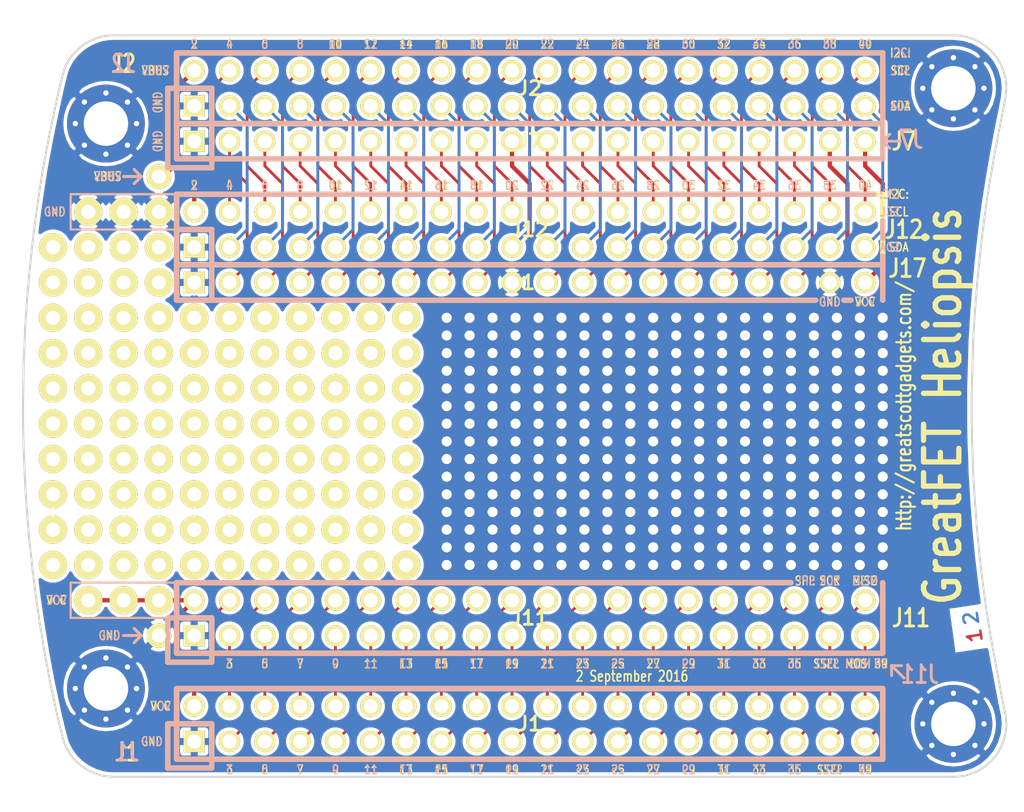
<source format=kicad_pcb>
(kicad_pcb (version 4) (host pcbnew 4.0.4-stable)
  (layers (0 F.Cu signal) (31 B.Cu signal) (35 F.Paste user) (36 B.SilkS user) (37 F.SilkS user) (38 B.Mask user) (39 F.Mask user) (44 Edge.Cuts user))
  (net 0 "")
  (net 1 GND)
  (net 2 VCC)
  (net 3 /VBUS)
  (net 4 /P4_9)
  (net 5 /P0_0)
  (net 6 /P4_10)
  (net 7 /P0_1)
  (net 8 /P1_0)
  (net 9 /P5_0)
  (net 10 /P5_1)
  (net 11 /P1_1)
  (net 12 /CLK0)
  (net 13 /P1_2)
  (net 14 /P1_5)
  (net 15 /P5_2)
  (net 16 /P1_7)
  (net 17 /P1_6)
  (net 18 /P1_9)
  (net 19 /P1_8)
  (net 20 /P5_3)
  (net 21 /P1_10)
  (net 22 /P1_12)
  (net 23 /P1_11)
  (net 24 /P5_5)
  (net 25 /P5_4)
  (net 26 /P1_14)
  (net 27 /P1_13)
  (net 28 /P5_6)
  (net 29 /P1_15)
  (net 30 /P5_7)
  (net 31 /P1_16)
  (net 32 /P1_18)
  (net 33 /P1_17)
  (net 34 /P9_5)
  (net 35 /P9_6)
  (net 36 /P2_0)
  (net 37 /P6_0)
  (net 38 /P1_20)
  (net 39 /P1_19)
  (net 40 /P1_4)
  (net 41 /P1_3)
  (net 42 /P4_8)
  (net 43 /P4_0)
  (net 44 /ADC0_0)
  (net 45 /P4_5)
  (net 46 /P4_4)
  (net 47 /P4_2)
  (net 48 /P4_3)
  (net 49 /P4_6)
  (net 50 /P4_7)
  (net 51 /CLK2)
  (net 52 /P2_8)
  (net 53 /P2_7)
  (net 54 /P2_6)
  (net 55 /P7_7)
  (net 56 /WAKEUP0)
  (net 57 /P2_5)
  (net 58 /P2_4)
  (net 59 /P2_3)
  (net 60 /PF_4)
  (net 61 /P3_2)
  (net 62 /P7_2)
  (net 63 /P3_1)
  (net 64 /P7_1)
  (net 65 /P3_0)
  (net 66 /P7_0)
  (net 67 /P3_4)
  (net 68 /P6_8)
  (net 69 /P3_7)
  (net 70 /P6_7)
  (net 71 /P3_3)
  (net 72 /P2_2)
  (net 73 /P6_6)
  (net 74 /P2_1)
  (net 75 /P6_3)
  (net 76 /P3_5)
  (net 77 /P3_6)
  (net 78 /I2C0_SDA)
  (net 79 /I2C0_SCL)
  (net 80 /P6_4)
  (net 81 /P6_5)
  (net 82 /ADC0_5)
  (net 83 /ADC0_2)
  (net 84 /P2_9)
  (net 85 /P2_12)
  (net 86 /P2_13)
  (net 87 /RTC_ALARM)
  (net 88 /RESET)
  (net 89 /VBAT)
  (net 90 /P2_11)
  (net 91 /P2_10)
  (net 92 /P6_10)
  (net 93 /P6_9)
  (net 94 /P6_2)
  (net 95 /P6_1)
  (module smd-proto-hole (layer F.Cu) (at 140.081 106.68)
    (fp_text reference H1 hide)
    (fp_text value smd-proto-hole hide)
    (pad "" np_thru_hole circle (at 0 0) (size 0.7239 0.7239) (drill 0.7239) (layers *.Cu))
  )
  (module smd-proto-hole (layer F.Cu) (at 141.732 106.68)
    (fp_text reference H1 hide)
    (fp_text value smd-proto-hole hide)
    (pad "" np_thru_hole circle (at 0 0) (size 0.7239 0.7239) (drill 0.7239) (layers *.Cu))
  )
  (module smd-proto-hole (layer F.Cu) (at 143.383 106.68)
    (fp_text reference H1 hide)
    (fp_text value smd-proto-hole hide)
    (pad "" np_thru_hole circle (at 0 0) (size 0.7239 0.7239) (drill 0.7239) (layers *.Cu))
  )
  (module smd-proto-hole (layer F.Cu) (at 145.034 106.68)
    (fp_text reference H1 hide)
    (fp_text value smd-proto-hole hide)
    (pad "" np_thru_hole circle (at 0 0) (size 0.7239 0.7239) (drill 0.7239) (layers *.Cu))
  )
  (module smd-proto-hole (layer F.Cu) (at 146.685 106.68)
    (fp_text reference H1 hide)
    (fp_text value smd-proto-hole hide)
    (pad "" np_thru_hole circle (at 0 0) (size 0.7239 0.7239) (drill 0.7239) (layers *.Cu))
  )
  (module smd-proto-hole (layer F.Cu) (at 148.336 106.68)
    (fp_text reference H1 hide)
    (fp_text value smd-proto-hole hide)
    (pad "" np_thru_hole circle (at 0 0) (size 0.7239 0.7239) (drill 0.7239) (layers *.Cu))
  )
  (module smd-proto-hole (layer F.Cu) (at 149.987 106.68)
    (fp_text reference H1 hide)
    (fp_text value smd-proto-hole hide)
    (pad "" np_thru_hole circle (at 0 0) (size 0.7239 0.7239) (drill 0.7239) (layers *.Cu))
  )
  (module smd-proto-hole (layer F.Cu) (at 151.638 106.68)
    (fp_text reference H1 hide)
    (fp_text value smd-proto-hole hide)
    (pad "" np_thru_hole circle (at 0 0) (size 0.7239 0.7239) (drill 0.7239) (layers *.Cu))
  )
  (module smd-proto-hole (layer F.Cu) (at 153.289 106.68)
    (fp_text reference H1 hide)
    (fp_text value smd-proto-hole hide)
    (pad "" np_thru_hole circle (at 0 0) (size 0.7239 0.7239) (drill 0.7239) (layers *.Cu))
  )
  (module smd-proto-hole (layer F.Cu) (at 154.94 106.68)
    (fp_text reference H1 hide)
    (fp_text value smd-proto-hole hide)
    (pad "" np_thru_hole circle (at 0 0) (size 0.7239 0.7239) (drill 0.7239) (layers *.Cu))
  )
  (module smd-proto-hole (layer F.Cu) (at 156.591 106.68)
    (fp_text reference H1 hide)
    (fp_text value smd-proto-hole hide)
    (pad "" np_thru_hole circle (at 0 0) (size 0.7239 0.7239) (drill 0.7239) (layers *.Cu))
  )
  (module smd-proto-hole (layer F.Cu) (at 158.242 106.68)
    (fp_text reference H1 hide)
    (fp_text value smd-proto-hole hide)
    (pad "" np_thru_hole circle (at 0 0) (size 0.7239 0.7239) (drill 0.7239) (layers *.Cu))
  )
  (module smd-proto-hole (layer F.Cu) (at 159.893 106.68)
    (fp_text reference H1 hide)
    (fp_text value smd-proto-hole hide)
    (pad "" np_thru_hole circle (at 0 0) (size 0.7239 0.7239) (drill 0.7239) (layers *.Cu))
  )
  (module smd-proto-hole (layer F.Cu) (at 161.544 106.68)
    (fp_text reference H1 hide)
    (fp_text value smd-proto-hole hide)
    (pad "" np_thru_hole circle (at 0 0) (size 0.7239 0.7239) (drill 0.7239) (layers *.Cu))
  )
  (module smd-proto-hole (layer F.Cu) (at 163.195 106.68)
    (fp_text reference H1 hide)
    (fp_text value smd-proto-hole hide)
    (pad "" np_thru_hole circle (at 0 0) (size 0.7239 0.7239) (drill 0.7239) (layers *.Cu))
  )
  (module smd-proto-hole (layer F.Cu) (at 164.846 106.68)
    (fp_text reference H1 hide)
    (fp_text value smd-proto-hole hide)
    (pad "" np_thru_hole circle (at 0 0) (size 0.7239 0.7239) (drill 0.7239) (layers *.Cu))
  )
  (module smd-proto-hole (layer F.Cu) (at 166.497 106.68)
    (fp_text reference H1 hide)
    (fp_text value smd-proto-hole hide)
    (pad "" np_thru_hole circle (at 0 0) (size 0.7239 0.7239) (drill 0.7239) (layers *.Cu))
  )
  (module smd-proto-hole (layer F.Cu) (at 168.148 106.68)
    (fp_text reference H1 hide)
    (fp_text value smd-proto-hole hide)
    (pad "" np_thru_hole circle (at 0 0) (size 0.7239 0.7239) (drill 0.7239) (layers *.Cu))
  )
  (module smd-proto-hole (layer F.Cu) (at 169.799 106.68)
    (fp_text reference H1 hide)
    (fp_text value smd-proto-hole hide)
    (pad "" np_thru_hole circle (at 0 0) (size 0.7239 0.7239) (drill 0.7239) (layers *.Cu))
  )
  (module smd-proto-hole (layer F.Cu) (at 171.45 106.68)
    (fp_text reference H1 hide)
    (fp_text value smd-proto-hole hide)
    (pad "" np_thru_hole circle (at 0 0) (size 0.7239 0.7239) (drill 0.7239) (layers *.Cu))
  )
  (module smd-proto-hole (layer F.Cu) (at 140.081 105.41)
    (fp_text reference H1 hide)
    (fp_text value smd-proto-hole hide)
    (pad "" np_thru_hole circle (at 0 0) (size 0.7239 0.7239) (drill 0.7239) (layers *.Cu))
  )
  (module smd-proto-hole (layer F.Cu) (at 141.732 105.41)
    (fp_text reference H1 hide)
    (fp_text value smd-proto-hole hide)
    (pad "" np_thru_hole circle (at 0 0) (size 0.7239 0.7239) (drill 0.7239) (layers *.Cu))
  )
  (module smd-proto-hole (layer F.Cu) (at 143.383 105.41)
    (fp_text reference H1 hide)
    (fp_text value smd-proto-hole hide)
    (pad "" np_thru_hole circle (at 0 0) (size 0.7239 0.7239) (drill 0.7239) (layers *.Cu))
  )
  (module smd-proto-hole (layer F.Cu) (at 145.034 105.41)
    (fp_text reference H1 hide)
    (fp_text value smd-proto-hole hide)
    (pad "" np_thru_hole circle (at 0 0) (size 0.7239 0.7239) (drill 0.7239) (layers *.Cu))
  )
  (module smd-proto-hole (layer F.Cu) (at 146.685 105.41)
    (fp_text reference H1 hide)
    (fp_text value smd-proto-hole hide)
    (pad "" np_thru_hole circle (at 0 0) (size 0.7239 0.7239) (drill 0.7239) (layers *.Cu))
  )
  (module smd-proto-hole (layer F.Cu) (at 148.336 105.41)
    (fp_text reference H1 hide)
    (fp_text value smd-proto-hole hide)
    (pad "" np_thru_hole circle (at 0 0) (size 0.7239 0.7239) (drill 0.7239) (layers *.Cu))
  )
  (module smd-proto-hole (layer F.Cu) (at 149.987 105.41)
    (fp_text reference H1 hide)
    (fp_text value smd-proto-hole hide)
    (pad "" np_thru_hole circle (at 0 0) (size 0.7239 0.7239) (drill 0.7239) (layers *.Cu))
  )
  (module smd-proto-hole (layer F.Cu) (at 151.638 105.41)
    (fp_text reference H1 hide)
    (fp_text value smd-proto-hole hide)
    (pad "" np_thru_hole circle (at 0 0) (size 0.7239 0.7239) (drill 0.7239) (layers *.Cu))
  )
  (module smd-proto-hole (layer F.Cu) (at 153.289 105.41)
    (fp_text reference H1 hide)
    (fp_text value smd-proto-hole hide)
    (pad "" np_thru_hole circle (at 0 0) (size 0.7239 0.7239) (drill 0.7239) (layers *.Cu))
  )
  (module smd-proto-hole (layer F.Cu) (at 154.94 105.41)
    (fp_text reference H1 hide)
    (fp_text value smd-proto-hole hide)
    (pad "" np_thru_hole circle (at 0 0) (size 0.7239 0.7239) (drill 0.7239) (layers *.Cu))
  )
  (module smd-proto-hole (layer F.Cu) (at 156.591 105.41)
    (fp_text reference H1 hide)
    (fp_text value smd-proto-hole hide)
    (pad "" np_thru_hole circle (at 0 0) (size 0.7239 0.7239) (drill 0.7239) (layers *.Cu))
  )
  (module smd-proto-hole (layer F.Cu) (at 158.242 105.41)
    (fp_text reference H1 hide)
    (fp_text value smd-proto-hole hide)
    (pad "" np_thru_hole circle (at 0 0) (size 0.7239 0.7239) (drill 0.7239) (layers *.Cu))
  )
  (module smd-proto-hole (layer F.Cu) (at 159.893 105.41)
    (fp_text reference H1 hide)
    (fp_text value smd-proto-hole hide)
    (pad "" np_thru_hole circle (at 0 0) (size 0.7239 0.7239) (drill 0.7239) (layers *.Cu))
  )
  (module smd-proto-hole (layer F.Cu) (at 161.544 105.41)
    (fp_text reference H1 hide)
    (fp_text value smd-proto-hole hide)
    (pad "" np_thru_hole circle (at 0 0) (size 0.7239 0.7239) (drill 0.7239) (layers *.Cu))
  )
  (module smd-proto-hole (layer F.Cu) (at 163.195 105.41)
    (fp_text reference H1 hide)
    (fp_text value smd-proto-hole hide)
    (pad "" np_thru_hole circle (at 0 0) (size 0.7239 0.7239) (drill 0.7239) (layers *.Cu))
  )
  (module smd-proto-hole (layer F.Cu) (at 164.846 105.41)
    (fp_text reference H1 hide)
    (fp_text value smd-proto-hole hide)
    (pad "" np_thru_hole circle (at 0 0) (size 0.7239 0.7239) (drill 0.7239) (layers *.Cu))
  )
  (module smd-proto-hole (layer F.Cu) (at 166.497 105.41)
    (fp_text reference H1 hide)
    (fp_text value smd-proto-hole hide)
    (pad "" np_thru_hole circle (at 0 0) (size 0.7239 0.7239) (drill 0.7239) (layers *.Cu))
  )
  (module smd-proto-hole (layer F.Cu) (at 168.148 105.41)
    (fp_text reference H1 hide)
    (fp_text value smd-proto-hole hide)
    (pad "" np_thru_hole circle (at 0 0) (size 0.7239 0.7239) (drill 0.7239) (layers *.Cu))
  )
  (module smd-proto-hole (layer F.Cu) (at 169.799 105.41)
    (fp_text reference H1 hide)
    (fp_text value smd-proto-hole hide)
    (pad "" np_thru_hole circle (at 0 0) (size 0.7239 0.7239) (drill 0.7239) (layers *.Cu))
  )
  (module smd-proto-hole (layer F.Cu) (at 171.45 105.41)
    (fp_text reference H1 hide)
    (fp_text value smd-proto-hole hide)
    (pad "" np_thru_hole circle (at 0 0) (size 0.7239 0.7239) (drill 0.7239) (layers *.Cu))
  )
  (module smd-proto-hole (layer F.Cu) (at 140.081 104.14)
    (fp_text reference H1 hide)
    (fp_text value smd-proto-hole hide)
    (pad "" np_thru_hole circle (at 0 0) (size 0.7239 0.7239) (drill 0.7239) (layers *.Cu))
  )
  (module smd-proto-hole (layer F.Cu) (at 141.732 104.14)
    (fp_text reference H1 hide)
    (fp_text value smd-proto-hole hide)
    (pad "" np_thru_hole circle (at 0 0) (size 0.7239 0.7239) (drill 0.7239) (layers *.Cu))
  )
  (module smd-proto-hole (layer F.Cu) (at 143.383 104.14)
    (fp_text reference H1 hide)
    (fp_text value smd-proto-hole hide)
    (pad "" np_thru_hole circle (at 0 0) (size 0.7239 0.7239) (drill 0.7239) (layers *.Cu))
  )
  (module smd-proto-hole (layer F.Cu) (at 145.034 104.14)
    (fp_text reference H1 hide)
    (fp_text value smd-proto-hole hide)
    (pad "" np_thru_hole circle (at 0 0) (size 0.7239 0.7239) (drill 0.7239) (layers *.Cu))
  )
  (module smd-proto-hole (layer F.Cu) (at 146.685 104.14)
    (fp_text reference H1 hide)
    (fp_text value smd-proto-hole hide)
    (pad "" np_thru_hole circle (at 0 0) (size 0.7239 0.7239) (drill 0.7239) (layers *.Cu))
  )
  (module smd-proto-hole (layer F.Cu) (at 148.336 104.14)
    (fp_text reference H1 hide)
    (fp_text value smd-proto-hole hide)
    (pad "" np_thru_hole circle (at 0 0) (size 0.7239 0.7239) (drill 0.7239) (layers *.Cu))
  )
  (module smd-proto-hole (layer F.Cu) (at 149.987 104.14)
    (fp_text reference H1 hide)
    (fp_text value smd-proto-hole hide)
    (pad "" np_thru_hole circle (at 0 0) (size 0.7239 0.7239) (drill 0.7239) (layers *.Cu))
  )
  (module smd-proto-hole (layer F.Cu) (at 151.638 104.14)
    (fp_text reference H1 hide)
    (fp_text value smd-proto-hole hide)
    (pad "" np_thru_hole circle (at 0 0) (size 0.7239 0.7239) (drill 0.7239) (layers *.Cu))
  )
  (module smd-proto-hole (layer F.Cu) (at 153.289 104.14)
    (fp_text reference H1 hide)
    (fp_text value smd-proto-hole hide)
    (pad "" np_thru_hole circle (at 0 0) (size 0.7239 0.7239) (drill 0.7239) (layers *.Cu))
  )
  (module smd-proto-hole (layer F.Cu) (at 154.94 104.14)
    (fp_text reference H1 hide)
    (fp_text value smd-proto-hole hide)
    (pad "" np_thru_hole circle (at 0 0) (size 0.7239 0.7239) (drill 0.7239) (layers *.Cu))
  )
  (module smd-proto-hole (layer F.Cu) (at 156.591 104.14)
    (fp_text reference H1 hide)
    (fp_text value smd-proto-hole hide)
    (pad "" np_thru_hole circle (at 0 0) (size 0.7239 0.7239) (drill 0.7239) (layers *.Cu))
  )
  (module smd-proto-hole (layer F.Cu) (at 158.242 104.14)
    (fp_text reference H1 hide)
    (fp_text value smd-proto-hole hide)
    (pad "" np_thru_hole circle (at 0 0) (size 0.7239 0.7239) (drill 0.7239) (layers *.Cu))
  )
  (module smd-proto-hole (layer F.Cu) (at 159.893 104.14)
    (fp_text reference H1 hide)
    (fp_text value smd-proto-hole hide)
    (pad "" np_thru_hole circle (at 0 0) (size 0.7239 0.7239) (drill 0.7239) (layers *.Cu))
  )
  (module smd-proto-hole (layer F.Cu) (at 161.544 104.14)
    (fp_text reference H1 hide)
    (fp_text value smd-proto-hole hide)
    (pad "" np_thru_hole circle (at 0 0) (size 0.7239 0.7239) (drill 0.7239) (layers *.Cu))
  )
  (module smd-proto-hole (layer F.Cu) (at 163.195 104.14)
    (fp_text reference H1 hide)
    (fp_text value smd-proto-hole hide)
    (pad "" np_thru_hole circle (at 0 0) (size 0.7239 0.7239) (drill 0.7239) (layers *.Cu))
  )
  (module smd-proto-hole (layer F.Cu) (at 164.846 104.14)
    (fp_text reference H1 hide)
    (fp_text value smd-proto-hole hide)
    (pad "" np_thru_hole circle (at 0 0) (size 0.7239 0.7239) (drill 0.7239) (layers *.Cu))
  )
  (module smd-proto-hole (layer F.Cu) (at 166.497 104.14)
    (fp_text reference H1 hide)
    (fp_text value smd-proto-hole hide)
    (pad "" np_thru_hole circle (at 0 0) (size 0.7239 0.7239) (drill 0.7239) (layers *.Cu))
  )
  (module smd-proto-hole (layer F.Cu) (at 168.148 104.14)
    (fp_text reference H1 hide)
    (fp_text value smd-proto-hole hide)
    (pad "" np_thru_hole circle (at 0 0) (size 0.7239 0.7239) (drill 0.7239) (layers *.Cu))
  )
  (module smd-proto-hole (layer F.Cu) (at 169.799 104.14)
    (fp_text reference H1 hide)
    (fp_text value smd-proto-hole hide)
    (pad "" np_thru_hole circle (at 0 0) (size 0.7239 0.7239) (drill 0.7239) (layers *.Cu))
  )
  (module smd-proto-hole (layer F.Cu) (at 171.45 104.14)
    (fp_text reference H1 hide)
    (fp_text value smd-proto-hole hide)
    (pad "" np_thru_hole circle (at 0 0) (size 0.7239 0.7239) (drill 0.7239) (layers *.Cu))
  )
  (module smd-proto-hole (layer F.Cu) (at 140.081 102.87)
    (fp_text reference H1 hide)
    (fp_text value smd-proto-hole hide)
    (pad "" np_thru_hole circle (at 0 0) (size 0.7239 0.7239) (drill 0.7239) (layers *.Cu))
  )
  (module smd-proto-hole (layer F.Cu) (at 141.732 102.87)
    (fp_text reference H1 hide)
    (fp_text value smd-proto-hole hide)
    (pad "" np_thru_hole circle (at 0 0) (size 0.7239 0.7239) (drill 0.7239) (layers *.Cu))
  )
  (module smd-proto-hole (layer F.Cu) (at 143.383 102.87)
    (fp_text reference H1 hide)
    (fp_text value smd-proto-hole hide)
    (pad "" np_thru_hole circle (at 0 0) (size 0.7239 0.7239) (drill 0.7239) (layers *.Cu))
  )
  (module smd-proto-hole (layer F.Cu) (at 145.034 102.87)
    (fp_text reference H1 hide)
    (fp_text value smd-proto-hole hide)
    (pad "" np_thru_hole circle (at 0 0) (size 0.7239 0.7239) (drill 0.7239) (layers *.Cu))
  )
  (module smd-proto-hole (layer F.Cu) (at 146.685 102.87)
    (fp_text reference H1 hide)
    (fp_text value smd-proto-hole hide)
    (pad "" np_thru_hole circle (at 0 0) (size 0.7239 0.7239) (drill 0.7239) (layers *.Cu))
  )
  (module smd-proto-hole (layer F.Cu) (at 148.336 102.87)
    (fp_text reference H1 hide)
    (fp_text value smd-proto-hole hide)
    (pad "" np_thru_hole circle (at 0 0) (size 0.7239 0.7239) (drill 0.7239) (layers *.Cu))
  )
  (module smd-proto-hole (layer F.Cu) (at 149.987 102.87)
    (fp_text reference H1 hide)
    (fp_text value smd-proto-hole hide)
    (pad "" np_thru_hole circle (at 0 0) (size 0.7239 0.7239) (drill 0.7239) (layers *.Cu))
  )
  (module smd-proto-hole (layer F.Cu) (at 151.638 102.87)
    (fp_text reference H1 hide)
    (fp_text value smd-proto-hole hide)
    (pad "" np_thru_hole circle (at 0 0) (size 0.7239 0.7239) (drill 0.7239) (layers *.Cu))
  )
  (module smd-proto-hole (layer F.Cu) (at 153.289 102.87)
    (fp_text reference H1 hide)
    (fp_text value smd-proto-hole hide)
    (pad "" np_thru_hole circle (at 0 0) (size 0.7239 0.7239) (drill 0.7239) (layers *.Cu))
  )
  (module smd-proto-hole (layer F.Cu) (at 154.94 102.87)
    (fp_text reference H1 hide)
    (fp_text value smd-proto-hole hide)
    (pad "" np_thru_hole circle (at 0 0) (size 0.7239 0.7239) (drill 0.7239) (layers *.Cu))
  )
  (module smd-proto-hole (layer F.Cu) (at 156.591 102.87)
    (fp_text reference H1 hide)
    (fp_text value smd-proto-hole hide)
    (pad "" np_thru_hole circle (at 0 0) (size 0.7239 0.7239) (drill 0.7239) (layers *.Cu))
  )
  (module smd-proto-hole (layer F.Cu) (at 158.242 102.87)
    (fp_text reference H1 hide)
    (fp_text value smd-proto-hole hide)
    (pad "" np_thru_hole circle (at 0 0) (size 0.7239 0.7239) (drill 0.7239) (layers *.Cu))
  )
  (module smd-proto-hole (layer F.Cu) (at 159.893 102.87)
    (fp_text reference H1 hide)
    (fp_text value smd-proto-hole hide)
    (pad "" np_thru_hole circle (at 0 0) (size 0.7239 0.7239) (drill 0.7239) (layers *.Cu))
  )
  (module smd-proto-hole (layer F.Cu) (at 161.544 102.87)
    (fp_text reference H1 hide)
    (fp_text value smd-proto-hole hide)
    (pad "" np_thru_hole circle (at 0 0) (size 0.7239 0.7239) (drill 0.7239) (layers *.Cu))
  )
  (module smd-proto-hole (layer F.Cu) (at 163.195 102.87)
    (fp_text reference H1 hide)
    (fp_text value smd-proto-hole hide)
    (pad "" np_thru_hole circle (at 0 0) (size 0.7239 0.7239) (drill 0.7239) (layers *.Cu))
  )
  (module smd-proto-hole (layer F.Cu) (at 164.846 102.87)
    (fp_text reference H1 hide)
    (fp_text value smd-proto-hole hide)
    (pad "" np_thru_hole circle (at 0 0) (size 0.7239 0.7239) (drill 0.7239) (layers *.Cu))
  )
  (module smd-proto-hole (layer F.Cu) (at 166.497 102.87)
    (fp_text reference H1 hide)
    (fp_text value smd-proto-hole hide)
    (pad "" np_thru_hole circle (at 0 0) (size 0.7239 0.7239) (drill 0.7239) (layers *.Cu))
  )
  (module smd-proto-hole (layer F.Cu) (at 168.148 102.87)
    (fp_text reference H1 hide)
    (fp_text value smd-proto-hole hide)
    (pad "" np_thru_hole circle (at 0 0) (size 0.7239 0.7239) (drill 0.7239) (layers *.Cu))
  )
  (module smd-proto-hole (layer F.Cu) (at 169.799 102.87)
    (fp_text reference H1 hide)
    (fp_text value smd-proto-hole hide)
    (pad "" np_thru_hole circle (at 0 0) (size 0.7239 0.7239) (drill 0.7239) (layers *.Cu))
  )
  (module smd-proto-hole (layer F.Cu) (at 171.45 102.87)
    (fp_text reference H1 hide)
    (fp_text value smd-proto-hole hide)
    (pad "" np_thru_hole circle (at 0 0) (size 0.7239 0.7239) (drill 0.7239) (layers *.Cu))
  )
  (module smd-proto-hole (layer F.Cu) (at 140.081 101.6)
    (fp_text reference H1 hide)
    (fp_text value smd-proto-hole hide)
    (pad "" np_thru_hole circle (at 0 0) (size 0.7239 0.7239) (drill 0.7239) (layers *.Cu))
  )
  (module smd-proto-hole (layer F.Cu) (at 141.732 101.6)
    (fp_text reference H1 hide)
    (fp_text value smd-proto-hole hide)
    (pad "" np_thru_hole circle (at 0 0) (size 0.7239 0.7239) (drill 0.7239) (layers *.Cu))
  )
  (module smd-proto-hole (layer F.Cu) (at 143.383 101.6)
    (fp_text reference H1 hide)
    (fp_text value smd-proto-hole hide)
    (pad "" np_thru_hole circle (at 0 0) (size 0.7239 0.7239) (drill 0.7239) (layers *.Cu))
  )
  (module smd-proto-hole (layer F.Cu) (at 145.034 101.6)
    (fp_text reference H1 hide)
    (fp_text value smd-proto-hole hide)
    (pad "" np_thru_hole circle (at 0 0) (size 0.7239 0.7239) (drill 0.7239) (layers *.Cu))
  )
  (module smd-proto-hole (layer F.Cu) (at 146.685 101.6)
    (fp_text reference H1 hide)
    (fp_text value smd-proto-hole hide)
    (pad "" np_thru_hole circle (at 0 0) (size 0.7239 0.7239) (drill 0.7239) (layers *.Cu))
  )
  (module smd-proto-hole (layer F.Cu) (at 148.336 101.6)
    (fp_text reference H1 hide)
    (fp_text value smd-proto-hole hide)
    (pad "" np_thru_hole circle (at 0 0) (size 0.7239 0.7239) (drill 0.7239) (layers *.Cu))
  )
  (module smd-proto-hole (layer F.Cu) (at 149.987 101.6)
    (fp_text reference H1 hide)
    (fp_text value smd-proto-hole hide)
    (pad "" np_thru_hole circle (at 0 0) (size 0.7239 0.7239) (drill 0.7239) (layers *.Cu))
  )
  (module smd-proto-hole (layer F.Cu) (at 151.638 101.6)
    (fp_text reference H1 hide)
    (fp_text value smd-proto-hole hide)
    (pad "" np_thru_hole circle (at 0 0) (size 0.7239 0.7239) (drill 0.7239) (layers *.Cu))
  )
  (module smd-proto-hole (layer F.Cu) (at 153.289 101.6)
    (fp_text reference H1 hide)
    (fp_text value smd-proto-hole hide)
    (pad "" np_thru_hole circle (at 0 0) (size 0.7239 0.7239) (drill 0.7239) (layers *.Cu))
  )
  (module smd-proto-hole (layer F.Cu) (at 154.94 101.6)
    (fp_text reference H1 hide)
    (fp_text value smd-proto-hole hide)
    (pad "" np_thru_hole circle (at 0 0) (size 0.7239 0.7239) (drill 0.7239) (layers *.Cu))
  )
  (module smd-proto-hole (layer F.Cu) (at 156.591 101.6)
    (fp_text reference H1 hide)
    (fp_text value smd-proto-hole hide)
    (pad "" np_thru_hole circle (at 0 0) (size 0.7239 0.7239) (drill 0.7239) (layers *.Cu))
  )
  (module smd-proto-hole (layer F.Cu) (at 158.242 101.6)
    (fp_text reference H1 hide)
    (fp_text value smd-proto-hole hide)
    (pad "" np_thru_hole circle (at 0 0) (size 0.7239 0.7239) (drill 0.7239) (layers *.Cu))
  )
  (module smd-proto-hole (layer F.Cu) (at 159.893 101.6)
    (fp_text reference H1 hide)
    (fp_text value smd-proto-hole hide)
    (pad "" np_thru_hole circle (at 0 0) (size 0.7239 0.7239) (drill 0.7239) (layers *.Cu))
  )
  (module smd-proto-hole (layer F.Cu) (at 161.544 101.6)
    (fp_text reference H1 hide)
    (fp_text value smd-proto-hole hide)
    (pad "" np_thru_hole circle (at 0 0) (size 0.7239 0.7239) (drill 0.7239) (layers *.Cu))
  )
  (module smd-proto-hole (layer F.Cu) (at 163.195 101.6)
    (fp_text reference H1 hide)
    (fp_text value smd-proto-hole hide)
    (pad "" np_thru_hole circle (at 0 0) (size 0.7239 0.7239) (drill 0.7239) (layers *.Cu))
  )
  (module smd-proto-hole (layer F.Cu) (at 164.846 101.6)
    (fp_text reference H1 hide)
    (fp_text value smd-proto-hole hide)
    (pad "" np_thru_hole circle (at 0 0) (size 0.7239 0.7239) (drill 0.7239) (layers *.Cu))
  )
  (module smd-proto-hole (layer F.Cu) (at 166.497 101.6)
    (fp_text reference H1 hide)
    (fp_text value smd-proto-hole hide)
    (pad "" np_thru_hole circle (at 0 0) (size 0.7239 0.7239) (drill 0.7239) (layers *.Cu))
  )
  (module smd-proto-hole (layer F.Cu) (at 168.148 101.6)
    (fp_text reference H1 hide)
    (fp_text value smd-proto-hole hide)
    (pad "" np_thru_hole circle (at 0 0) (size 0.7239 0.7239) (drill 0.7239) (layers *.Cu))
  )
  (module smd-proto-hole (layer F.Cu) (at 169.799 101.6)
    (fp_text reference H1 hide)
    (fp_text value smd-proto-hole hide)
    (pad "" np_thru_hole circle (at 0 0) (size 0.7239 0.7239) (drill 0.7239) (layers *.Cu))
  )
  (module smd-proto-hole (layer F.Cu) (at 171.45 101.6)
    (fp_text reference H1 hide)
    (fp_text value smd-proto-hole hide)
    (pad "" np_thru_hole circle (at 0 0) (size 0.7239 0.7239) (drill 0.7239) (layers *.Cu))
  )
  (module smd-proto-hole (layer F.Cu) (at 140.081 100.33)
    (fp_text reference H1 hide)
    (fp_text value smd-proto-hole hide)
    (pad "" np_thru_hole circle (at 0 0) (size 0.7239 0.7239) (drill 0.7239) (layers *.Cu))
  )
  (module smd-proto-hole (layer F.Cu) (at 141.732 100.33)
    (fp_text reference H1 hide)
    (fp_text value smd-proto-hole hide)
    (pad "" np_thru_hole circle (at 0 0) (size 0.7239 0.7239) (drill 0.7239) (layers *.Cu))
  )
  (module smd-proto-hole (layer F.Cu) (at 143.383 100.33)
    (fp_text reference H1 hide)
    (fp_text value smd-proto-hole hide)
    (pad "" np_thru_hole circle (at 0 0) (size 0.7239 0.7239) (drill 0.7239) (layers *.Cu))
  )
  (module smd-proto-hole (layer F.Cu) (at 145.034 100.33)
    (fp_text reference H1 hide)
    (fp_text value smd-proto-hole hide)
    (pad "" np_thru_hole circle (at 0 0) (size 0.7239 0.7239) (drill 0.7239) (layers *.Cu))
  )
  (module smd-proto-hole (layer F.Cu) (at 146.685 100.33)
    (fp_text reference H1 hide)
    (fp_text value smd-proto-hole hide)
    (pad "" np_thru_hole circle (at 0 0) (size 0.7239 0.7239) (drill 0.7239) (layers *.Cu))
  )
  (module smd-proto-hole (layer F.Cu) (at 148.336 100.33)
    (fp_text reference H1 hide)
    (fp_text value smd-proto-hole hide)
    (pad "" np_thru_hole circle (at 0 0) (size 0.7239 0.7239) (drill 0.7239) (layers *.Cu))
  )
  (module smd-proto-hole (layer F.Cu) (at 149.987 100.33)
    (fp_text reference H1 hide)
    (fp_text value smd-proto-hole hide)
    (pad "" np_thru_hole circle (at 0 0) (size 0.7239 0.7239) (drill 0.7239) (layers *.Cu))
  )
  (module smd-proto-hole (layer F.Cu) (at 151.638 100.33)
    (fp_text reference H1 hide)
    (fp_text value smd-proto-hole hide)
    (pad "" np_thru_hole circle (at 0 0) (size 0.7239 0.7239) (drill 0.7239) (layers *.Cu))
  )
  (module smd-proto-hole (layer F.Cu) (at 153.289 100.33)
    (fp_text reference H1 hide)
    (fp_text value smd-proto-hole hide)
    (pad "" np_thru_hole circle (at 0 0) (size 0.7239 0.7239) (drill 0.7239) (layers *.Cu))
  )
  (module smd-proto-hole (layer F.Cu) (at 154.94 100.33)
    (fp_text reference H1 hide)
    (fp_text value smd-proto-hole hide)
    (pad "" np_thru_hole circle (at 0 0) (size 0.7239 0.7239) (drill 0.7239) (layers *.Cu))
  )
  (module smd-proto-hole (layer F.Cu) (at 156.591 100.33)
    (fp_text reference H1 hide)
    (fp_text value smd-proto-hole hide)
    (pad "" np_thru_hole circle (at 0 0) (size 0.7239 0.7239) (drill 0.7239) (layers *.Cu))
  )
  (module smd-proto-hole (layer F.Cu) (at 158.242 100.33)
    (fp_text reference H1 hide)
    (fp_text value smd-proto-hole hide)
    (pad "" np_thru_hole circle (at 0 0) (size 0.7239 0.7239) (drill 0.7239) (layers *.Cu))
  )
  (module smd-proto-hole (layer F.Cu) (at 159.893 100.33)
    (fp_text reference H1 hide)
    (fp_text value smd-proto-hole hide)
    (pad "" np_thru_hole circle (at 0 0) (size 0.7239 0.7239) (drill 0.7239) (layers *.Cu))
  )
  (module smd-proto-hole (layer F.Cu) (at 161.544 100.33)
    (fp_text reference H1 hide)
    (fp_text value smd-proto-hole hide)
    (pad "" np_thru_hole circle (at 0 0) (size 0.7239 0.7239) (drill 0.7239) (layers *.Cu))
  )
  (module smd-proto-hole (layer F.Cu) (at 163.195 100.33)
    (fp_text reference H1 hide)
    (fp_text value smd-proto-hole hide)
    (pad "" np_thru_hole circle (at 0 0) (size 0.7239 0.7239) (drill 0.7239) (layers *.Cu))
  )
  (module smd-proto-hole (layer F.Cu) (at 164.846 100.33)
    (fp_text reference H1 hide)
    (fp_text value smd-proto-hole hide)
    (pad "" np_thru_hole circle (at 0 0) (size 0.7239 0.7239) (drill 0.7239) (layers *.Cu))
  )
  (module smd-proto-hole (layer F.Cu) (at 166.497 100.33)
    (fp_text reference H1 hide)
    (fp_text value smd-proto-hole hide)
    (pad "" np_thru_hole circle (at 0 0) (size 0.7239 0.7239) (drill 0.7239) (layers *.Cu))
  )
  (module smd-proto-hole (layer F.Cu) (at 168.148 100.33)
    (fp_text reference H1 hide)
    (fp_text value smd-proto-hole hide)
    (pad "" np_thru_hole circle (at 0 0) (size 0.7239 0.7239) (drill 0.7239) (layers *.Cu))
  )
  (module smd-proto-hole (layer F.Cu) (at 169.799 100.33)
    (fp_text reference H1 hide)
    (fp_text value smd-proto-hole hide)
    (pad "" np_thru_hole circle (at 0 0) (size 0.7239 0.7239) (drill 0.7239) (layers *.Cu))
  )
  (module smd-proto-hole (layer F.Cu) (at 171.45 100.33)
    (fp_text reference H1 hide)
    (fp_text value smd-proto-hole hide)
    (pad "" np_thru_hole circle (at 0 0) (size 0.7239 0.7239) (drill 0.7239) (layers *.Cu))
  )
  (module smd-proto-hole (layer F.Cu) (at 140.081 99.06)
    (fp_text reference H1 hide)
    (fp_text value smd-proto-hole hide)
    (pad "" np_thru_hole circle (at 0 0) (size 0.7239 0.7239) (drill 0.7239) (layers *.Cu))
  )
  (module smd-proto-hole (layer F.Cu) (at 141.732 99.06)
    (fp_text reference H1 hide)
    (fp_text value smd-proto-hole hide)
    (pad "" np_thru_hole circle (at 0 0) (size 0.7239 0.7239) (drill 0.7239) (layers *.Cu))
  )
  (module smd-proto-hole (layer F.Cu) (at 143.383 99.06)
    (fp_text reference H1 hide)
    (fp_text value smd-proto-hole hide)
    (pad "" np_thru_hole circle (at 0 0) (size 0.7239 0.7239) (drill 0.7239) (layers *.Cu))
  )
  (module smd-proto-hole (layer F.Cu) (at 145.034 99.06)
    (fp_text reference H1 hide)
    (fp_text value smd-proto-hole hide)
    (pad "" np_thru_hole circle (at 0 0) (size 0.7239 0.7239) (drill 0.7239) (layers *.Cu))
  )
  (module smd-proto-hole (layer F.Cu) (at 146.685 99.06)
    (fp_text reference H1 hide)
    (fp_text value smd-proto-hole hide)
    (pad "" np_thru_hole circle (at 0 0) (size 0.7239 0.7239) (drill 0.7239) (layers *.Cu))
  )
  (module smd-proto-hole (layer F.Cu) (at 148.336 99.06)
    (fp_text reference H1 hide)
    (fp_text value smd-proto-hole hide)
    (pad "" np_thru_hole circle (at 0 0) (size 0.7239 0.7239) (drill 0.7239) (layers *.Cu))
  )
  (module smd-proto-hole (layer F.Cu) (at 149.987 99.06)
    (fp_text reference H1 hide)
    (fp_text value smd-proto-hole hide)
    (pad "" np_thru_hole circle (at 0 0) (size 0.7239 0.7239) (drill 0.7239) (layers *.Cu))
  )
  (module smd-proto-hole (layer F.Cu) (at 151.638 99.06)
    (fp_text reference H1 hide)
    (fp_text value smd-proto-hole hide)
    (pad "" np_thru_hole circle (at 0 0) (size 0.7239 0.7239) (drill 0.7239) (layers *.Cu))
  )
  (module smd-proto-hole (layer F.Cu) (at 153.289 99.06)
    (fp_text reference H1 hide)
    (fp_text value smd-proto-hole hide)
    (pad "" np_thru_hole circle (at 0 0) (size 0.7239 0.7239) (drill 0.7239) (layers *.Cu))
  )
  (module smd-proto-hole (layer F.Cu) (at 154.94 99.06)
    (fp_text reference H1 hide)
    (fp_text value smd-proto-hole hide)
    (pad "" np_thru_hole circle (at 0 0) (size 0.7239 0.7239) (drill 0.7239) (layers *.Cu))
  )
  (module smd-proto-hole (layer F.Cu) (at 156.591 99.06)
    (fp_text reference H1 hide)
    (fp_text value smd-proto-hole hide)
    (pad "" np_thru_hole circle (at 0 0) (size 0.7239 0.7239) (drill 0.7239) (layers *.Cu))
  )
  (module smd-proto-hole (layer F.Cu) (at 158.242 99.06)
    (fp_text reference H1 hide)
    (fp_text value smd-proto-hole hide)
    (pad "" np_thru_hole circle (at 0 0) (size 0.7239 0.7239) (drill 0.7239) (layers *.Cu))
  )
  (module smd-proto-hole (layer F.Cu) (at 159.893 99.06)
    (fp_text reference H1 hide)
    (fp_text value smd-proto-hole hide)
    (pad "" np_thru_hole circle (at 0 0) (size 0.7239 0.7239) (drill 0.7239) (layers *.Cu))
  )
  (module smd-proto-hole (layer F.Cu) (at 161.544 99.06)
    (fp_text reference H1 hide)
    (fp_text value smd-proto-hole hide)
    (pad "" np_thru_hole circle (at 0 0) (size 0.7239 0.7239) (drill 0.7239) (layers *.Cu))
  )
  (module smd-proto-hole (layer F.Cu) (at 163.195 99.06)
    (fp_text reference H1 hide)
    (fp_text value smd-proto-hole hide)
    (pad "" np_thru_hole circle (at 0 0) (size 0.7239 0.7239) (drill 0.7239) (layers *.Cu))
  )
  (module smd-proto-hole (layer F.Cu) (at 164.846 99.06)
    (fp_text reference H1 hide)
    (fp_text value smd-proto-hole hide)
    (pad "" np_thru_hole circle (at 0 0) (size 0.7239 0.7239) (drill 0.7239) (layers *.Cu))
  )
  (module smd-proto-hole (layer F.Cu) (at 166.497 99.06)
    (fp_text reference H1 hide)
    (fp_text value smd-proto-hole hide)
    (pad "" np_thru_hole circle (at 0 0) (size 0.7239 0.7239) (drill 0.7239) (layers *.Cu))
  )
  (module smd-proto-hole (layer F.Cu) (at 168.148 99.06)
    (fp_text reference H1 hide)
    (fp_text value smd-proto-hole hide)
    (pad "" np_thru_hole circle (at 0 0) (size 0.7239 0.7239) (drill 0.7239) (layers *.Cu))
  )
  (module smd-proto-hole (layer F.Cu) (at 169.799 99.06)
    (fp_text reference H1 hide)
    (fp_text value smd-proto-hole hide)
    (pad "" np_thru_hole circle (at 0 0) (size 0.7239 0.7239) (drill 0.7239) (layers *.Cu))
  )
  (module smd-proto-hole (layer F.Cu) (at 171.45 99.06)
    (fp_text reference H1 hide)
    (fp_text value smd-proto-hole hide)
    (pad "" np_thru_hole circle (at 0 0) (size 0.7239 0.7239) (drill 0.7239) (layers *.Cu))
  )
  (module smd-proto-hole (layer F.Cu) (at 140.081 97.79)
    (fp_text reference H1 hide)
    (fp_text value smd-proto-hole hide)
    (pad "" np_thru_hole circle (at 0 0) (size 0.7239 0.7239) (drill 0.7239) (layers *.Cu))
  )
  (module smd-proto-hole (layer F.Cu) (at 141.732 97.79)
    (fp_text reference H1 hide)
    (fp_text value smd-proto-hole hide)
    (pad "" np_thru_hole circle (at 0 0) (size 0.7239 0.7239) (drill 0.7239) (layers *.Cu))
  )
  (module smd-proto-hole (layer F.Cu) (at 143.383 97.79)
    (fp_text reference H1 hide)
    (fp_text value smd-proto-hole hide)
    (pad "" np_thru_hole circle (at 0 0) (size 0.7239 0.7239) (drill 0.7239) (layers *.Cu))
  )
  (module smd-proto-hole (layer F.Cu) (at 145.034 97.79)
    (fp_text reference H1 hide)
    (fp_text value smd-proto-hole hide)
    (pad "" np_thru_hole circle (at 0 0) (size 0.7239 0.7239) (drill 0.7239) (layers *.Cu))
  )
  (module smd-proto-hole (layer F.Cu) (at 146.685 97.79)
    (fp_text reference H1 hide)
    (fp_text value smd-proto-hole hide)
    (pad "" np_thru_hole circle (at 0 0) (size 0.7239 0.7239) (drill 0.7239) (layers *.Cu))
  )
  (module smd-proto-hole (layer F.Cu) (at 148.336 97.79)
    (fp_text reference H1 hide)
    (fp_text value smd-proto-hole hide)
    (pad "" np_thru_hole circle (at 0 0) (size 0.7239 0.7239) (drill 0.7239) (layers *.Cu))
  )
  (module smd-proto-hole (layer F.Cu) (at 149.987 97.79)
    (fp_text reference H1 hide)
    (fp_text value smd-proto-hole hide)
    (pad "" np_thru_hole circle (at 0 0) (size 0.7239 0.7239) (drill 0.7239) (layers *.Cu))
  )
  (module smd-proto-hole (layer F.Cu) (at 151.638 97.79)
    (fp_text reference H1 hide)
    (fp_text value smd-proto-hole hide)
    (pad "" np_thru_hole circle (at 0 0) (size 0.7239 0.7239) (drill 0.7239) (layers *.Cu))
  )
  (module smd-proto-hole (layer F.Cu) (at 153.289 97.79)
    (fp_text reference H1 hide)
    (fp_text value smd-proto-hole hide)
    (pad "" np_thru_hole circle (at 0 0) (size 0.7239 0.7239) (drill 0.7239) (layers *.Cu))
  )
  (module smd-proto-hole (layer F.Cu) (at 154.94 97.79)
    (fp_text reference H1 hide)
    (fp_text value smd-proto-hole hide)
    (pad "" np_thru_hole circle (at 0 0) (size 0.7239 0.7239) (drill 0.7239) (layers *.Cu))
  )
  (module smd-proto-hole (layer F.Cu) (at 156.591 97.79)
    (fp_text reference H1 hide)
    (fp_text value smd-proto-hole hide)
    (pad "" np_thru_hole circle (at 0 0) (size 0.7239 0.7239) (drill 0.7239) (layers *.Cu))
  )
  (module smd-proto-hole (layer F.Cu) (at 158.242 97.79)
    (fp_text reference H1 hide)
    (fp_text value smd-proto-hole hide)
    (pad "" np_thru_hole circle (at 0 0) (size 0.7239 0.7239) (drill 0.7239) (layers *.Cu))
  )
  (module smd-proto-hole (layer F.Cu) (at 159.893 97.79)
    (fp_text reference H1 hide)
    (fp_text value smd-proto-hole hide)
    (pad "" np_thru_hole circle (at 0 0) (size 0.7239 0.7239) (drill 0.7239) (layers *.Cu))
  )
  (module smd-proto-hole (layer F.Cu) (at 161.544 97.79)
    (fp_text reference H1 hide)
    (fp_text value smd-proto-hole hide)
    (pad "" np_thru_hole circle (at 0 0) (size 0.7239 0.7239) (drill 0.7239) (layers *.Cu))
  )
  (module smd-proto-hole (layer F.Cu) (at 163.195 97.79)
    (fp_text reference H1 hide)
    (fp_text value smd-proto-hole hide)
    (pad "" np_thru_hole circle (at 0 0) (size 0.7239 0.7239) (drill 0.7239) (layers *.Cu))
  )
  (module smd-proto-hole (layer F.Cu) (at 164.846 97.79)
    (fp_text reference H1 hide)
    (fp_text value smd-proto-hole hide)
    (pad "" np_thru_hole circle (at 0 0) (size 0.7239 0.7239) (drill 0.7239) (layers *.Cu))
  )
  (module smd-proto-hole (layer F.Cu) (at 166.497 97.79)
    (fp_text reference H1 hide)
    (fp_text value smd-proto-hole hide)
    (pad "" np_thru_hole circle (at 0 0) (size 0.7239 0.7239) (drill 0.7239) (layers *.Cu))
  )
  (module smd-proto-hole (layer F.Cu) (at 168.148 97.79)
    (fp_text reference H1 hide)
    (fp_text value smd-proto-hole hide)
    (pad "" np_thru_hole circle (at 0 0) (size 0.7239 0.7239) (drill 0.7239) (layers *.Cu))
  )
  (module smd-proto-hole (layer F.Cu) (at 169.799 97.79)
    (fp_text reference H1 hide)
    (fp_text value smd-proto-hole hide)
    (pad "" np_thru_hole circle (at 0 0) (size 0.7239 0.7239) (drill 0.7239) (layers *.Cu))
  )
  (module smd-proto-hole (layer F.Cu) (at 171.45 97.79)
    (fp_text reference H1 hide)
    (fp_text value smd-proto-hole hide)
    (pad "" np_thru_hole circle (at 0 0) (size 0.7239 0.7239) (drill 0.7239) (layers *.Cu))
  )
  (module smd-proto-hole (layer F.Cu) (at 140.081 96.52)
    (fp_text reference H1 hide)
    (fp_text value smd-proto-hole hide)
    (pad "" np_thru_hole circle (at 0 0) (size 0.7239 0.7239) (drill 0.7239) (layers *.Cu))
  )
  (module smd-proto-hole (layer F.Cu) (at 141.732 96.52)
    (fp_text reference H1 hide)
    (fp_text value smd-proto-hole hide)
    (pad "" np_thru_hole circle (at 0 0) (size 0.7239 0.7239) (drill 0.7239) (layers *.Cu))
  )
  (module smd-proto-hole (layer F.Cu) (at 143.383 96.52)
    (fp_text reference H1 hide)
    (fp_text value smd-proto-hole hide)
    (pad "" np_thru_hole circle (at 0 0) (size 0.7239 0.7239) (drill 0.7239) (layers *.Cu))
  )
  (module smd-proto-hole (layer F.Cu) (at 145.034 96.52)
    (fp_text reference H1 hide)
    (fp_text value smd-proto-hole hide)
    (pad "" np_thru_hole circle (at 0 0) (size 0.7239 0.7239) (drill 0.7239) (layers *.Cu))
  )
  (module smd-proto-hole (layer F.Cu) (at 146.685 96.52)
    (fp_text reference H1 hide)
    (fp_text value smd-proto-hole hide)
    (pad "" np_thru_hole circle (at 0 0) (size 0.7239 0.7239) (drill 0.7239) (layers *.Cu))
  )
  (module smd-proto-hole (layer F.Cu) (at 148.336 96.52)
    (fp_text reference H1 hide)
    (fp_text value smd-proto-hole hide)
    (pad "" np_thru_hole circle (at 0 0) (size 0.7239 0.7239) (drill 0.7239) (layers *.Cu))
  )
  (module smd-proto-hole (layer F.Cu) (at 149.987 96.52)
    (fp_text reference H1 hide)
    (fp_text value smd-proto-hole hide)
    (pad "" np_thru_hole circle (at 0 0) (size 0.7239 0.7239) (drill 0.7239) (layers *.Cu))
  )
  (module smd-proto-hole (layer F.Cu) (at 151.638 96.52)
    (fp_text reference H1 hide)
    (fp_text value smd-proto-hole hide)
    (pad "" np_thru_hole circle (at 0 0) (size 0.7239 0.7239) (drill 0.7239) (layers *.Cu))
  )
  (module smd-proto-hole (layer F.Cu) (at 153.289 96.52)
    (fp_text reference H1 hide)
    (fp_text value smd-proto-hole hide)
    (pad "" np_thru_hole circle (at 0 0) (size 0.7239 0.7239) (drill 0.7239) (layers *.Cu))
  )
  (module smd-proto-hole (layer F.Cu) (at 154.94 96.52)
    (fp_text reference H1 hide)
    (fp_text value smd-proto-hole hide)
    (pad "" np_thru_hole circle (at 0 0) (size 0.7239 0.7239) (drill 0.7239) (layers *.Cu))
  )
  (module smd-proto-hole (layer F.Cu) (at 156.591 96.52)
    (fp_text reference H1 hide)
    (fp_text value smd-proto-hole hide)
    (pad "" np_thru_hole circle (at 0 0) (size 0.7239 0.7239) (drill 0.7239) (layers *.Cu))
  )
  (module smd-proto-hole (layer F.Cu) (at 158.242 96.52)
    (fp_text reference H1 hide)
    (fp_text value smd-proto-hole hide)
    (pad "" np_thru_hole circle (at 0 0) (size 0.7239 0.7239) (drill 0.7239) (layers *.Cu))
  )
  (module smd-proto-hole (layer F.Cu) (at 159.893 96.52)
    (fp_text reference H1 hide)
    (fp_text value smd-proto-hole hide)
    (pad "" np_thru_hole circle (at 0 0) (size 0.7239 0.7239) (drill 0.7239) (layers *.Cu))
  )
  (module smd-proto-hole (layer F.Cu) (at 161.544 96.52)
    (fp_text reference H1 hide)
    (fp_text value smd-proto-hole hide)
    (pad "" np_thru_hole circle (at 0 0) (size 0.7239 0.7239) (drill 0.7239) (layers *.Cu))
  )
  (module smd-proto-hole (layer F.Cu) (at 163.195 96.52)
    (fp_text reference H1 hide)
    (fp_text value smd-proto-hole hide)
    (pad "" np_thru_hole circle (at 0 0) (size 0.7239 0.7239) (drill 0.7239) (layers *.Cu))
  )
  (module smd-proto-hole (layer F.Cu) (at 164.846 96.52)
    (fp_text reference H1 hide)
    (fp_text value smd-proto-hole hide)
    (pad "" np_thru_hole circle (at 0 0) (size 0.7239 0.7239) (drill 0.7239) (layers *.Cu))
  )
  (module smd-proto-hole (layer F.Cu) (at 166.497 96.52)
    (fp_text reference H1 hide)
    (fp_text value smd-proto-hole hide)
    (pad "" np_thru_hole circle (at 0 0) (size 0.7239 0.7239) (drill 0.7239) (layers *.Cu))
  )
  (module smd-proto-hole (layer F.Cu) (at 168.148 96.52)
    (fp_text reference H1 hide)
    (fp_text value smd-proto-hole hide)
    (pad "" np_thru_hole circle (at 0 0) (size 0.7239 0.7239) (drill 0.7239) (layers *.Cu))
  )
  (module smd-proto-hole (layer F.Cu) (at 169.799 96.52)
    (fp_text reference H1 hide)
    (fp_text value smd-proto-hole hide)
    (pad "" np_thru_hole circle (at 0 0) (size 0.7239 0.7239) (drill 0.7239) (layers *.Cu))
  )
  (module smd-proto-hole (layer F.Cu) (at 171.45 96.52)
    (fp_text reference H1 hide)
    (fp_text value smd-proto-hole hide)
    (pad "" np_thru_hole circle (at 0 0) (size 0.7239 0.7239) (drill 0.7239) (layers *.Cu))
  )
  (module smd-proto-hole (layer F.Cu) (at 140.081 95.25)
    (fp_text reference H1 hide)
    (fp_text value smd-proto-hole hide)
    (pad "" np_thru_hole circle (at 0 0) (size 0.7239 0.7239) (drill 0.7239) (layers *.Cu))
  )
  (module smd-proto-hole (layer F.Cu) (at 141.732 95.25)
    (fp_text reference H1 hide)
    (fp_text value smd-proto-hole hide)
    (pad "" np_thru_hole circle (at 0 0) (size 0.7239 0.7239) (drill 0.7239) (layers *.Cu))
  )
  (module smd-proto-hole (layer F.Cu) (at 143.383 95.25)
    (fp_text reference H1 hide)
    (fp_text value smd-proto-hole hide)
    (pad "" np_thru_hole circle (at 0 0) (size 0.7239 0.7239) (drill 0.7239) (layers *.Cu))
  )
  (module smd-proto-hole (layer F.Cu) (at 145.034 95.25)
    (fp_text reference H1 hide)
    (fp_text value smd-proto-hole hide)
    (pad "" np_thru_hole circle (at 0 0) (size 0.7239 0.7239) (drill 0.7239) (layers *.Cu))
  )
  (module smd-proto-hole (layer F.Cu) (at 146.685 95.25)
    (fp_text reference H1 hide)
    (fp_text value smd-proto-hole hide)
    (pad "" np_thru_hole circle (at 0 0) (size 0.7239 0.7239) (drill 0.7239) (layers *.Cu))
  )
  (module smd-proto-hole (layer F.Cu) (at 148.336 95.25)
    (fp_text reference H1 hide)
    (fp_text value smd-proto-hole hide)
    (pad "" np_thru_hole circle (at 0 0) (size 0.7239 0.7239) (drill 0.7239) (layers *.Cu))
  )
  (module smd-proto-hole (layer F.Cu) (at 149.987 95.25)
    (fp_text reference H1 hide)
    (fp_text value smd-proto-hole hide)
    (pad "" np_thru_hole circle (at 0 0) (size 0.7239 0.7239) (drill 0.7239) (layers *.Cu))
  )
  (module smd-proto-hole (layer F.Cu) (at 151.638 95.25)
    (fp_text reference H1 hide)
    (fp_text value smd-proto-hole hide)
    (pad "" np_thru_hole circle (at 0 0) (size 0.7239 0.7239) (drill 0.7239) (layers *.Cu))
  )
  (module smd-proto-hole (layer F.Cu) (at 153.289 95.25)
    (fp_text reference H1 hide)
    (fp_text value smd-proto-hole hide)
    (pad "" np_thru_hole circle (at 0 0) (size 0.7239 0.7239) (drill 0.7239) (layers *.Cu))
  )
  (module smd-proto-hole (layer F.Cu) (at 154.94 95.25)
    (fp_text reference H1 hide)
    (fp_text value smd-proto-hole hide)
    (pad "" np_thru_hole circle (at 0 0) (size 0.7239 0.7239) (drill 0.7239) (layers *.Cu))
  )
  (module smd-proto-hole (layer F.Cu) (at 156.591 95.25)
    (fp_text reference H1 hide)
    (fp_text value smd-proto-hole hide)
    (pad "" np_thru_hole circle (at 0 0) (size 0.7239 0.7239) (drill 0.7239) (layers *.Cu))
  )
  (module smd-proto-hole (layer F.Cu) (at 158.242 95.25)
    (fp_text reference H1 hide)
    (fp_text value smd-proto-hole hide)
    (pad "" np_thru_hole circle (at 0 0) (size 0.7239 0.7239) (drill 0.7239) (layers *.Cu))
  )
  (module smd-proto-hole (layer F.Cu) (at 159.893 95.25)
    (fp_text reference H1 hide)
    (fp_text value smd-proto-hole hide)
    (pad "" np_thru_hole circle (at 0 0) (size 0.7239 0.7239) (drill 0.7239) (layers *.Cu))
  )
  (module smd-proto-hole (layer F.Cu) (at 161.544 95.25)
    (fp_text reference H1 hide)
    (fp_text value smd-proto-hole hide)
    (pad "" np_thru_hole circle (at 0 0) (size 0.7239 0.7239) (drill 0.7239) (layers *.Cu))
  )
  (module smd-proto-hole (layer F.Cu) (at 163.195 95.25)
    (fp_text reference H1 hide)
    (fp_text value smd-proto-hole hide)
    (pad "" np_thru_hole circle (at 0 0) (size 0.7239 0.7239) (drill 0.7239) (layers *.Cu))
  )
  (module smd-proto-hole (layer F.Cu) (at 164.846 95.25)
    (fp_text reference H1 hide)
    (fp_text value smd-proto-hole hide)
    (pad "" np_thru_hole circle (at 0 0) (size 0.7239 0.7239) (drill 0.7239) (layers *.Cu))
  )
  (module smd-proto-hole (layer F.Cu) (at 166.497 95.25)
    (fp_text reference H1 hide)
    (fp_text value smd-proto-hole hide)
    (pad "" np_thru_hole circle (at 0 0) (size 0.7239 0.7239) (drill 0.7239) (layers *.Cu))
  )
  (module smd-proto-hole (layer F.Cu) (at 168.148 95.25)
    (fp_text reference H1 hide)
    (fp_text value smd-proto-hole hide)
    (pad "" np_thru_hole circle (at 0 0) (size 0.7239 0.7239) (drill 0.7239) (layers *.Cu))
  )
  (module smd-proto-hole (layer F.Cu) (at 169.799 95.25)
    (fp_text reference H1 hide)
    (fp_text value smd-proto-hole hide)
    (pad "" np_thru_hole circle (at 0 0) (size 0.7239 0.7239) (drill 0.7239) (layers *.Cu))
  )
  (module smd-proto-hole (layer F.Cu) (at 171.45 95.25)
    (fp_text reference H1 hide)
    (fp_text value smd-proto-hole hide)
    (pad "" np_thru_hole circle (at 0 0) (size 0.7239 0.7239) (drill 0.7239) (layers *.Cu))
  )
  (module smd-proto-hole (layer F.Cu) (at 140.081 93.98)
    (fp_text reference H1 hide)
    (fp_text value smd-proto-hole hide)
    (pad "" np_thru_hole circle (at 0 0) (size 0.7239 0.7239) (drill 0.7239) (layers *.Cu))
  )
  (module smd-proto-hole (layer F.Cu) (at 141.732 93.98)
    (fp_text reference H1 hide)
    (fp_text value smd-proto-hole hide)
    (pad "" np_thru_hole circle (at 0 0) (size 0.7239 0.7239) (drill 0.7239) (layers *.Cu))
  )
  (module smd-proto-hole (layer F.Cu) (at 143.383 93.98)
    (fp_text reference H1 hide)
    (fp_text value smd-proto-hole hide)
    (pad "" np_thru_hole circle (at 0 0) (size 0.7239 0.7239) (drill 0.7239) (layers *.Cu))
  )
  (module smd-proto-hole (layer F.Cu) (at 145.034 93.98)
    (fp_text reference H1 hide)
    (fp_text value smd-proto-hole hide)
    (pad "" np_thru_hole circle (at 0 0) (size 0.7239 0.7239) (drill 0.7239) (layers *.Cu))
  )
  (module smd-proto-hole (layer F.Cu) (at 146.685 93.98)
    (fp_text reference H1 hide)
    (fp_text value smd-proto-hole hide)
    (pad "" np_thru_hole circle (at 0 0) (size 0.7239 0.7239) (drill 0.7239) (layers *.Cu))
  )
  (module smd-proto-hole (layer F.Cu) (at 148.336 93.98)
    (fp_text reference H1 hide)
    (fp_text value smd-proto-hole hide)
    (pad "" np_thru_hole circle (at 0 0) (size 0.7239 0.7239) (drill 0.7239) (layers *.Cu))
  )
  (module smd-proto-hole (layer F.Cu) (at 149.987 93.98)
    (fp_text reference H1 hide)
    (fp_text value smd-proto-hole hide)
    (pad "" np_thru_hole circle (at 0 0) (size 0.7239 0.7239) (drill 0.7239) (layers *.Cu))
  )
  (module smd-proto-hole (layer F.Cu) (at 151.638 93.98)
    (fp_text reference H1 hide)
    (fp_text value smd-proto-hole hide)
    (pad "" np_thru_hole circle (at 0 0) (size 0.7239 0.7239) (drill 0.7239) (layers *.Cu))
  )
  (module smd-proto-hole (layer F.Cu) (at 153.289 93.98)
    (fp_text reference H1 hide)
    (fp_text value smd-proto-hole hide)
    (pad "" np_thru_hole circle (at 0 0) (size 0.7239 0.7239) (drill 0.7239) (layers *.Cu))
  )
  (module smd-proto-hole (layer F.Cu) (at 154.94 93.98)
    (fp_text reference H1 hide)
    (fp_text value smd-proto-hole hide)
    (pad "" np_thru_hole circle (at 0 0) (size 0.7239 0.7239) (drill 0.7239) (layers *.Cu))
  )
  (module smd-proto-hole (layer F.Cu) (at 156.591 93.98)
    (fp_text reference H1 hide)
    (fp_text value smd-proto-hole hide)
    (pad "" np_thru_hole circle (at 0 0) (size 0.7239 0.7239) (drill 0.7239) (layers *.Cu))
  )
  (module smd-proto-hole (layer F.Cu) (at 158.242 93.98)
    (fp_text reference H1 hide)
    (fp_text value smd-proto-hole hide)
    (pad "" np_thru_hole circle (at 0 0) (size 0.7239 0.7239) (drill 0.7239) (layers *.Cu))
  )
  (module smd-proto-hole (layer F.Cu) (at 159.893 93.98)
    (fp_text reference H1 hide)
    (fp_text value smd-proto-hole hide)
    (pad "" np_thru_hole circle (at 0 0) (size 0.7239 0.7239) (drill 0.7239) (layers *.Cu))
  )
  (module smd-proto-hole (layer F.Cu) (at 161.544 93.98)
    (fp_text reference H1 hide)
    (fp_text value smd-proto-hole hide)
    (pad "" np_thru_hole circle (at 0 0) (size 0.7239 0.7239) (drill 0.7239) (layers *.Cu))
  )
  (module smd-proto-hole (layer F.Cu) (at 163.195 93.98)
    (fp_text reference H1 hide)
    (fp_text value smd-proto-hole hide)
    (pad "" np_thru_hole circle (at 0 0) (size 0.7239 0.7239) (drill 0.7239) (layers *.Cu))
  )
  (module smd-proto-hole (layer F.Cu) (at 164.846 93.98)
    (fp_text reference H1 hide)
    (fp_text value smd-proto-hole hide)
    (pad "" np_thru_hole circle (at 0 0) (size 0.7239 0.7239) (drill 0.7239) (layers *.Cu))
  )
  (module smd-proto-hole (layer F.Cu) (at 166.497 93.98)
    (fp_text reference H1 hide)
    (fp_text value smd-proto-hole hide)
    (pad "" np_thru_hole circle (at 0 0) (size 0.7239 0.7239) (drill 0.7239) (layers *.Cu))
  )
  (module smd-proto-hole (layer F.Cu) (at 168.148 93.98)
    (fp_text reference H1 hide)
    (fp_text value smd-proto-hole hide)
    (pad "" np_thru_hole circle (at 0 0) (size 0.7239 0.7239) (drill 0.7239) (layers *.Cu))
  )
  (module smd-proto-hole (layer F.Cu) (at 169.799 93.98)
    (fp_text reference H1 hide)
    (fp_text value smd-proto-hole hide)
    (pad "" np_thru_hole circle (at 0 0) (size 0.7239 0.7239) (drill 0.7239) (layers *.Cu))
  )
  (module smd-proto-hole (layer F.Cu) (at 171.45 93.98)
    (fp_text reference H1 hide)
    (fp_text value smd-proto-hole hide)
    (pad "" np_thru_hole circle (at 0 0) (size 0.7239 0.7239) (drill 0.7239) (layers *.Cu))
  )
  (module smd-proto-hole (layer F.Cu) (at 140.081 92.71)
    (fp_text reference H1 hide)
    (fp_text value smd-proto-hole hide)
    (pad "" np_thru_hole circle (at 0 0) (size 0.7239 0.7239) (drill 0.7239) (layers *.Cu))
  )
  (module smd-proto-hole (layer F.Cu) (at 141.732 92.71)
    (fp_text reference H1 hide)
    (fp_text value smd-proto-hole hide)
    (pad "" np_thru_hole circle (at 0 0) (size 0.7239 0.7239) (drill 0.7239) (layers *.Cu))
  )
  (module smd-proto-hole (layer F.Cu) (at 143.383 92.71)
    (fp_text reference H1 hide)
    (fp_text value smd-proto-hole hide)
    (pad "" np_thru_hole circle (at 0 0) (size 0.7239 0.7239) (drill 0.7239) (layers *.Cu))
  )
  (module smd-proto-hole (layer F.Cu) (at 145.034 92.71)
    (fp_text reference H1 hide)
    (fp_text value smd-proto-hole hide)
    (pad "" np_thru_hole circle (at 0 0) (size 0.7239 0.7239) (drill 0.7239) (layers *.Cu))
  )
  (module smd-proto-hole (layer F.Cu) (at 146.685 92.71)
    (fp_text reference H1 hide)
    (fp_text value smd-proto-hole hide)
    (pad "" np_thru_hole circle (at 0 0) (size 0.7239 0.7239) (drill 0.7239) (layers *.Cu))
  )
  (module smd-proto-hole (layer F.Cu) (at 148.336 92.71)
    (fp_text reference H1 hide)
    (fp_text value smd-proto-hole hide)
    (pad "" np_thru_hole circle (at 0 0) (size 0.7239 0.7239) (drill 0.7239) (layers *.Cu))
  )
  (module smd-proto-hole (layer F.Cu) (at 149.987 92.71)
    (fp_text reference H1 hide)
    (fp_text value smd-proto-hole hide)
    (pad "" np_thru_hole circle (at 0 0) (size 0.7239 0.7239) (drill 0.7239) (layers *.Cu))
  )
  (module smd-proto-hole (layer F.Cu) (at 151.638 92.71)
    (fp_text reference H1 hide)
    (fp_text value smd-proto-hole hide)
    (pad "" np_thru_hole circle (at 0 0) (size 0.7239 0.7239) (drill 0.7239) (layers *.Cu))
  )
  (module smd-proto-hole (layer F.Cu) (at 153.289 92.71)
    (fp_text reference H1 hide)
    (fp_text value smd-proto-hole hide)
    (pad "" np_thru_hole circle (at 0 0) (size 0.7239 0.7239) (drill 0.7239) (layers *.Cu))
  )
  (module smd-proto-hole (layer F.Cu) (at 154.94 92.71)
    (fp_text reference H1 hide)
    (fp_text value smd-proto-hole hide)
    (pad "" np_thru_hole circle (at 0 0) (size 0.7239 0.7239) (drill 0.7239) (layers *.Cu))
  )
  (module smd-proto-hole (layer F.Cu) (at 156.591 92.71)
    (fp_text reference H1 hide)
    (fp_text value smd-proto-hole hide)
    (pad "" np_thru_hole circle (at 0 0) (size 0.7239 0.7239) (drill 0.7239) (layers *.Cu))
  )
  (module smd-proto-hole (layer F.Cu) (at 158.242 92.71)
    (fp_text reference H1 hide)
    (fp_text value smd-proto-hole hide)
    (pad "" np_thru_hole circle (at 0 0) (size 0.7239 0.7239) (drill 0.7239) (layers *.Cu))
  )
  (module smd-proto-hole (layer F.Cu) (at 159.893 92.71)
    (fp_text reference H1 hide)
    (fp_text value smd-proto-hole hide)
    (pad "" np_thru_hole circle (at 0 0) (size 0.7239 0.7239) (drill 0.7239) (layers *.Cu))
  )
  (module smd-proto-hole (layer F.Cu) (at 161.544 92.71)
    (fp_text reference H1 hide)
    (fp_text value smd-proto-hole hide)
    (pad "" np_thru_hole circle (at 0 0) (size 0.7239 0.7239) (drill 0.7239) (layers *.Cu))
  )
  (module smd-proto-hole (layer F.Cu) (at 163.195 92.71)
    (fp_text reference H1 hide)
    (fp_text value smd-proto-hole hide)
    (pad "" np_thru_hole circle (at 0 0) (size 0.7239 0.7239) (drill 0.7239) (layers *.Cu))
  )
  (module smd-proto-hole (layer F.Cu) (at 164.846 92.71)
    (fp_text reference H1 hide)
    (fp_text value smd-proto-hole hide)
    (pad "" np_thru_hole circle (at 0 0) (size 0.7239 0.7239) (drill 0.7239) (layers *.Cu))
  )
  (module smd-proto-hole (layer F.Cu) (at 166.497 92.71)
    (fp_text reference H1 hide)
    (fp_text value smd-proto-hole hide)
    (pad "" np_thru_hole circle (at 0 0) (size 0.7239 0.7239) (drill 0.7239) (layers *.Cu))
  )
  (module smd-proto-hole (layer F.Cu) (at 168.148 92.71)
    (fp_text reference H1 hide)
    (fp_text value smd-proto-hole hide)
    (pad "" np_thru_hole circle (at 0 0) (size 0.7239 0.7239) (drill 0.7239) (layers *.Cu))
  )
  (module smd-proto-hole (layer F.Cu) (at 169.799 92.71)
    (fp_text reference H1 hide)
    (fp_text value smd-proto-hole hide)
    (pad "" np_thru_hole circle (at 0 0) (size 0.7239 0.7239) (drill 0.7239) (layers *.Cu))
  )
  (module smd-proto-hole (layer F.Cu) (at 171.45 92.71)
    (fp_text reference H1 hide)
    (fp_text value smd-proto-hole hide)
    (pad "" np_thru_hole circle (at 0 0) (size 0.7239 0.7239) (drill 0.7239) (layers *.Cu))
  )
  (module smd-proto-hole (layer F.Cu) (at 140.081 91.44)
    (fp_text reference H1 hide)
    (fp_text value smd-proto-hole hide)
    (pad "" np_thru_hole circle (at 0 0) (size 0.7239 0.7239) (drill 0.7239) (layers *.Cu))
  )
  (module smd-proto-hole (layer F.Cu) (at 141.732 91.44)
    (fp_text reference H1 hide)
    (fp_text value smd-proto-hole hide)
    (pad "" np_thru_hole circle (at 0 0) (size 0.7239 0.7239) (drill 0.7239) (layers *.Cu))
  )
  (module smd-proto-hole (layer F.Cu) (at 143.383 91.44)
    (fp_text reference H1 hide)
    (fp_text value smd-proto-hole hide)
    (pad "" np_thru_hole circle (at 0 0) (size 0.7239 0.7239) (drill 0.7239) (layers *.Cu))
  )
  (module smd-proto-hole (layer F.Cu) (at 145.034 91.44)
    (fp_text reference H1 hide)
    (fp_text value smd-proto-hole hide)
    (pad "" np_thru_hole circle (at 0 0) (size 0.7239 0.7239) (drill 0.7239) (layers *.Cu))
  )
  (module smd-proto-hole (layer F.Cu) (at 146.685 91.44)
    (fp_text reference H1 hide)
    (fp_text value smd-proto-hole hide)
    (pad "" np_thru_hole circle (at 0 0) (size 0.7239 0.7239) (drill 0.7239) (layers *.Cu))
  )
  (module smd-proto-hole (layer F.Cu) (at 148.336 91.44)
    (fp_text reference H1 hide)
    (fp_text value smd-proto-hole hide)
    (pad "" np_thru_hole circle (at 0 0) (size 0.7239 0.7239) (drill 0.7239) (layers *.Cu))
  )
  (module smd-proto-hole (layer F.Cu) (at 149.987 91.44)
    (fp_text reference H1 hide)
    (fp_text value smd-proto-hole hide)
    (pad "" np_thru_hole circle (at 0 0) (size 0.7239 0.7239) (drill 0.7239) (layers *.Cu))
  )
  (module smd-proto-hole (layer F.Cu) (at 151.638 91.44)
    (fp_text reference H1 hide)
    (fp_text value smd-proto-hole hide)
    (pad "" np_thru_hole circle (at 0 0) (size 0.7239 0.7239) (drill 0.7239) (layers *.Cu))
  )
  (module smd-proto-hole (layer F.Cu) (at 153.289 91.44)
    (fp_text reference H1 hide)
    (fp_text value smd-proto-hole hide)
    (pad "" np_thru_hole circle (at 0 0) (size 0.7239 0.7239) (drill 0.7239) (layers *.Cu))
  )
  (module smd-proto-hole (layer F.Cu) (at 154.94 91.44)
    (fp_text reference H1 hide)
    (fp_text value smd-proto-hole hide)
    (pad "" np_thru_hole circle (at 0 0) (size 0.7239 0.7239) (drill 0.7239) (layers *.Cu))
  )
  (module smd-proto-hole (layer F.Cu) (at 156.591 91.44)
    (fp_text reference H1 hide)
    (fp_text value smd-proto-hole hide)
    (pad "" np_thru_hole circle (at 0 0) (size 0.7239 0.7239) (drill 0.7239) (layers *.Cu))
  )
  (module smd-proto-hole (layer F.Cu) (at 158.242 91.44)
    (fp_text reference H1 hide)
    (fp_text value smd-proto-hole hide)
    (pad "" np_thru_hole circle (at 0 0) (size 0.7239 0.7239) (drill 0.7239) (layers *.Cu))
  )
  (module smd-proto-hole (layer F.Cu) (at 159.893 91.44)
    (fp_text reference H1 hide)
    (fp_text value smd-proto-hole hide)
    (pad "" np_thru_hole circle (at 0 0) (size 0.7239 0.7239) (drill 0.7239) (layers *.Cu))
  )
  (module smd-proto-hole (layer F.Cu) (at 161.544 91.44)
    (fp_text reference H1 hide)
    (fp_text value smd-proto-hole hide)
    (pad "" np_thru_hole circle (at 0 0) (size 0.7239 0.7239) (drill 0.7239) (layers *.Cu))
  )
  (module smd-proto-hole (layer F.Cu) (at 163.195 91.44)
    (fp_text reference H1 hide)
    (fp_text value smd-proto-hole hide)
    (pad "" np_thru_hole circle (at 0 0) (size 0.7239 0.7239) (drill 0.7239) (layers *.Cu))
  )
  (module smd-proto-hole (layer F.Cu) (at 164.846 91.44)
    (fp_text reference H1 hide)
    (fp_text value smd-proto-hole hide)
    (pad "" np_thru_hole circle (at 0 0) (size 0.7239 0.7239) (drill 0.7239) (layers *.Cu))
  )
  (module smd-proto-hole (layer F.Cu) (at 166.497 91.44)
    (fp_text reference H1 hide)
    (fp_text value smd-proto-hole hide)
    (pad "" np_thru_hole circle (at 0 0) (size 0.7239 0.7239) (drill 0.7239) (layers *.Cu))
  )
  (module smd-proto-hole (layer F.Cu) (at 168.148 91.44)
    (fp_text reference H1 hide)
    (fp_text value smd-proto-hole hide)
    (pad "" np_thru_hole circle (at 0 0) (size 0.7239 0.7239) (drill 0.7239) (layers *.Cu))
  )
  (module smd-proto-hole (layer F.Cu) (at 169.799 91.44)
    (fp_text reference H1 hide)
    (fp_text value smd-proto-hole hide)
    (pad "" np_thru_hole circle (at 0 0) (size 0.7239 0.7239) (drill 0.7239) (layers *.Cu))
  )
  (module smd-proto-hole (layer F.Cu) (at 171.45 91.44)
    (fp_text reference H1 hide)
    (fp_text value smd-proto-hole hide)
    (pad "" np_thru_hole circle (at 0 0) (size 0.7239 0.7239) (drill 0.7239) (layers *.Cu))
  )
  (module smd-proto-hole (layer F.Cu) (at 140.081 90.17)
    (fp_text reference H1 hide)
    (fp_text value smd-proto-hole hide)
    (pad "" np_thru_hole circle (at 0 0) (size 0.7239 0.7239) (drill 0.7239) (layers *.Cu))
  )
  (module smd-proto-hole (layer F.Cu) (at 141.732 90.17)
    (fp_text reference H1 hide)
    (fp_text value smd-proto-hole hide)
    (pad "" np_thru_hole circle (at 0 0) (size 0.7239 0.7239) (drill 0.7239) (layers *.Cu))
  )
  (module smd-proto-hole (layer F.Cu) (at 143.383 90.17)
    (fp_text reference H1 hide)
    (fp_text value smd-proto-hole hide)
    (pad "" np_thru_hole circle (at 0 0) (size 0.7239 0.7239) (drill 0.7239) (layers *.Cu))
  )
  (module smd-proto-hole (layer F.Cu) (at 145.034 90.17)
    (fp_text reference H1 hide)
    (fp_text value smd-proto-hole hide)
    (pad "" np_thru_hole circle (at 0 0) (size 0.7239 0.7239) (drill 0.7239) (layers *.Cu))
  )
  (module smd-proto-hole (layer F.Cu) (at 146.685 90.17)
    (fp_text reference H1 hide)
    (fp_text value smd-proto-hole hide)
    (pad "" np_thru_hole circle (at 0 0) (size 0.7239 0.7239) (drill 0.7239) (layers *.Cu))
  )
  (module smd-proto-hole (layer F.Cu) (at 148.336 90.17)
    (fp_text reference H1 hide)
    (fp_text value smd-proto-hole hide)
    (pad "" np_thru_hole circle (at 0 0) (size 0.7239 0.7239) (drill 0.7239) (layers *.Cu))
  )
  (module smd-proto-hole (layer F.Cu) (at 149.987 90.17)
    (fp_text reference H1 hide)
    (fp_text value smd-proto-hole hide)
    (pad "" np_thru_hole circle (at 0 0) (size 0.7239 0.7239) (drill 0.7239) (layers *.Cu))
  )
  (module smd-proto-hole (layer F.Cu) (at 151.638 90.17)
    (fp_text reference H1 hide)
    (fp_text value smd-proto-hole hide)
    (pad "" np_thru_hole circle (at 0 0) (size 0.7239 0.7239) (drill 0.7239) (layers *.Cu))
  )
  (module smd-proto-hole (layer F.Cu) (at 153.289 90.17)
    (fp_text reference H1 hide)
    (fp_text value smd-proto-hole hide)
    (pad "" np_thru_hole circle (at 0 0) (size 0.7239 0.7239) (drill 0.7239) (layers *.Cu))
  )
  (module smd-proto-hole (layer F.Cu) (at 154.94 90.17)
    (fp_text reference H1 hide)
    (fp_text value smd-proto-hole hide)
    (pad "" np_thru_hole circle (at 0 0) (size 0.7239 0.7239) (drill 0.7239) (layers *.Cu))
  )
  (module smd-proto-hole (layer F.Cu) (at 156.591 90.17)
    (fp_text reference H1 hide)
    (fp_text value smd-proto-hole hide)
    (pad "" np_thru_hole circle (at 0 0) (size 0.7239 0.7239) (drill 0.7239) (layers *.Cu))
  )
  (module smd-proto-hole (layer F.Cu) (at 158.242 90.17)
    (fp_text reference H1 hide)
    (fp_text value smd-proto-hole hide)
    (pad "" np_thru_hole circle (at 0 0) (size 0.7239 0.7239) (drill 0.7239) (layers *.Cu))
  )
  (module smd-proto-hole (layer F.Cu) (at 159.893 90.17)
    (fp_text reference H1 hide)
    (fp_text value smd-proto-hole hide)
    (pad "" np_thru_hole circle (at 0 0) (size 0.7239 0.7239) (drill 0.7239) (layers *.Cu))
  )
  (module smd-proto-hole (layer F.Cu) (at 161.544 90.17)
    (fp_text reference H1 hide)
    (fp_text value smd-proto-hole hide)
    (pad "" np_thru_hole circle (at 0 0) (size 0.7239 0.7239) (drill 0.7239) (layers *.Cu))
  )
  (module smd-proto-hole (layer F.Cu) (at 163.195 90.17)
    (fp_text reference H1 hide)
    (fp_text value smd-proto-hole hide)
    (pad "" np_thru_hole circle (at 0 0) (size 0.7239 0.7239) (drill 0.7239) (layers *.Cu))
  )
  (module smd-proto-hole (layer F.Cu) (at 164.846 90.17)
    (fp_text reference H1 hide)
    (fp_text value smd-proto-hole hide)
    (pad "" np_thru_hole circle (at 0 0) (size 0.7239 0.7239) (drill 0.7239) (layers *.Cu))
  )
  (module smd-proto-hole (layer F.Cu) (at 166.497 90.17)
    (fp_text reference H1 hide)
    (fp_text value smd-proto-hole hide)
    (pad "" np_thru_hole circle (at 0 0) (size 0.7239 0.7239) (drill 0.7239) (layers *.Cu))
  )
  (module smd-proto-hole (layer F.Cu) (at 168.148 90.17)
    (fp_text reference H1 hide)
    (fp_text value smd-proto-hole hide)
    (pad "" np_thru_hole circle (at 0 0) (size 0.7239 0.7239) (drill 0.7239) (layers *.Cu))
  )
  (module smd-proto-hole (layer F.Cu) (at 169.799 90.17)
    (fp_text reference H1 hide)
    (fp_text value smd-proto-hole hide)
    (pad "" np_thru_hole circle (at 0 0) (size 0.7239 0.7239) (drill 0.7239) (layers *.Cu))
  )
  (module smd-proto-hole (layer F.Cu) (at 171.45 90.17)
    (fp_text reference H1 hide)
    (fp_text value smd-proto-hole hide)
    (pad "" np_thru_hole circle (at 0 0) (size 0.7239 0.7239) (drill 0.7239) (layers *.Cu))
  )
  (module smd-proto-hole (layer F.Cu) (at 140.081 88.9)
    (fp_text reference H1 hide)
    (fp_text value smd-proto-hole hide)
    (pad "" np_thru_hole circle (at 0 0) (size 0.7239 0.7239) (drill 0.7239) (layers *.Cu))
  )
  (module smd-proto-hole (layer F.Cu) (at 141.732 88.9)
    (fp_text reference H1 hide)
    (fp_text value smd-proto-hole hide)
    (pad "" np_thru_hole circle (at 0 0) (size 0.7239 0.7239) (drill 0.7239) (layers *.Cu))
  )
  (module smd-proto-hole (layer F.Cu) (at 143.383 88.9)
    (fp_text reference H1 hide)
    (fp_text value smd-proto-hole hide)
    (pad "" np_thru_hole circle (at 0 0) (size 0.7239 0.7239) (drill 0.7239) (layers *.Cu))
  )
  (module smd-proto-hole (layer F.Cu) (at 145.034 88.9)
    (fp_text reference H1 hide)
    (fp_text value smd-proto-hole hide)
    (pad "" np_thru_hole circle (at 0 0) (size 0.7239 0.7239) (drill 0.7239) (layers *.Cu))
  )
  (module smd-proto-hole (layer F.Cu) (at 146.685 88.9)
    (fp_text reference H1 hide)
    (fp_text value smd-proto-hole hide)
    (pad "" np_thru_hole circle (at 0 0) (size 0.7239 0.7239) (drill 0.7239) (layers *.Cu))
  )
  (module smd-proto-hole (layer F.Cu) (at 148.336 88.9)
    (fp_text reference H1 hide)
    (fp_text value smd-proto-hole hide)
    (pad "" np_thru_hole circle (at 0 0) (size 0.7239 0.7239) (drill 0.7239) (layers *.Cu))
  )
  (module smd-proto-hole (layer F.Cu) (at 149.987 88.9)
    (fp_text reference H1 hide)
    (fp_text value smd-proto-hole hide)
    (pad "" np_thru_hole circle (at 0 0) (size 0.7239 0.7239) (drill 0.7239) (layers *.Cu))
  )
  (module smd-proto-hole (layer F.Cu) (at 151.638 88.9)
    (fp_text reference H1 hide)
    (fp_text value smd-proto-hole hide)
    (pad "" np_thru_hole circle (at 0 0) (size 0.7239 0.7239) (drill 0.7239) (layers *.Cu))
  )
  (module smd-proto-hole (layer F.Cu) (at 153.289 88.9)
    (fp_text reference H1 hide)
    (fp_text value smd-proto-hole hide)
    (pad "" np_thru_hole circle (at 0 0) (size 0.7239 0.7239) (drill 0.7239) (layers *.Cu))
  )
  (module smd-proto-hole (layer F.Cu) (at 154.94 88.9)
    (fp_text reference H1 hide)
    (fp_text value smd-proto-hole hide)
    (pad "" np_thru_hole circle (at 0 0) (size 0.7239 0.7239) (drill 0.7239) (layers *.Cu))
  )
  (module smd-proto-hole (layer F.Cu) (at 156.591 88.9)
    (fp_text reference H1 hide)
    (fp_text value smd-proto-hole hide)
    (pad "" np_thru_hole circle (at 0 0) (size 0.7239 0.7239) (drill 0.7239) (layers *.Cu))
  )
  (module smd-proto-hole (layer F.Cu) (at 158.242 88.9)
    (fp_text reference H1 hide)
    (fp_text value smd-proto-hole hide)
    (pad "" np_thru_hole circle (at 0 0) (size 0.7239 0.7239) (drill 0.7239) (layers *.Cu))
  )
  (module smd-proto-hole (layer F.Cu) (at 159.893 88.9)
    (fp_text reference H1 hide)
    (fp_text value smd-proto-hole hide)
    (pad "" np_thru_hole circle (at 0 0) (size 0.7239 0.7239) (drill 0.7239) (layers *.Cu))
  )
  (module smd-proto-hole (layer F.Cu) (at 161.544 88.9)
    (fp_text reference H1 hide)
    (fp_text value smd-proto-hole hide)
    (pad "" np_thru_hole circle (at 0 0) (size 0.7239 0.7239) (drill 0.7239) (layers *.Cu))
  )
  (module smd-proto-hole (layer F.Cu) (at 163.195 88.9)
    (fp_text reference H1 hide)
    (fp_text value smd-proto-hole hide)
    (pad "" np_thru_hole circle (at 0 0) (size 0.7239 0.7239) (drill 0.7239) (layers *.Cu))
  )
  (module smd-proto-hole (layer F.Cu) (at 164.846 88.9)
    (fp_text reference H1 hide)
    (fp_text value smd-proto-hole hide)
    (pad "" np_thru_hole circle (at 0 0) (size 0.7239 0.7239) (drill 0.7239) (layers *.Cu))
  )
  (module smd-proto-hole (layer F.Cu) (at 166.497 88.9)
    (fp_text reference H1 hide)
    (fp_text value smd-proto-hole hide)
    (pad "" np_thru_hole circle (at 0 0) (size 0.7239 0.7239) (drill 0.7239) (layers *.Cu))
  )
  (module smd-proto-hole (layer F.Cu) (at 168.148 88.9)
    (fp_text reference H1 hide)
    (fp_text value smd-proto-hole hide)
    (pad "" np_thru_hole circle (at 0 0) (size 0.7239 0.7239) (drill 0.7239) (layers *.Cu))
  )
  (module smd-proto-hole (layer F.Cu) (at 169.799 88.9)
    (fp_text reference H1 hide)
    (fp_text value smd-proto-hole hide)
    (pad "" np_thru_hole circle (at 0 0) (size 0.7239 0.7239) (drill 0.7239) (layers *.Cu))
  )
  (module smd-proto-hole (layer F.Cu) (at 171.45 88.9)
    (fp_text reference H1 hide)
    (fp_text value smd-proto-hole hide)
    (pad "" np_thru_hole circle (at 0 0) (size 0.7239 0.7239) (drill 0.7239) (layers *.Cu))
  )
  (module gsg-modules:HEADER-1x20 (layer F.Cu) (at 146.05 86.36)
    (fp_text reference J17 (at 0 0) (layer F.SilkS) (effects (font (size 1.016 1.016) (thickness 0.2032))))
    (fp_text value BONUS_ROW hide)
    (pad 1 thru_hole rect (at -24.13 0) (size 1.524 1.524) (drill 1.016) (layers *.Cu *.Mask F.SilkS) (net 1 GND))
    (pad 2 thru_hole circle (at -21.59 0) (size 1.524 1.524) (drill 1.016) (layers *.Cu *.Mask F.SilkS) (net 80 /P6_4))
    (pad 3 thru_hole circle (at -19.05 0) (size 1.524 1.524) (drill 1.016) (layers *.Cu *.Mask F.SilkS) (net 81 /P6_5))
    (pad 4 thru_hole circle (at -16.51 0) (size 1.524 1.524) (drill 1.016) (layers *.Cu *.Mask F.SilkS) (net 82 /ADC0_5))
    (pad 5 thru_hole circle (at -13.97 0) (size 1.524 1.524) (drill 1.016) (layers *.Cu *.Mask F.SilkS) (net 83 /ADC0_2))
    (pad 6 thru_hole circle (at -11.43 0) (size 1.524 1.524) (drill 1.016) (layers *.Cu *.Mask F.SilkS) (net 84 /P2_9))
    (pad 7 thru_hole circle (at -8.89 0) (size 1.524 1.524) (drill 1.016) (layers *.Cu *.Mask F.SilkS) (net 85 /P2_12))
    (pad 8 thru_hole circle (at -6.35 0) (size 1.524 1.524) (drill 1.016) (layers *.Cu *.Mask F.SilkS) (net 86 /P2_13))
    (pad 9 thru_hole circle (at -3.81 0) (size 1.524 1.524) (drill 1.016) (layers *.Cu *.Mask F.SilkS) (net 87 /RTC_ALARM))
    (pad 10 thru_hole circle (at -1.27 0) (size 1.524 1.524) (drill 1.016) (layers *.Cu *.Mask F.SilkS) (net 1 GND))
    (pad 11 thru_hole circle (at 1.27 0) (size 1.524 1.524) (drill 1.016) (layers *.Cu *.Mask F.SilkS) (net 88 /RESET))
    (pad 12 thru_hole circle (at 3.81 0) (size 1.524 1.524) (drill 1.016) (layers *.Cu *.Mask F.SilkS) (net 89 /VBAT))
    (pad 13 thru_hole circle (at 6.35 0) (size 1.524 1.524) (drill 1.016) (layers *.Cu *.Mask F.SilkS) (net 90 /P2_11))
    (pad 14 thru_hole circle (at 8.89 0) (size 1.524 1.524) (drill 1.016) (layers *.Cu *.Mask F.SilkS) (net 91 /P2_10))
    (pad 15 thru_hole circle (at 11.43 0) (size 1.524 1.524) (drill 1.016) (layers *.Cu *.Mask F.SilkS) (net 92 /P6_10))
    (pad 16 thru_hole circle (at 13.97 0) (size 1.524 1.524) (drill 1.016) (layers *.Cu *.Mask F.SilkS) (net 93 /P6_9))
    (pad 17 thru_hole circle (at 16.51 0) (size 1.524 1.524) (drill 1.016) (layers *.Cu *.Mask F.SilkS) (net 94 /P6_2))
    (pad 18 thru_hole circle (at 19.05 0) (size 1.524 1.524) (drill 1.016) (layers *.Cu *.Mask F.SilkS) (net 95 /P6_1))
    (pad 19 thru_hole circle (at 21.59 0) (size 1.524 1.524) (drill 1.016) (layers *.Cu *.Mask F.SilkS) (net 1 GND))
    (pad 20 thru_hole circle (at 24.13 0) (size 1.524 1.524) (drill 1.016) (layers *.Cu *.Mask F.SilkS) (net 2 VCC))
  )
  (module gsg-modules:HEADER-2x20 (layer F.Cu) (at 146.05 82.55)
    (fp_text reference J12 (at 0 0) (layer F.SilkS) (effects (font (size 1.016 1.016) (thickness 0.2032))))
    (fp_text value NEIGHBOR2 hide)
    (pad 1 thru_hole rect (at -24.13 1.27) (size 1.524 1.524) (drill 1.016) (layers *.Cu *.Mask F.SilkS) (net 1 GND))
    (pad 2 thru_hole circle (at -24.13 -1.27) (size 1.524 1.524) (drill 1.016) (layers *.Cu *.Mask F.SilkS) (net 3 /VBUS))
    (pad 3 thru_hole circle (at -21.59 1.27) (size 1.524 1.524) (drill 1.016) (layers *.Cu *.Mask F.SilkS) (net 42 /P4_8))
    (pad 4 thru_hole circle (at -21.59 -1.27) (size 1.524 1.524) (drill 1.016) (layers *.Cu *.Mask F.SilkS) (net 43 /P4_0))
    (pad 5 thru_hole circle (at -19.05 1.27) (size 1.524 1.524) (drill 1.016) (layers *.Cu *.Mask F.SilkS) (net 44 /ADC0_0))
    (pad 6 thru_hole circle (at -19.05 -1.27) (size 1.524 1.524) (drill 1.016) (layers *.Cu *.Mask F.SilkS) (net 45 /P4_5))
    (pad 7 thru_hole circle (at -16.51 1.27) (size 1.524 1.524) (drill 1.016) (layers *.Cu *.Mask F.SilkS) (net 46 /P4_4))
    (pad 8 thru_hole circle (at -16.51 -1.27) (size 1.524 1.524) (drill 1.016) (layers *.Cu *.Mask F.SilkS) (net 47 /P4_2))
    (pad 9 thru_hole circle (at -13.97 1.27) (size 1.524 1.524) (drill 1.016) (layers *.Cu *.Mask F.SilkS) (net 48 /P4_3))
    (pad 10 thru_hole circle (at -13.97 -1.27) (size 1.524 1.524) (drill 1.016) (layers *.Cu *.Mask F.SilkS) (net 49 /P4_6))
    (pad 11 thru_hole circle (at -11.43 1.27) (size 1.524 1.524) (drill 1.016) (layers *.Cu *.Mask F.SilkS) (net 50 /P4_7))
    (pad 12 thru_hole circle (at -11.43 -1.27) (size 1.524 1.524) (drill 1.016) (layers *.Cu *.Mask F.SilkS) (net 51 /CLK2))
    (pad 13 thru_hole circle (at -8.89 1.27) (size 1.524 1.524) (drill 1.016) (layers *.Cu *.Mask F.SilkS) (net 52 /P2_8))
    (pad 14 thru_hole circle (at -8.89 -1.27) (size 1.524 1.524) (drill 1.016) (layers *.Cu *.Mask F.SilkS) (net 53 /P2_7))
    (pad 15 thru_hole circle (at -6.35 1.27) (size 1.524 1.524) (drill 1.016) (layers *.Cu *.Mask F.SilkS) (net 54 /P2_6))
    (pad 16 thru_hole circle (at -6.35 -1.27) (size 1.524 1.524) (drill 1.016) (layers *.Cu *.Mask F.SilkS) (net 55 /P7_7))
    (pad 17 thru_hole circle (at -3.81 1.27) (size 1.524 1.524) (drill 1.016) (layers *.Cu *.Mask F.SilkS) (net 56 /WAKEUP0))
    (pad 18 thru_hole circle (at -3.81 -1.27) (size 1.524 1.524) (drill 1.016) (layers *.Cu *.Mask F.SilkS) (net 57 /P2_5))
    (pad 19 thru_hole circle (at -1.27 1.27) (size 1.524 1.524) (drill 1.016) (layers *.Cu *.Mask F.SilkS) (net 58 /P2_4))
    (pad 20 thru_hole circle (at -1.27 -1.27) (size 1.524 1.524) (drill 1.016) (layers *.Cu *.Mask F.SilkS) (net 59 /P2_3))
    (pad 21 thru_hole circle (at 1.27 1.27) (size 1.524 1.524) (drill 1.016) (layers *.Cu *.Mask F.SilkS) (net 60 /PF_4))
    (pad 22 thru_hole circle (at 1.27 -1.27) (size 1.524 1.524) (drill 1.016) (layers *.Cu *.Mask F.SilkS) (net 61 /P3_2))
    (pad 23 thru_hole circle (at 3.81 1.27) (size 1.524 1.524) (drill 1.016) (layers *.Cu *.Mask F.SilkS) (net 62 /P7_2))
    (pad 24 thru_hole circle (at 3.81 -1.27) (size 1.524 1.524) (drill 1.016) (layers *.Cu *.Mask F.SilkS) (net 63 /P3_1))
    (pad 25 thru_hole circle (at 6.35 1.27) (size 1.524 1.524) (drill 1.016) (layers *.Cu *.Mask F.SilkS) (net 64 /P7_1))
    (pad 26 thru_hole circle (at 6.35 -1.27) (size 1.524 1.524) (drill 1.016) (layers *.Cu *.Mask F.SilkS) (net 65 /P3_0))
    (pad 27 thru_hole circle (at 8.89 1.27) (size 1.524 1.524) (drill 1.016) (layers *.Cu *.Mask F.SilkS) (net 66 /P7_0))
    (pad 28 thru_hole circle (at 8.89 -1.27) (size 1.524 1.524) (drill 1.016) (layers *.Cu *.Mask F.SilkS) (net 67 /P3_4))
    (pad 29 thru_hole circle (at 11.43 1.27) (size 1.524 1.524) (drill 1.016) (layers *.Cu *.Mask F.SilkS) (net 68 /P6_8))
    (pad 30 thru_hole circle (at 11.43 -1.27) (size 1.524 1.524) (drill 1.016) (layers *.Cu *.Mask F.SilkS) (net 69 /P3_7))
    (pad 31 thru_hole circle (at 13.97 1.27) (size 1.524 1.524) (drill 1.016) (layers *.Cu *.Mask F.SilkS) (net 70 /P6_7))
    (pad 32 thru_hole circle (at 13.97 -1.27) (size 1.524 1.524) (drill 1.016) (layers *.Cu *.Mask F.SilkS) (net 71 /P3_3))
    (pad 33 thru_hole circle (at 16.51 1.27) (size 1.524 1.524) (drill 1.016) (layers *.Cu *.Mask F.SilkS) (net 72 /P2_2))
    (pad 34 thru_hole circle (at 16.51 -1.27) (size 1.524 1.524) (drill 1.016) (layers *.Cu *.Mask F.SilkS) (net 73 /P6_6))
    (pad 35 thru_hole circle (at 19.05 1.27) (size 1.524 1.524) (drill 1.016) (layers *.Cu *.Mask F.SilkS) (net 74 /P2_1))
    (pad 36 thru_hole circle (at 19.05 -1.27) (size 1.524 1.524) (drill 1.016) (layers *.Cu *.Mask F.SilkS) (net 75 /P6_3))
    (pad 37 thru_hole circle (at 21.59 1.27) (size 1.524 1.524) (drill 1.016) (layers *.Cu *.Mask F.SilkS) (net 76 /P3_5))
    (pad 38 thru_hole circle (at 21.59 -1.27) (size 1.524 1.524) (drill 1.016) (layers *.Cu *.Mask F.SilkS) (net 77 /P3_6))
    (pad 39 thru_hole circle (at 24.13 1.27) (size 1.524 1.524) (drill 1.016) (layers *.Cu *.Mask F.SilkS) (net 78 /I2C0_SDA))
    (pad 40 thru_hole circle (at 24.13 -1.27) (size 1.524 1.524) (drill 1.016) (layers *.Cu *.Mask F.SilkS) (net 79 /I2C0_SCL))
  )
  (module gsg-modules:HEADER-1x20 (layer F.Cu) (at 146.05 76.2)
    (fp_text reference J7 (at 0 0) (layer F.SilkS) (effects (font (size 1.016 1.016) (thickness 0.2032))))
    (fp_text value BONUS_ROW hide)
    (pad 1 thru_hole rect (at -24.13 0) (size 1.524 1.524) (drill 1.016) (layers *.Cu *.Mask F.SilkS) (net 1 GND))
    (pad 2 thru_hole circle (at -21.59 0) (size 1.524 1.524) (drill 1.016) (layers *.Cu *.Mask F.SilkS) (net 80 /P6_4))
    (pad 3 thru_hole circle (at -19.05 0) (size 1.524 1.524) (drill 1.016) (layers *.Cu *.Mask F.SilkS) (net 81 /P6_5))
    (pad 4 thru_hole circle (at -16.51 0) (size 1.524 1.524) (drill 1.016) (layers *.Cu *.Mask F.SilkS) (net 82 /ADC0_5))
    (pad 5 thru_hole circle (at -13.97 0) (size 1.524 1.524) (drill 1.016) (layers *.Cu *.Mask F.SilkS) (net 83 /ADC0_2))
    (pad 6 thru_hole circle (at -11.43 0) (size 1.524 1.524) (drill 1.016) (layers *.Cu *.Mask F.SilkS) (net 84 /P2_9))
    (pad 7 thru_hole circle (at -8.89 0) (size 1.524 1.524) (drill 1.016) (layers *.Cu *.Mask F.SilkS) (net 85 /P2_12))
    (pad 8 thru_hole circle (at -6.35 0) (size 1.524 1.524) (drill 1.016) (layers *.Cu *.Mask F.SilkS) (net 86 /P2_13))
    (pad 9 thru_hole circle (at -3.81 0) (size 1.524 1.524) (drill 1.016) (layers *.Cu *.Mask F.SilkS) (net 87 /RTC_ALARM))
    (pad 10 thru_hole circle (at -1.27 0) (size 1.524 1.524) (drill 1.016) (layers *.Cu *.Mask F.SilkS) (net 1 GND))
    (pad 11 thru_hole circle (at 1.27 0) (size 1.524 1.524) (drill 1.016) (layers *.Cu *.Mask F.SilkS) (net 88 /RESET))
    (pad 12 thru_hole circle (at 3.81 0) (size 1.524 1.524) (drill 1.016) (layers *.Cu *.Mask F.SilkS) (net 89 /VBAT))
    (pad 13 thru_hole circle (at 6.35 0) (size 1.524 1.524) (drill 1.016) (layers *.Cu *.Mask F.SilkS) (net 90 /P2_11))
    (pad 14 thru_hole circle (at 8.89 0) (size 1.524 1.524) (drill 1.016) (layers *.Cu *.Mask F.SilkS) (net 91 /P2_10))
    (pad 15 thru_hole circle (at 11.43 0) (size 1.524 1.524) (drill 1.016) (layers *.Cu *.Mask F.SilkS) (net 92 /P6_10))
    (pad 16 thru_hole circle (at 13.97 0) (size 1.524 1.524) (drill 1.016) (layers *.Cu *.Mask F.SilkS) (net 93 /P6_9))
    (pad 17 thru_hole circle (at 16.51 0) (size 1.524 1.524) (drill 1.016) (layers *.Cu *.Mask F.SilkS) (net 94 /P6_2))
    (pad 18 thru_hole circle (at 19.05 0) (size 1.524 1.524) (drill 1.016) (layers *.Cu *.Mask F.SilkS) (net 95 /P6_1))
    (pad 19 thru_hole circle (at 21.59 0) (size 1.524 1.524) (drill 1.016) (layers *.Cu *.Mask F.SilkS) (net 1 GND))
    (pad 20 thru_hole circle (at 24.13 0) (size 1.524 1.524) (drill 1.016) (layers *.Cu *.Mask F.SilkS) (net 2 VCC))
  )
  (module gsg-modules:HEADER-2x20 (layer F.Cu) (at 146.05 72.39)
    (fp_text reference J2 (at 0 0) (layer F.SilkS) (effects (font (size 1.016 1.016) (thickness 0.2032))))
    (fp_text value NEIGHBOR2 hide)
    (pad 1 thru_hole rect (at -24.13 1.27) (size 1.524 1.524) (drill 1.016) (layers *.Cu *.Mask F.SilkS) (net 1 GND))
    (pad 2 thru_hole circle (at -24.13 -1.27) (size 1.524 1.524) (drill 1.016) (layers *.Cu *.Mask F.SilkS) (net 3 /VBUS))
    (pad 3 thru_hole circle (at -21.59 1.27) (size 1.524 1.524) (drill 1.016) (layers *.Cu *.Mask F.SilkS) (net 42 /P4_8))
    (pad 4 thru_hole circle (at -21.59 -1.27) (size 1.524 1.524) (drill 1.016) (layers *.Cu *.Mask F.SilkS) (net 43 /P4_0))
    (pad 5 thru_hole circle (at -19.05 1.27) (size 1.524 1.524) (drill 1.016) (layers *.Cu *.Mask F.SilkS) (net 44 /ADC0_0))
    (pad 6 thru_hole circle (at -19.05 -1.27) (size 1.524 1.524) (drill 1.016) (layers *.Cu *.Mask F.SilkS) (net 45 /P4_5))
    (pad 7 thru_hole circle (at -16.51 1.27) (size 1.524 1.524) (drill 1.016) (layers *.Cu *.Mask F.SilkS) (net 46 /P4_4))
    (pad 8 thru_hole circle (at -16.51 -1.27) (size 1.524 1.524) (drill 1.016) (layers *.Cu *.Mask F.SilkS) (net 47 /P4_2))
    (pad 9 thru_hole circle (at -13.97 1.27) (size 1.524 1.524) (drill 1.016) (layers *.Cu *.Mask F.SilkS) (net 48 /P4_3))
    (pad 10 thru_hole circle (at -13.97 -1.27) (size 1.524 1.524) (drill 1.016) (layers *.Cu *.Mask F.SilkS) (net 49 /P4_6))
    (pad 11 thru_hole circle (at -11.43 1.27) (size 1.524 1.524) (drill 1.016) (layers *.Cu *.Mask F.SilkS) (net 50 /P4_7))
    (pad 12 thru_hole circle (at -11.43 -1.27) (size 1.524 1.524) (drill 1.016) (layers *.Cu *.Mask F.SilkS) (net 51 /CLK2))
    (pad 13 thru_hole circle (at -8.89 1.27) (size 1.524 1.524) (drill 1.016) (layers *.Cu *.Mask F.SilkS) (net 52 /P2_8))
    (pad 14 thru_hole circle (at -8.89 -1.27) (size 1.524 1.524) (drill 1.016) (layers *.Cu *.Mask F.SilkS) (net 53 /P2_7))
    (pad 15 thru_hole circle (at -6.35 1.27) (size 1.524 1.524) (drill 1.016) (layers *.Cu *.Mask F.SilkS) (net 54 /P2_6))
    (pad 16 thru_hole circle (at -6.35 -1.27) (size 1.524 1.524) (drill 1.016) (layers *.Cu *.Mask F.SilkS) (net 55 /P7_7))
    (pad 17 thru_hole circle (at -3.81 1.27) (size 1.524 1.524) (drill 1.016) (layers *.Cu *.Mask F.SilkS) (net 56 /WAKEUP0))
    (pad 18 thru_hole circle (at -3.81 -1.27) (size 1.524 1.524) (drill 1.016) (layers *.Cu *.Mask F.SilkS) (net 57 /P2_5))
    (pad 19 thru_hole circle (at -1.27 1.27) (size 1.524 1.524) (drill 1.016) (layers *.Cu *.Mask F.SilkS) (net 58 /P2_4))
    (pad 20 thru_hole circle (at -1.27 -1.27) (size 1.524 1.524) (drill 1.016) (layers *.Cu *.Mask F.SilkS) (net 59 /P2_3))
    (pad 21 thru_hole circle (at 1.27 1.27) (size 1.524 1.524) (drill 1.016) (layers *.Cu *.Mask F.SilkS) (net 60 /PF_4))
    (pad 22 thru_hole circle (at 1.27 -1.27) (size 1.524 1.524) (drill 1.016) (layers *.Cu *.Mask F.SilkS) (net 61 /P3_2))
    (pad 23 thru_hole circle (at 3.81 1.27) (size 1.524 1.524) (drill 1.016) (layers *.Cu *.Mask F.SilkS) (net 62 /P7_2))
    (pad 24 thru_hole circle (at 3.81 -1.27) (size 1.524 1.524) (drill 1.016) (layers *.Cu *.Mask F.SilkS) (net 63 /P3_1))
    (pad 25 thru_hole circle (at 6.35 1.27) (size 1.524 1.524) (drill 1.016) (layers *.Cu *.Mask F.SilkS) (net 64 /P7_1))
    (pad 26 thru_hole circle (at 6.35 -1.27) (size 1.524 1.524) (drill 1.016) (layers *.Cu *.Mask F.SilkS) (net 65 /P3_0))
    (pad 27 thru_hole circle (at 8.89 1.27) (size 1.524 1.524) (drill 1.016) (layers *.Cu *.Mask F.SilkS) (net 66 /P7_0))
    (pad 28 thru_hole circle (at 8.89 -1.27) (size 1.524 1.524) (drill 1.016) (layers *.Cu *.Mask F.SilkS) (net 67 /P3_4))
    (pad 29 thru_hole circle (at 11.43 1.27) (size 1.524 1.524) (drill 1.016) (layers *.Cu *.Mask F.SilkS) (net 68 /P6_8))
    (pad 30 thru_hole circle (at 11.43 -1.27) (size 1.524 1.524) (drill 1.016) (layers *.Cu *.Mask F.SilkS) (net 69 /P3_7))
    (pad 31 thru_hole circle (at 13.97 1.27) (size 1.524 1.524) (drill 1.016) (layers *.Cu *.Mask F.SilkS) (net 70 /P6_7))
    (pad 32 thru_hole circle (at 13.97 -1.27) (size 1.524 1.524) (drill 1.016) (layers *.Cu *.Mask F.SilkS) (net 71 /P3_3))
    (pad 33 thru_hole circle (at 16.51 1.27) (size 1.524 1.524) (drill 1.016) (layers *.Cu *.Mask F.SilkS) (net 72 /P2_2))
    (pad 34 thru_hole circle (at 16.51 -1.27) (size 1.524 1.524) (drill 1.016) (layers *.Cu *.Mask F.SilkS) (net 73 /P6_6))
    (pad 35 thru_hole circle (at 19.05 1.27) (size 1.524 1.524) (drill 1.016) (layers *.Cu *.Mask F.SilkS) (net 74 /P2_1))
    (pad 36 thru_hole circle (at 19.05 -1.27) (size 1.524 1.524) (drill 1.016) (layers *.Cu *.Mask F.SilkS) (net 75 /P6_3))
    (pad 37 thru_hole circle (at 21.59 1.27) (size 1.524 1.524) (drill 1.016) (layers *.Cu *.Mask F.SilkS) (net 76 /P3_5))
    (pad 38 thru_hole circle (at 21.59 -1.27) (size 1.524 1.524) (drill 1.016) (layers *.Cu *.Mask F.SilkS) (net 77 /P3_6))
    (pad 39 thru_hole circle (at 24.13 1.27) (size 1.524 1.524) (drill 1.016) (layers *.Cu *.Mask F.SilkS) (net 78 /I2C0_SDA))
    (pad 40 thru_hole circle (at 24.13 -1.27) (size 1.524 1.524) (drill 1.016) (layers *.Cu *.Mask F.SilkS) (net 79 /I2C0_SCL))
  )
  (module gsg-modules:HEADER-2x20 (layer F.Cu) (at 146.05 110.49)
    (fp_text reference J11 (at 0 0) (layer F.SilkS) (effects (font (size 1.016 1.016) (thickness 0.2032))))
    (fp_text value NEIGHBOR1 hide)
    (pad 1 thru_hole rect (at -24.13 1.27) (size 1.524 1.524) (drill 1.016) (layers *.Cu *.Mask F.SilkS) (net 1 GND))
    (pad 2 thru_hole circle (at -24.13 -1.27) (size 1.524 1.524) (drill 1.016) (layers *.Cu *.Mask F.SilkS) (net 2 VCC))
    (pad 3 thru_hole circle (at -21.59 1.27) (size 1.524 1.524) (drill 1.016) (layers *.Cu *.Mask F.SilkS) (net 4 /P4_9))
    (pad 4 thru_hole circle (at -21.59 -1.27) (size 1.524 1.524) (drill 1.016) (layers *.Cu *.Mask F.SilkS) (net 5 /P0_0))
    (pad 5 thru_hole circle (at -19.05 1.27) (size 1.524 1.524) (drill 1.016) (layers *.Cu *.Mask F.SilkS) (net 6 /P4_10))
    (pad 6 thru_hole circle (at -19.05 -1.27) (size 1.524 1.524) (drill 1.016) (layers *.Cu *.Mask F.SilkS) (net 7 /P0_1))
    (pad 7 thru_hole circle (at -16.51 1.27) (size 1.524 1.524) (drill 1.016) (layers *.Cu *.Mask F.SilkS) (net 8 /P1_0))
    (pad 8 thru_hole circle (at -16.51 -1.27) (size 1.524 1.524) (drill 1.016) (layers *.Cu *.Mask F.SilkS) (net 9 /P5_0))
    (pad 9 thru_hole circle (at -13.97 1.27) (size 1.524 1.524) (drill 1.016) (layers *.Cu *.Mask F.SilkS) (net 10 /P5_1))
    (pad 10 thru_hole circle (at -13.97 -1.27) (size 1.524 1.524) (drill 1.016) (layers *.Cu *.Mask F.SilkS) (net 11 /P1_1))
    (pad 11 thru_hole circle (at -11.43 1.27) (size 1.524 1.524) (drill 1.016) (layers *.Cu *.Mask F.SilkS) (net 12 /CLK0))
    (pad 12 thru_hole circle (at -11.43 -1.27) (size 1.524 1.524) (drill 1.016) (layers *.Cu *.Mask F.SilkS) (net 13 /P1_2))
    (pad 13 thru_hole circle (at -8.89 1.27) (size 1.524 1.524) (drill 1.016) (layers *.Cu *.Mask F.SilkS) (net 14 /P1_5))
    (pad 14 thru_hole circle (at -8.89 -1.27) (size 1.524 1.524) (drill 1.016) (layers *.Cu *.Mask F.SilkS) (net 15 /P5_2))
    (pad 15 thru_hole circle (at -6.35 1.27) (size 1.524 1.524) (drill 1.016) (layers *.Cu *.Mask F.SilkS) (net 16 /P1_7))
    (pad 16 thru_hole circle (at -6.35 -1.27) (size 1.524 1.524) (drill 1.016) (layers *.Cu *.Mask F.SilkS) (net 17 /P1_6))
    (pad 17 thru_hole circle (at -3.81 1.27) (size 1.524 1.524) (drill 1.016) (layers *.Cu *.Mask F.SilkS) (net 18 /P1_9))
    (pad 18 thru_hole circle (at -3.81 -1.27) (size 1.524 1.524) (drill 1.016) (layers *.Cu *.Mask F.SilkS) (net 19 /P1_8))
    (pad 19 thru_hole circle (at -1.27 1.27) (size 1.524 1.524) (drill 1.016) (layers *.Cu *.Mask F.SilkS) (net 20 /P5_3))
    (pad 20 thru_hole circle (at -1.27 -1.27) (size 1.524 1.524) (drill 1.016) (layers *.Cu *.Mask F.SilkS) (net 21 /P1_10))
    (pad 21 thru_hole circle (at 1.27 1.27) (size 1.524 1.524) (drill 1.016) (layers *.Cu *.Mask F.SilkS) (net 22 /P1_12))
    (pad 22 thru_hole circle (at 1.27 -1.27) (size 1.524 1.524) (drill 1.016) (layers *.Cu *.Mask F.SilkS) (net 23 /P1_11))
    (pad 23 thru_hole circle (at 3.81 1.27) (size 1.524 1.524) (drill 1.016) (layers *.Cu *.Mask F.SilkS) (net 24 /P5_5))
    (pad 24 thru_hole circle (at 3.81 -1.27) (size 1.524 1.524) (drill 1.016) (layers *.Cu *.Mask F.SilkS) (net 25 /P5_4))
    (pad 25 thru_hole circle (at 6.35 1.27) (size 1.524 1.524) (drill 1.016) (layers *.Cu *.Mask F.SilkS) (net 26 /P1_14))
    (pad 26 thru_hole circle (at 6.35 -1.27) (size 1.524 1.524) (drill 1.016) (layers *.Cu *.Mask F.SilkS) (net 27 /P1_13))
    (pad 27 thru_hole circle (at 8.89 1.27) (size 1.524 1.524) (drill 1.016) (layers *.Cu *.Mask F.SilkS) (net 28 /P5_6))
    (pad 28 thru_hole circle (at 8.89 -1.27) (size 1.524 1.524) (drill 1.016) (layers *.Cu *.Mask F.SilkS) (net 29 /P1_15))
    (pad 29 thru_hole circle (at 11.43 1.27) (size 1.524 1.524) (drill 1.016) (layers *.Cu *.Mask F.SilkS) (net 30 /P5_7))
    (pad 30 thru_hole circle (at 11.43 -1.27) (size 1.524 1.524) (drill 1.016) (layers *.Cu *.Mask F.SilkS) (net 31 /P1_16))
    (pad 31 thru_hole circle (at 13.97 1.27) (size 1.524 1.524) (drill 1.016) (layers *.Cu *.Mask F.SilkS) (net 32 /P1_18))
    (pad 32 thru_hole circle (at 13.97 -1.27) (size 1.524 1.524) (drill 1.016) (layers *.Cu *.Mask F.SilkS) (net 33 /P1_17))
    (pad 33 thru_hole circle (at 16.51 1.27) (size 1.524 1.524) (drill 1.016) (layers *.Cu *.Mask F.SilkS) (net 34 /P9_5))
    (pad 34 thru_hole circle (at 16.51 -1.27) (size 1.524 1.524) (drill 1.016) (layers *.Cu *.Mask F.SilkS) (net 35 /P9_6))
    (pad 35 thru_hole circle (at 19.05 1.27) (size 1.524 1.524) (drill 1.016) (layers *.Cu *.Mask F.SilkS) (net 36 /P2_0))
    (pad 36 thru_hole circle (at 19.05 -1.27) (size 1.524 1.524) (drill 1.016) (layers *.Cu *.Mask F.SilkS) (net 37 /P6_0))
    (pad 37 thru_hole circle (at 21.59 1.27) (size 1.524 1.524) (drill 1.016) (layers *.Cu *.Mask F.SilkS) (net 38 /P1_20))
    (pad 38 thru_hole circle (at 21.59 -1.27) (size 1.524 1.524) (drill 1.016) (layers *.Cu *.Mask F.SilkS) (net 39 /P1_19))
    (pad 39 thru_hole circle (at 24.13 1.27) (size 1.524 1.524) (drill 1.016) (layers *.Cu *.Mask F.SilkS) (net 40 /P1_4))
    (pad 40 thru_hole circle (at 24.13 -1.27) (size 1.524 1.524) (drill 1.016) (layers *.Cu *.Mask F.SilkS) (net 41 /P1_3))
  )
  (module gsg-modules:HEADER-2x20 (layer F.Cu) (at 146.05 118.11)
    (fp_text reference J1 (at 0 0) (layer F.SilkS) (effects (font (size 1.016 1.016) (thickness 0.2032))))
    (fp_text value NEIGHBOR1 hide)
    (pad 1 thru_hole rect (at -24.13 1.27) (size 1.524 1.524) (drill 1.016) (layers *.Cu *.Mask F.SilkS) (net 1 GND))
    (pad 2 thru_hole circle (at -24.13 -1.27) (size 1.524 1.524) (drill 1.016) (layers *.Cu *.Mask F.SilkS) (net 2 VCC))
    (pad 3 thru_hole circle (at -21.59 1.27) (size 1.524 1.524) (drill 1.016) (layers *.Cu *.Mask F.SilkS) (net 4 /P4_9))
    (pad 4 thru_hole circle (at -21.59 -1.27) (size 1.524 1.524) (drill 1.016) (layers *.Cu *.Mask F.SilkS) (net 5 /P0_0))
    (pad 5 thru_hole circle (at -19.05 1.27) (size 1.524 1.524) (drill 1.016) (layers *.Cu *.Mask F.SilkS) (net 6 /P4_10))
    (pad 6 thru_hole circle (at -19.05 -1.27) (size 1.524 1.524) (drill 1.016) (layers *.Cu *.Mask F.SilkS) (net 7 /P0_1))
    (pad 7 thru_hole circle (at -16.51 1.27) (size 1.524 1.524) (drill 1.016) (layers *.Cu *.Mask F.SilkS) (net 8 /P1_0))
    (pad 8 thru_hole circle (at -16.51 -1.27) (size 1.524 1.524) (drill 1.016) (layers *.Cu *.Mask F.SilkS) (net 9 /P5_0))
    (pad 9 thru_hole circle (at -13.97 1.27) (size 1.524 1.524) (drill 1.016) (layers *.Cu *.Mask F.SilkS) (net 10 /P5_1))
    (pad 10 thru_hole circle (at -13.97 -1.27) (size 1.524 1.524) (drill 1.016) (layers *.Cu *.Mask F.SilkS) (net 11 /P1_1))
    (pad 11 thru_hole circle (at -11.43 1.27) (size 1.524 1.524) (drill 1.016) (layers *.Cu *.Mask F.SilkS) (net 12 /CLK0))
    (pad 12 thru_hole circle (at -11.43 -1.27) (size 1.524 1.524) (drill 1.016) (layers *.Cu *.Mask F.SilkS) (net 13 /P1_2))
    (pad 13 thru_hole circle (at -8.89 1.27) (size 1.524 1.524) (drill 1.016) (layers *.Cu *.Mask F.SilkS) (net 14 /P1_5))
    (pad 14 thru_hole circle (at -8.89 -1.27) (size 1.524 1.524) (drill 1.016) (layers *.Cu *.Mask F.SilkS) (net 15 /P5_2))
    (pad 15 thru_hole circle (at -6.35 1.27) (size 1.524 1.524) (drill 1.016) (layers *.Cu *.Mask F.SilkS) (net 16 /P1_7))
    (pad 16 thru_hole circle (at -6.35 -1.27) (size 1.524 1.524) (drill 1.016) (layers *.Cu *.Mask F.SilkS) (net 17 /P1_6))
    (pad 17 thru_hole circle (at -3.81 1.27) (size 1.524 1.524) (drill 1.016) (layers *.Cu *.Mask F.SilkS) (net 18 /P1_9))
    (pad 18 thru_hole circle (at -3.81 -1.27) (size 1.524 1.524) (drill 1.016) (layers *.Cu *.Mask F.SilkS) (net 19 /P1_8))
    (pad 19 thru_hole circle (at -1.27 1.27) (size 1.524 1.524) (drill 1.016) (layers *.Cu *.Mask F.SilkS) (net 20 /P5_3))
    (pad 20 thru_hole circle (at -1.27 -1.27) (size 1.524 1.524) (drill 1.016) (layers *.Cu *.Mask F.SilkS) (net 21 /P1_10))
    (pad 21 thru_hole circle (at 1.27 1.27) (size 1.524 1.524) (drill 1.016) (layers *.Cu *.Mask F.SilkS) (net 22 /P1_12))
    (pad 22 thru_hole circle (at 1.27 -1.27) (size 1.524 1.524) (drill 1.016) (layers *.Cu *.Mask F.SilkS) (net 23 /P1_11))
    (pad 23 thru_hole circle (at 3.81 1.27) (size 1.524 1.524) (drill 1.016) (layers *.Cu *.Mask F.SilkS) (net 24 /P5_5))
    (pad 24 thru_hole circle (at 3.81 -1.27) (size 1.524 1.524) (drill 1.016) (layers *.Cu *.Mask F.SilkS) (net 25 /P5_4))
    (pad 25 thru_hole circle (at 6.35 1.27) (size 1.524 1.524) (drill 1.016) (layers *.Cu *.Mask F.SilkS) (net 26 /P1_14))
    (pad 26 thru_hole circle (at 6.35 -1.27) (size 1.524 1.524) (drill 1.016) (layers *.Cu *.Mask F.SilkS) (net 27 /P1_13))
    (pad 27 thru_hole circle (at 8.89 1.27) (size 1.524 1.524) (drill 1.016) (layers *.Cu *.Mask F.SilkS) (net 28 /P5_6))
    (pad 28 thru_hole circle (at 8.89 -1.27) (size 1.524 1.524) (drill 1.016) (layers *.Cu *.Mask F.SilkS) (net 29 /P1_15))
    (pad 29 thru_hole circle (at 11.43 1.27) (size 1.524 1.524) (drill 1.016) (layers *.Cu *.Mask F.SilkS) (net 30 /P5_7))
    (pad 30 thru_hole circle (at 11.43 -1.27) (size 1.524 1.524) (drill 1.016) (layers *.Cu *.Mask F.SilkS) (net 31 /P1_16))
    (pad 31 thru_hole circle (at 13.97 1.27) (size 1.524 1.524) (drill 1.016) (layers *.Cu *.Mask F.SilkS) (net 32 /P1_18))
    (pad 32 thru_hole circle (at 13.97 -1.27) (size 1.524 1.524) (drill 1.016) (layers *.Cu *.Mask F.SilkS) (net 33 /P1_17))
    (pad 33 thru_hole circle (at 16.51 1.27) (size 1.524 1.524) (drill 1.016) (layers *.Cu *.Mask F.SilkS) (net 34 /P9_5))
    (pad 34 thru_hole circle (at 16.51 -1.27) (size 1.524 1.524) (drill 1.016) (layers *.Cu *.Mask F.SilkS) (net 35 /P9_6))
    (pad 35 thru_hole circle (at 19.05 1.27) (size 1.524 1.524) (drill 1.016) (layers *.Cu *.Mask F.SilkS) (net 36 /P2_0))
    (pad 36 thru_hole circle (at 19.05 -1.27) (size 1.524 1.524) (drill 1.016) (layers *.Cu *.Mask F.SilkS) (net 37 /P6_0))
    (pad 37 thru_hole circle (at 21.59 1.27) (size 1.524 1.524) (drill 1.016) (layers *.Cu *.Mask F.SilkS) (net 38 /P1_20))
    (pad 38 thru_hole circle (at 21.59 -1.27) (size 1.524 1.524) (drill 1.016) (layers *.Cu *.Mask F.SilkS) (net 39 /P1_19))
    (pad 39 thru_hole circle (at 24.13 1.27) (size 1.524 1.524) (drill 1.016) (layers *.Cu *.Mask F.SilkS) (net 40 /P1_4))
    (pad 40 thru_hole circle (at 24.13 -1.27) (size 1.524 1.524) (drill 1.016) (layers *.Cu *.Mask F.SilkS) (net 41 /P1_3))
  )
  (module gsg-modules:HOLE126MIL-COPPER (layer F.Cu) (at 115.57 74.93)
    (fp_text reference MH1 hide)
    (fp_text value MOUNTING_HOLE hide)
    (pad 1 thru_hole circle (at 0 0) (size 5.6 5.6) (drill 3.2004) (layers *.Cu *.Mask) (net 1 GND))
    (pad 1 thru_hole circle (at 0 -2.2) (size 0.6 0.6) (drill 0.381) (layers *.Cu *.Mask) (net 1 GND))
    (pad 1 thru_hole circle (at -2.2 0) (size 0.6 0.6) (drill 0.381) (layers *.Cu *.Mask) (net 1 GND))
    (pad 1 thru_hole circle (at 0 2.2) (size 0.6 0.6) (drill 0.381) (layers *.Cu *.Mask) (net 1 GND))
    (pad 1 thru_hole circle (at 2.2 0) (size 0.6 0.6) (drill 0.381) (layers *.Cu *.Mask) (net 1 GND))
    (pad 1 thru_hole circle (at 1.55 -1.55) (size 0.6 0.6) (drill 0.381) (layers *.Cu *.Mask) (net 1 GND))
    (pad 1 thru_hole circle (at -1.55 -1.55) (size 0.6 0.6) (drill 0.381) (layers *.Cu *.Mask) (net 1 GND))
    (pad 1 thru_hole circle (at -1.55 1.55) (size 0.6 0.6) (drill 0.381) (layers *.Cu *.Mask) (net 1 GND))
    (pad 1 thru_hole circle (at 1.55 1.55) (size 0.6 0.6) (drill 0.381) (layers *.Cu *.Mask) (net 1 GND))
  )
  (module gsg-modules:HOLE126MIL-COPPER (layer F.Cu) (at 115.57 115.57)
    (fp_text reference MH2 hide)
    (fp_text value MOUNTING_HOLE hide)
    (pad 1 thru_hole circle (at 0 0) (size 5.6 5.6) (drill 3.2004) (layers *.Cu *.Mask) (net 1 GND))
    (pad 1 thru_hole circle (at 0 -2.2) (size 0.6 0.6) (drill 0.381) (layers *.Cu *.Mask) (net 1 GND))
    (pad 1 thru_hole circle (at -2.2 0) (size 0.6 0.6) (drill 0.381) (layers *.Cu *.Mask) (net 1 GND))
    (pad 1 thru_hole circle (at 0 2.2) (size 0.6 0.6) (drill 0.381) (layers *.Cu *.Mask) (net 1 GND))
    (pad 1 thru_hole circle (at 2.2 0) (size 0.6 0.6) (drill 0.381) (layers *.Cu *.Mask) (net 1 GND))
    (pad 1 thru_hole circle (at 1.55 -1.55) (size 0.6 0.6) (drill 0.381) (layers *.Cu *.Mask) (net 1 GND))
    (pad 1 thru_hole circle (at -1.55 -1.55) (size 0.6 0.6) (drill 0.381) (layers *.Cu *.Mask) (net 1 GND))
    (pad 1 thru_hole circle (at -1.55 1.55) (size 0.6 0.6) (drill 0.381) (layers *.Cu *.Mask) (net 1 GND))
    (pad 1 thru_hole circle (at 1.55 1.55) (size 0.6 0.6) (drill 0.381) (layers *.Cu *.Mask) (net 1 GND))
  )
  (module gsg-modules:HOLE126MIL-COPPER (layer F.Cu) (at 176.53 118.11)
    (fp_text reference MH3 hide)
    (fp_text value MOUNTING_HOLE hide)
    (pad 1 thru_hole circle (at 0 0) (size 5.6 5.6) (drill 3.2004) (layers *.Cu *.Mask) (net 1 GND))
    (pad 1 thru_hole circle (at 0 -2.2) (size 0.6 0.6) (drill 0.381) (layers *.Cu *.Mask) (net 1 GND))
    (pad 1 thru_hole circle (at -2.2 0) (size 0.6 0.6) (drill 0.381) (layers *.Cu *.Mask) (net 1 GND))
    (pad 1 thru_hole circle (at 0 2.2) (size 0.6 0.6) (drill 0.381) (layers *.Cu *.Mask) (net 1 GND))
    (pad 1 thru_hole circle (at 2.2 0) (size 0.6 0.6) (drill 0.381) (layers *.Cu *.Mask) (net 1 GND))
    (pad 1 thru_hole circle (at 1.55 -1.55) (size 0.6 0.6) (drill 0.381) (layers *.Cu *.Mask) (net 1 GND))
    (pad 1 thru_hole circle (at -1.55 -1.55) (size 0.6 0.6) (drill 0.381) (layers *.Cu *.Mask) (net 1 GND))
    (pad 1 thru_hole circle (at -1.55 1.55) (size 0.6 0.6) (drill 0.381) (layers *.Cu *.Mask) (net 1 GND))
    (pad 1 thru_hole circle (at 1.55 1.55) (size 0.6 0.6) (drill 0.381) (layers *.Cu *.Mask) (net 1 GND))
  )
  (module gsg-modules:HOLE126MIL-COPPER (layer F.Cu) (at 176.53 72.39)
    (fp_text reference MH4 hide)
    (fp_text value MOUNTING_HOLE hide)
    (pad 1 thru_hole circle (at 0 0) (size 5.6 5.6) (drill 3.2004) (layers *.Cu *.Mask) (net 1 GND))
    (pad 1 thru_hole circle (at 0 -2.2) (size 0.6 0.6) (drill 0.381) (layers *.Cu *.Mask) (net 1 GND))
    (pad 1 thru_hole circle (at -2.2 0) (size 0.6 0.6) (drill 0.381) (layers *.Cu *.Mask) (net 1 GND))
    (pad 1 thru_hole circle (at 0 2.2) (size 0.6 0.6) (drill 0.381) (layers *.Cu *.Mask) (net 1 GND))
    (pad 1 thru_hole circle (at 2.2 0) (size 0.6 0.6) (drill 0.381) (layers *.Cu *.Mask) (net 1 GND))
    (pad 1 thru_hole circle (at 1.55 -1.55) (size 0.6 0.6) (drill 0.381) (layers *.Cu *.Mask) (net 1 GND))
    (pad 1 thru_hole circle (at -1.55 -1.55) (size 0.6 0.6) (drill 0.381) (layers *.Cu *.Mask) (net 1 GND))
    (pad 1 thru_hole circle (at -1.55 1.55) (size 0.6 0.6) (drill 0.381) (layers *.Cu *.Mask) (net 1 GND))
    (pad 1 thru_hole circle (at 1.55 1.55) (size 0.6 0.6) (drill 0.381) (layers *.Cu *.Mask) (net 1 GND))
  )
  (module heliopsis-modules:HELIOPSIS-PTH-PROTO-AREA (layer F.Cu) (at 137.16 96.52)
    (fp_text reference PA1 hide)
    (fp_text value HELIOPSIS-PTH-PROTO-AREA hide)
    (pad 81 thru_hole circle (at -17.78 -17.78) (size 1.778 1.778) (drill 1.016) (layers *.Cu *.Mask F.SilkS) (net 3 /VBUS))
    (pad 82 thru_hole circle (at -17.78 -15.24) (size 2.032 2.032) (drill 1.016) (layers *.Cu *.Mask F.SilkS) (net 1 GND))
    (pad 92 thru_hole circle (at -20.32 -15.24) (size 2.032 2.032) (drill 1.016) (layers *.Cu *.Mask F.SilkS) (net 1 GND))
    (pad 102 thru_hole circle (at -22.86 -15.24) (size 2.032 2.032) (drill 1.016) (layers *.Cu *.Mask F.SilkS) (net 1 GND))
    (pad 83 thru_hole circle (at -17.78 -12.7) (size 2.032 2.032) (drill 1.016) (layers *.Cu *.Mask F.SilkS))
    (pad 93 thru_hole circle (at -20.32 -12.7) (size 2.032 2.032) (drill 1.016) (layers *.Cu *.Mask F.SilkS))
    (pad 103 thru_hole circle (at -22.86 -12.7) (size 2.032 2.032) (drill 1.016) (layers *.Cu *.Mask F.SilkS))
    (pad 113 thru_hole circle (at -25.4 -12.7) (size 2.032 2.032) (drill 1.016) (layers *.Cu *.Mask F.SilkS))
    (pad 84 thru_hole circle (at -17.78 -10.16) (size 2.032 2.032) (drill 1.016) (layers *.Cu *.Mask F.SilkS))
    (pad 94 thru_hole circle (at -20.32 -10.16) (size 2.032 2.032) (drill 1.016) (layers *.Cu *.Mask F.SilkS))
    (pad 104 thru_hole circle (at -22.86 -10.16) (size 2.032 2.032) (drill 1.016) (layers *.Cu *.Mask F.SilkS))
    (pad 114 thru_hole circle (at -25.4 -10.16) (size 2.032 2.032) (drill 1.016) (layers *.Cu *.Mask F.SilkS))
    (pad 15 thru_hole circle (at 0 -7.62) (size 2.032 2.032) (drill 1.016) (layers *.Cu *.Mask F.SilkS))
    (pad 25 thru_hole circle (at -2.54 -7.62) (size 2.032 2.032) (drill 1.016) (layers *.Cu *.Mask F.SilkS))
    (pad 35 thru_hole circle (at -5.08 -7.62) (size 2.032 2.032) (drill 1.016) (layers *.Cu *.Mask F.SilkS))
    (pad 45 thru_hole circle (at -7.62 -7.62) (size 2.032 2.032) (drill 1.016) (layers *.Cu *.Mask F.SilkS))
    (pad 55 thru_hole circle (at -10.16 -7.62) (size 2.032 2.032) (drill 1.016) (layers *.Cu *.Mask F.SilkS))
    (pad 65 thru_hole circle (at -12.7 -7.62) (size 2.032 2.032) (drill 1.016) (layers *.Cu *.Mask F.SilkS))
    (pad 75 thru_hole circle (at -15.24 -7.62) (size 2.032 2.032) (drill 1.016) (layers *.Cu *.Mask F.SilkS))
    (pad 85 thru_hole circle (at -17.78 -7.62) (size 2.032 2.032) (drill 1.016) (layers *.Cu *.Mask F.SilkS))
    (pad 95 thru_hole circle (at -20.32 -7.62) (size 2.032 2.032) (drill 1.016) (layers *.Cu *.Mask F.SilkS))
    (pad 105 thru_hole circle (at -22.86 -7.62) (size 2.032 2.032) (drill 1.016) (layers *.Cu *.Mask F.SilkS))
    (pad 115 thru_hole circle (at -25.4 -7.62) (size 2.032 2.032) (drill 1.016) (layers *.Cu *.Mask F.SilkS))
    (pad 16 thru_hole circle (at 0 -5.08) (size 2.032 2.032) (drill 1.016) (layers *.Cu *.Mask F.SilkS))
    (pad 26 thru_hole circle (at -2.54 -5.08) (size 2.032 2.032) (drill 1.016) (layers *.Cu *.Mask F.SilkS))
    (pad 36 thru_hole circle (at -5.08 -5.08) (size 2.032 2.032) (drill 1.016) (layers *.Cu *.Mask F.SilkS))
    (pad 46 thru_hole circle (at -7.62 -5.08) (size 2.032 2.032) (drill 1.016) (layers *.Cu *.Mask F.SilkS))
    (pad 56 thru_hole circle (at -10.16 -5.08) (size 2.032 2.032) (drill 1.016) (layers *.Cu *.Mask F.SilkS))
    (pad 66 thru_hole circle (at -12.7 -5.08) (size 2.032 2.032) (drill 1.016) (layers *.Cu *.Mask F.SilkS))
    (pad 76 thru_hole circle (at -15.24 -5.08) (size 2.032 2.032) (drill 1.016) (layers *.Cu *.Mask F.SilkS))
    (pad 86 thru_hole circle (at -17.78 -5.08) (size 2.032 2.032) (drill 1.016) (layers *.Cu *.Mask F.SilkS))
    (pad 96 thru_hole circle (at -20.32 -5.08) (size 2.032 2.032) (drill 1.016) (layers *.Cu *.Mask F.SilkS))
    (pad 106 thru_hole circle (at -22.86 -5.08) (size 2.032 2.032) (drill 1.016) (layers *.Cu *.Mask F.SilkS))
    (pad 116 thru_hole circle (at -25.4 -5.08) (size 2.032 2.032) (drill 1.016) (layers *.Cu *.Mask F.SilkS))
    (pad 17 thru_hole circle (at 0 -2.54) (size 2.032 2.032) (drill 1.016) (layers *.Cu *.Mask F.SilkS))
    (pad 27 thru_hole circle (at -2.54 -2.54) (size 2.032 2.032) (drill 1.016) (layers *.Cu *.Mask F.SilkS))
    (pad 37 thru_hole circle (at -5.08 -2.54) (size 2.032 2.032) (drill 1.016) (layers *.Cu *.Mask F.SilkS))
    (pad 47 thru_hole circle (at -7.62 -2.54) (size 2.032 2.032) (drill 1.016) (layers *.Cu *.Mask F.SilkS))
    (pad 57 thru_hole circle (at -10.16 -2.54) (size 2.032 2.032) (drill 1.016) (layers *.Cu *.Mask F.SilkS))
    (pad 67 thru_hole circle (at -12.7 -2.54) (size 2.032 2.032) (drill 1.016) (layers *.Cu *.Mask F.SilkS))
    (pad 77 thru_hole circle (at -15.24 -2.54) (size 2.032 2.032) (drill 1.016) (layers *.Cu *.Mask F.SilkS))
    (pad 87 thru_hole circle (at -17.78 -2.54) (size 2.032 2.032) (drill 1.016) (layers *.Cu *.Mask F.SilkS))
    (pad 97 thru_hole circle (at -20.32 -2.54) (size 2.032 2.032) (drill 1.016) (layers *.Cu *.Mask F.SilkS))
    (pad 107 thru_hole circle (at -22.86 -2.54) (size 2.032 2.032) (drill 1.016) (layers *.Cu *.Mask F.SilkS))
    (pad 117 thru_hole circle (at -25.4 -2.54) (size 2.032 2.032) (drill 1.016) (layers *.Cu *.Mask F.SilkS))
    (pad 18 thru_hole circle (at 0 0) (size 2.032 2.032) (drill 1.016) (layers *.Cu *.Mask F.SilkS))
    (pad 28 thru_hole circle (at -2.54 0) (size 2.032 2.032) (drill 1.016) (layers *.Cu *.Mask F.SilkS))
    (pad 38 thru_hole circle (at -5.08 0) (size 2.032 2.032) (drill 1.016) (layers *.Cu *.Mask F.SilkS))
    (pad 48 thru_hole circle (at -7.62 0) (size 2.032 2.032) (drill 1.016) (layers *.Cu *.Mask F.SilkS))
    (pad 58 thru_hole circle (at -10.16 0) (size 2.032 2.032) (drill 1.016) (layers *.Cu *.Mask F.SilkS))
    (pad 68 thru_hole circle (at -12.7 0) (size 2.032 2.032) (drill 1.016) (layers *.Cu *.Mask F.SilkS))
    (pad 78 thru_hole circle (at -15.24 0) (size 2.032 2.032) (drill 1.016) (layers *.Cu *.Mask F.SilkS))
    (pad 88 thru_hole circle (at -17.78 0) (size 2.032 2.032) (drill 1.016) (layers *.Cu *.Mask F.SilkS))
    (pad 98 thru_hole circle (at -20.32 0) (size 2.032 2.032) (drill 1.016) (layers *.Cu *.Mask F.SilkS))
    (pad 108 thru_hole circle (at -22.86 0) (size 2.032 2.032) (drill 1.016) (layers *.Cu *.Mask F.SilkS))
    (pad 118 thru_hole circle (at -25.4 0) (size 2.032 2.032) (drill 1.016) (layers *.Cu *.Mask F.SilkS))
    (pad 19 thru_hole circle (at 0 2.54) (size 2.032 2.032) (drill 1.016) (layers *.Cu *.Mask F.SilkS))
    (pad 29 thru_hole circle (at -2.54 2.54) (size 2.032 2.032) (drill 1.016) (layers *.Cu *.Mask F.SilkS))
    (pad 39 thru_hole circle (at -5.08 2.54) (size 2.032 2.032) (drill 1.016) (layers *.Cu *.Mask F.SilkS))
    (pad 49 thru_hole circle (at -7.62 2.54) (size 2.032 2.032) (drill 1.016) (layers *.Cu *.Mask F.SilkS))
    (pad 59 thru_hole circle (at -10.16 2.54) (size 2.032 2.032) (drill 1.016) (layers *.Cu *.Mask F.SilkS))
    (pad 69 thru_hole circle (at -12.7 2.54) (size 2.032 2.032) (drill 1.016) (layers *.Cu *.Mask F.SilkS))
    (pad 79 thru_hole circle (at -15.24 2.54) (size 2.032 2.032) (drill 1.016) (layers *.Cu *.Mask F.SilkS))
    (pad 89 thru_hole circle (at -17.78 2.54) (size 2.032 2.032) (drill 1.016) (layers *.Cu *.Mask F.SilkS))
    (pad 99 thru_hole circle (at -20.32 2.54) (size 2.032 2.032) (drill 1.016) (layers *.Cu *.Mask F.SilkS))
    (pad 109 thru_hole circle (at -22.86 2.54) (size 2.032 2.032) (drill 1.016) (layers *.Cu *.Mask F.SilkS))
    (pad 119 thru_hole circle (at -25.4 2.54) (size 2.032 2.032) (drill 1.016) (layers *.Cu *.Mask F.SilkS))
    (pad 110 thru_hole circle (at 0 5.08) (size 2.032 2.032) (drill 1.016) (layers *.Cu *.Mask F.SilkS))
    (pad 210 thru_hole circle (at -2.54 5.08) (size 2.032 2.032) (drill 1.016) (layers *.Cu *.Mask F.SilkS))
    (pad 310 thru_hole circle (at -5.08 5.08) (size 2.032 2.032) (drill 1.016) (layers *.Cu *.Mask F.SilkS))
    (pad 410 thru_hole circle (at -7.62 5.08) (size 2.032 2.032) (drill 1.016) (layers *.Cu *.Mask F.SilkS))
    (pad 510 thru_hole circle (at -10.16 5.08) (size 2.032 2.032) (drill 1.016) (layers *.Cu *.Mask F.SilkS))
    (pad 610 thru_hole circle (at -12.7 5.08) (size 2.032 2.032) (drill 1.016) (layers *.Cu *.Mask F.SilkS))
    (pad 710 thru_hole circle (at -15.24 5.08) (size 2.032 2.032) (drill 1.016) (layers *.Cu *.Mask F.SilkS))
    (pad 810 thru_hole circle (at -17.78 5.08) (size 2.032 2.032) (drill 1.016) (layers *.Cu *.Mask F.SilkS))
    (pad 910 thru_hole circle (at -20.32 5.08) (size 2.032 2.032) (drill 1.016) (layers *.Cu *.Mask F.SilkS))
    (pad 1010 thru_hole circle (at -22.86 5.08) (size 2.032 2.032) (drill 1.016) (layers *.Cu *.Mask F.SilkS))
    (pad 1110 thru_hole circle (at -25.4 5.08) (size 2.032 2.032) (drill 1.016) (layers *.Cu *.Mask F.SilkS))
    (pad 111 thru_hole circle (at 0 7.62) (size 2.032 2.032) (drill 1.016) (layers *.Cu *.Mask F.SilkS))
    (pad 211 thru_hole circle (at -2.54 7.62) (size 2.032 2.032) (drill 1.016) (layers *.Cu *.Mask F.SilkS))
    (pad 311 thru_hole circle (at -5.08 7.62) (size 2.032 2.032) (drill 1.016) (layers *.Cu *.Mask F.SilkS))
    (pad 411 thru_hole circle (at -7.62 7.62) (size 2.032 2.032) (drill 1.016) (layers *.Cu *.Mask F.SilkS))
    (pad 511 thru_hole circle (at -10.16 7.62) (size 2.032 2.032) (drill 1.016) (layers *.Cu *.Mask F.SilkS))
    (pad 611 thru_hole circle (at -12.7 7.62) (size 2.032 2.032) (drill 1.016) (layers *.Cu *.Mask F.SilkS))
    (pad 711 thru_hole circle (at -15.24 7.62) (size 2.032 2.032) (drill 1.016) (layers *.Cu *.Mask F.SilkS))
    (pad 811 thru_hole circle (at -17.78 7.62) (size 2.032 2.032) (drill 1.016) (layers *.Cu *.Mask F.SilkS))
    (pad 911 thru_hole circle (at -20.32 7.62) (size 2.032 2.032) (drill 1.016) (layers *.Cu *.Mask F.SilkS))
    (pad 1011 thru_hole circle (at -22.86 7.62) (size 2.032 2.032) (drill 1.016) (layers *.Cu *.Mask F.SilkS))
    (pad 1111 thru_hole circle (at -25.4 7.62) (size 2.032 2.032) (drill 1.016) (layers *.Cu *.Mask F.SilkS))
    (pad 112 thru_hole circle (at 0 10.16) (size 2.032 2.032) (drill 1.016) (layers *.Cu *.Mask F.SilkS))
    (pad 212 thru_hole circle (at -2.54 10.16) (size 2.032 2.032) (drill 1.016) (layers *.Cu *.Mask F.SilkS))
    (pad 312 thru_hole circle (at -5.08 10.16) (size 2.032 2.032) (drill 1.016) (layers *.Cu *.Mask F.SilkS))
    (pad 412 thru_hole circle (at -7.62 10.16) (size 2.032 2.032) (drill 1.016) (layers *.Cu *.Mask F.SilkS))
    (pad 512 thru_hole circle (at -10.16 10.16) (size 2.032 2.032) (drill 1.016) (layers *.Cu *.Mask F.SilkS))
    (pad 612 thru_hole circle (at -12.7 10.16) (size 2.032 2.032) (drill 1.016) (layers *.Cu *.Mask F.SilkS))
    (pad 712 thru_hole circle (at -15.24 10.16) (size 2.032 2.032) (drill 1.016) (layers *.Cu *.Mask F.SilkS))
    (pad 812 thru_hole circle (at -17.78 10.16) (size 2.032 2.032) (drill 1.016) (layers *.Cu *.Mask F.SilkS))
    (pad 912 thru_hole circle (at -20.32 10.16) (size 2.032 2.032) (drill 1.016) (layers *.Cu *.Mask F.SilkS))
    (pad 1012 thru_hole circle (at -22.86 10.16) (size 2.032 2.032) (drill 1.016) (layers *.Cu *.Mask F.SilkS))
    (pad 1112 thru_hole circle (at -25.4 10.16) (size 2.032 2.032) (drill 1.016) (layers *.Cu *.Mask F.SilkS))
    (pad 813 thru_hole circle (at -17.78 12.7) (size 2.032 2.032) (drill 1.016) (layers *.Cu *.Mask F.SilkS) (net 2 VCC))
    (pad 913 thru_hole circle (at -20.32 12.7) (size 2.032 2.032) (drill 1.016) (layers *.Cu *.Mask F.SilkS) (net 2 VCC))
    (pad 1013 thru_hole circle (at -22.86 12.7) (size 2.032 2.032) (drill 1.016) (layers *.Cu *.Mask F.SilkS) (net 2 VCC))
    (pad 814 thru_hole circle (at -17.78 15.24) (size 1.778 1.778) (drill 1.016) (layers *.Cu *.Mask F.SilkS) (net 1 GND))
  )
  (gr_line (start 123.19 85.09) (end 123.19 87.63) (layer B.SilkS) (width 0.381))
  (gr_line (start 123.19 82.55) (end 123.19 85.09) (layer B.SilkS) (width 0.381))
  (gr_line (start 120.65 82.55) (end 123.19 82.55) (layer B.SilkS) (width 0.381))
  (gr_text SDA (at 172.72 73.66) (layer B.SilkS) (effects (font (size 0.635 0.508) (thickness 0.1016)) (justify mirror)))
  (gr_text SCL (at 172.72 71.12) (layer B.SilkS) (effects (font (size 0.635 0.508) (thickness 0.1016)) (justify mirror)))
  (gr_text I2C: (at 172.72 69.85) (layer B.SilkS) (effects (font (size 0.635 0.508) (thickness 0.1016)) (justify mirror)))
  (gr_text 34 (at 162.56 69.215) (layer B.SilkS) (effects (font (size 0.635 0.508) (thickness 0.1016)) (justify mirror)))
  (gr_text 36 (at 165.1 69.215) (layer B.SilkS) (effects (font (size 0.635 0.508) (thickness 0.1016)) (justify mirror)))
  (gr_text 38 (at 167.64 69.215) (layer B.SilkS) (effects (font (size 0.635 0.508) (thickness 0.1016)) (justify mirror)))
  (gr_text 40 (at 170.18 69.215) (layer B.SilkS) (effects (font (size 0.635 0.508) (thickness 0.1016)) (justify mirror)))
  (gr_text 6 (at 127 69.215) (layer B.SilkS) (effects (font (size 0.635 0.508) (thickness 0.1016)) (justify mirror)))
  (gr_text 8 (at 129.54 69.215) (layer B.SilkS) (effects (font (size 0.635 0.508) (thickness 0.1016)) (justify mirror)))
  (gr_text 2 (at 121.92 69.215) (layer B.SilkS) (effects (font (size 0.635 0.508) (thickness 0.1016)) (justify mirror)))
  (gr_text 4 (at 124.46 69.215) (layer B.SilkS) (effects (font (size 0.635 0.508) (thickness 0.1016)) (justify mirror)))
  (gr_text 26 (at 152.4 69.215) (layer B.SilkS) (effects (font (size 0.635 0.508) (thickness 0.1016)) (justify mirror)))
  (gr_text 28 (at 154.94 69.215) (layer B.SilkS) (effects (font (size 0.635 0.508) (thickness 0.1016)) (justify mirror)))
  (gr_text 30 (at 157.48 69.215) (layer B.SilkS) (effects (font (size 0.635 0.508) (thickness 0.1016)) (justify mirror)))
  (gr_text 32 (at 160.02 69.215) (layer B.SilkS) (effects (font (size 0.635 0.508) (thickness 0.1016)) (justify mirror)))
  (gr_text 20 (at 144.78 69.215) (layer B.SilkS) (effects (font (size 0.635 0.508) (thickness 0.1016)) (justify mirror)))
  (gr_text 22 (at 147.32 69.215) (layer B.SilkS) (effects (font (size 0.635 0.508) (thickness 0.1016)) (justify mirror)))
  (gr_text 24 (at 149.86 69.215) (layer B.SilkS) (effects (font (size 0.635 0.508) (thickness 0.1016)) (justify mirror)))
  (gr_text 16 (at 139.7 69.215) (layer B.SilkS) (effects (font (size 0.635 0.508) (thickness 0.1016)) (justify mirror)))
  (gr_text 18 (at 142.24 69.215) (layer B.SilkS) (effects (font (size 0.635 0.508) (thickness 0.1016)) (justify mirror)))
  (gr_text 14 (at 137.16 69.215) (layer B.SilkS) (effects (font (size 0.635 0.508) (thickness 0.1016)) (justify mirror)))
  (gr_text 12 (at 134.62 69.215) (layer B.SilkS) (effects (font (size 0.635 0.508) (thickness 0.1016)) (justify mirror)))
  (gr_text 10 (at 132.08 69.215) (layer B.SilkS) (effects (font (size 0.635 0.508) (thickness 0.1016)) (justify mirror)))
  (gr_text 29 (at 157.48 121.412) (layer B.SilkS) (effects (font (size 0.635 0.508) (thickness 0.1016)) (justify mirror)))
  (gr_text 27 (at 154.94 121.412) (layer B.SilkS) (effects (font (size 0.635 0.508) (thickness 0.1016)) (justify mirror)))
  (gr_text 33 (at 162.56 121.412) (layer B.SilkS) (effects (font (size 0.635 0.508) (thickness 0.1016)) (justify mirror)))
  (gr_text 31 (at 160.02 121.412) (layer B.SilkS) (effects (font (size 0.635 0.508) (thickness 0.1016)) (justify mirror)))
  (gr_text 25 (at 152.4 121.412) (layer B.SilkS) (effects (font (size 0.635 0.508) (thickness 0.1016)) (justify mirror)))
  (gr_text 5 (at 127 121.412) (layer B.SilkS) (effects (font (size 0.635 0.508) (thickness 0.1016)) (justify mirror)))
  (gr_text 7 (at 129.54 121.412) (layer B.SilkS) (effects (font (size 0.635 0.508) (thickness 0.1016)) (justify mirror)))
  (gr_text 9 (at 132.08 121.412) (layer B.SilkS) (effects (font (size 0.635 0.508) (thickness 0.1016)) (justify mirror)))
  (gr_text 11 (at 134.62 121.412) (layer B.SilkS) (effects (font (size 0.635 0.508) (thickness 0.1016)) (justify mirror)))
  (gr_text 15 (at 139.7 121.412) (layer B.SilkS) (effects (font (size 0.635 0.508) (thickness 0.1016)) (justify mirror)))
  (gr_text 17 (at 142.24 121.412) (layer B.SilkS) (effects (font (size 0.635 0.508) (thickness 0.1016)) (justify mirror)))
  (gr_text 13 (at 137.16 121.412) (layer B.SilkS) (effects (font (size 0.635 0.508) (thickness 0.1016)) (justify mirror)))
  (gr_text 19 (at 144.78 121.412) (layer B.SilkS) (effects (font (size 0.635 0.508) (thickness 0.1016)) (justify mirror)))
  (gr_text 21 (at 147.32 121.412) (layer B.SilkS) (effects (font (size 0.635 0.508) (thickness 0.1016)) (justify mirror)))
  (gr_text 23 (at 149.86 121.412) (layer B.SilkS) (effects (font (size 0.635 0.508) (thickness 0.1016)) (justify mirror)))
  (gr_text SSEL (at 167.64 121.412) (layer B.SilkS) (effects (font (size 0.635 0.508) (thickness 0.1016)) (justify mirror)))
  (gr_text 35 (at 165.1 121.412) (layer B.SilkS) (effects (font (size 0.635 0.508) (thickness 0.1016)) (justify mirror)))
  (gr_text 39 (at 170.18 121.412) (layer B.SilkS) (effects (font (size 0.635 0.508) (thickness 0.1016)) (justify mirror)))
  (gr_text 3 (at 124.46 121.412) (layer B.SilkS) (effects (font (size 0.635 0.508) (thickness 0.1016)) (justify mirror)))
  (gr_line (start 120.65 120.65) (end 120.65 115.57) (layer B.SilkS) (width 0.381))
  (gr_line (start 171.45 120.65) (end 120.65 120.65) (layer B.SilkS) (width 0.381))
  (gr_line (start 171.45 115.57) (end 171.45 120.65) (layer B.SilkS) (width 0.381))
  (gr_line (start 120.65 115.57) (end 171.45 115.57) (layer B.SilkS) (width 0.381))
  (gr_line (start 171.45 77.47) (end 171.45 74.93) (layer B.SilkS) (width 0.381))
  (gr_line (start 120.65 77.47) (end 171.45 77.47) (layer B.SilkS) (width 0.381))
  (gr_line (start 120.65 74.93) (end 120.65 77.47) (layer B.SilkS) (width 0.381))
  (gr_line (start 120.65 74.93) (end 120.65 69.85) (layer B.SilkS) (width 0.381))
  (gr_line (start 171.45 74.93) (end 120.65 74.93) (layer B.SilkS) (width 0.381))
  (gr_line (start 171.45 69.85) (end 171.45 74.93) (layer B.SilkS) (width 0.381))
  (gr_line (start 120.65 69.85) (end 171.45 69.85) (layer B.SilkS) (width 0.381))
  (gr_line (start 171.45 76.2) (end 171.958 76.708) (angle 90) (layer B.SilkS) (width 0.2032))
  (gr_line (start 171.45 76.2) (end 171.958 75.692) (angle 90) (layer B.SilkS) (width 0.2032))
  (gr_line (start 171.45 76.2) (end 172.72 76.2) (angle 90) (layer B.SilkS) (width 0.2032))
  (gr_text J11 (at 174.117 114.554) (layer B.SilkS) (effects (font (size 1.27 1.016) (thickness 0.2032)) (justify mirror)))
  (gr_line (start 172.085 113.919) (end 172.085 114.637421) (angle 90) (layer B.SilkS) (width 0.2032))
  (gr_line (start 172.085 113.919) (end 172.803421 113.919) (angle 90) (layer B.SilkS) (width 0.2032))
  (gr_line (start 172.085 113.919) (end 172.983026 114.817026) (angle 90) (layer B.SilkS) (width 0.2032))
  (gr_text GND (at 118.872 119.38) (layer B.SilkS) (effects (font (size 0.635 0.508) (thickness 0.1016)) (justify mirror)))
  (gr_text VCC (at 119.507 116.84) (layer B.SilkS) (effects (font (size 0.635 0.508) (thickness 0.1016)) (justify mirror)))
  (gr_line (start 123.19 121.285) (end 123.19 118.11) (layer B.SilkS) (width 0.381))
  (gr_line (start 120.015 121.285) (end 123.19 121.285) (layer B.SilkS) (width 0.381))
  (gr_line (start 120.015 118.11) (end 120.015 121.285) (layer B.SilkS) (width 0.381))
  (gr_line (start 123.19 118.11) (end 120.015 118.11) (layer B.SilkS) (width 0.381))
  (gr_line (start 123.19 72.39) (end 123.19 74.93) (layer B.SilkS) (width 0.381))
  (gr_line (start 123.19 78.105) (end 123.19 72.39) (layer B.SilkS) (width 0.381))
  (gr_line (start 120.015 78.105) (end 123.19 78.105) (layer B.SilkS) (width 0.381))
  (gr_line (start 120.015 72.39) (end 120.015 78.105) (layer B.SilkS) (width 0.381))
  (gr_line (start 123.19 72.39) (end 120.015 72.39) (layer B.SilkS) (width 0.381))
  (gr_line (start 168.656 87.63) (end 169.164 87.63) (layer F.SilkS) (width 0.381))
  (gr_text VCC (at 170.18 87.757) (layer F.SilkS) (effects (font (size 0.635 0.508) (thickness 0.1016))))
  (gr_text GND (at 167.64 87.757) (layer F.SilkS) (effects (font (size 0.635 0.508) (thickness 0.1016))))
  (gr_text J11 (at 173.482 110.49) (layer F.SilkS) (effects (font (size 1.27 1.016) (thickness 0.2032))))
  (gr_text J12 (at 172.974 82.55) (layer F.SilkS) (effects (font (size 1.27 1.016) (thickness 0.2032))))
  (gr_text J17 (at 173.228 85.344) (layer F.SilkS) (effects (font (size 1.27 1.016) (thickness 0.2032))))
  (gr_text J1 (at 117.094 120.142) (layer B.SilkS) (effects (font (size 1.27 1.016) (thickness 0.2032)) (justify mirror)))
  (gr_text MISO (at 170.18 107.823) (layer B.SilkS) (effects (font (size 0.635 0.508) (thickness 0.1016)) (justify mirror)))
  (gr_text SCK (at 167.64 107.823) (layer B.SilkS) (effects (font (size 0.635 0.508) (thickness 0.1016)) (justify mirror)))
  (gr_text SPI: (at 165.862 107.823) (layer B.SilkS) (effects (font (size 0.635 0.508) (thickness 0.1016)) (justify mirror)))
  (gr_text MOSI (at 169.672 113.792) (layer B.SilkS) (effects (font (size 0.635 0.508) (thickness 0.1016)) (justify mirror)))
  (gr_text 18 (at 142.24 79.375) (layer B.SilkS) (effects (font (size 0.635 0.508) (thickness 0.1016)) (justify mirror)))
  (gr_text 16 (at 139.7 79.375) (layer B.SilkS) (effects (font (size 0.635 0.508) (thickness 0.1016)) (justify mirror)))
  (gr_text 14 (at 137.16 79.375) (layer B.SilkS) (effects (font (size 0.635 0.508) (thickness 0.1016)) (justify mirror)))
  (gr_text 12 (at 134.62 79.375) (layer B.SilkS) (effects (font (size 0.635 0.508) (thickness 0.1016)) (justify mirror)))
  (gr_text 40 (at 170.18 79.375) (layer B.SilkS) (effects (font (size 0.635 0.508) (thickness 0.1016)) (justify mirror)))
  (gr_text 32 (at 160.02 79.375) (layer B.SilkS) (effects (font (size 0.635 0.508) (thickness 0.1016)) (justify mirror)))
  (gr_text 38 (at 167.64 79.375) (layer B.SilkS) (effects (font (size 0.635 0.508) (thickness 0.1016)) (justify mirror)))
  (gr_text 36 (at 165.1 79.375) (layer B.SilkS) (effects (font (size 0.635 0.508) (thickness 0.1016)) (justify mirror)))
  (gr_text 34 (at 162.56 79.375) (layer B.SilkS) (effects (font (size 0.635 0.508) (thickness 0.1016)) (justify mirror)))
  (gr_text 10 (at 132.08 79.375) (layer B.SilkS) (effects (font (size 0.635 0.508) (thickness 0.1016)) (justify mirror)))
  (gr_text 8 (at 129.54 79.375) (layer B.SilkS) (effects (font (size 0.635 0.508) (thickness 0.1016)) (justify mirror)))
  (gr_text 24 (at 149.86 79.375) (layer B.SilkS) (effects (font (size 0.635 0.508) (thickness 0.1016)) (justify mirror)))
  (gr_text 22 (at 147.32 79.375) (layer B.SilkS) (effects (font (size 0.635 0.508) (thickness 0.1016)) (justify mirror)))
  (gr_text 20 (at 144.78 79.375) (layer B.SilkS) (effects (font (size 0.635 0.508) (thickness 0.1016)) (justify mirror)))
  (gr_text 26 (at 152.4 79.375) (layer B.SilkS) (effects (font (size 0.635 0.508) (thickness 0.1016)) (justify mirror)))
  (gr_text 30 (at 157.48 79.375) (layer B.SilkS) (effects (font (size 0.635 0.508) (thickness 0.1016)) (justify mirror)))
  (gr_text 28 (at 154.94 79.375) (layer B.SilkS) (effects (font (size 0.635 0.508) (thickness 0.1016)) (justify mirror)))
  (gr_text 2 (at 121.92 79.375) (layer B.SilkS) (effects (font (size 0.635 0.508) (thickness 0.1016)) (justify mirror)))
  (gr_text 4 (at 124.46 79.375) (layer B.SilkS) (effects (font (size 0.635 0.508) (thickness 0.1016)) (justify mirror)))
  (gr_text 6 (at 127 79.375) (layer B.SilkS) (effects (font (size 0.635 0.508) (thickness 0.1016)) (justify mirror)))
  (gr_line (start 118.11 78.74) (end 117.602 78.232) (angle 90) (layer F.SilkS) (width 0.2032))
  (gr_line (start 118.11 78.74) (end 117.602 79.248) (angle 90) (layer F.SilkS) (width 0.2032))
  (gr_line (start 118.11 78.74) (end 116.84 78.74) (angle 90) (layer F.SilkS) (width 0.2032))
  (gr_line (start 118.11 78.74) (end 116.84 78.74) (angle 90) (layer B.SilkS) (width 0.2032))
  (gr_line (start 118.11 78.74) (end 117.602 78.232) (angle 90) (layer B.SilkS) (width 0.2032))
  (gr_line (start 118.11 78.74) (end 117.602 79.248) (angle 90) (layer B.SilkS) (width 0.2032))
  (gr_line (start 118.11 111.76) (end 117.602 112.268) (angle 90) (layer B.SilkS) (width 0.2032))
  (gr_line (start 118.11 111.76) (end 117.602 111.252) (angle 90) (layer B.SilkS) (width 0.2032))
  (gr_line (start 118.11 111.76) (end 116.84 111.76) (angle 90) (layer B.SilkS) (width 0.2032))
  (gr_text 29 (at 157.48 113.792) (layer B.SilkS) (effects (font (size 0.635 0.508) (thickness 0.1016)) (justify mirror)))
  (gr_text 27 (at 154.94 113.792) (layer B.SilkS) (effects (font (size 0.635 0.508) (thickness 0.1016)) (justify mirror)))
  (gr_text 25 (at 152.4 113.792) (layer B.SilkS) (effects (font (size 0.635 0.508) (thickness 0.1016)) (justify mirror)))
  (gr_text 31 (at 160.02 113.792) (layer B.SilkS) (effects (font (size 0.635 0.508) (thickness 0.1016)) (justify mirror)))
  (gr_text 35 (at 165.1 113.792) (layer B.SilkS) (effects (font (size 0.635 0.508) (thickness 0.1016)) (justify mirror)))
  (gr_text SSEL (at 167.386 113.792) (layer B.SilkS) (effects (font (size 0.635 0.508) (thickness 0.1016)) (justify mirror)))
  (gr_text 33 (at 162.56 113.792) (layer B.SilkS) (effects (font (size 0.635 0.508) (thickness 0.1016)) (justify mirror)))
  (gr_text 39 (at 171.323 113.792) (layer B.SilkS) (effects (font (size 0.635 0.508) (thickness 0.1016)) (justify mirror)))
  (gr_text 13 (at 137.16 113.792) (layer B.SilkS) (effects (font (size 0.635 0.508) (thickness 0.1016)) (justify mirror)))
  (gr_text 15 (at 139.7 113.792) (layer B.SilkS) (effects (font (size 0.635 0.508) (thickness 0.1016)) (justify mirror)))
  (gr_text 17 (at 142.24 113.792) (layer B.SilkS) (effects (font (size 0.635 0.508) (thickness 0.1016)) (justify mirror)))
  (gr_text 19 (at 144.78 113.792) (layer B.SilkS) (effects (font (size 0.635 0.508) (thickness 0.1016)) (justify mirror)))
  (gr_text 21 (at 147.32 113.792) (layer B.SilkS) (effects (font (size 0.635 0.508) (thickness 0.1016)) (justify mirror)))
  (gr_text 23 (at 149.86 113.792) (layer B.SilkS) (effects (font (size 0.635 0.508) (thickness 0.1016)) (justify mirror)))
  (gr_text 5 (at 127 113.792) (layer B.SilkS) (effects (font (size 0.635 0.508) (thickness 0.1016)) (justify mirror)))
  (gr_text 3 (at 124.46 113.792) (layer B.SilkS) (effects (font (size 0.635 0.508) (thickness 0.1016)) (justify mirror)))
  (gr_text 7 (at 129.54 113.792) (layer B.SilkS) (effects (font (size 0.635 0.508) (thickness 0.1016)) (justify mirror)))
  (gr_text 11 (at 134.62 113.792) (layer B.SilkS) (effects (font (size 0.635 0.508) (thickness 0.1016)) (justify mirror)))
  (gr_text 9 (at 132.08 113.792) (layer B.SilkS) (effects (font (size 0.635 0.508) (thickness 0.1016)) (justify mirror)))
  (gr_text J7 (at 172.974 76.2) (layer F.SilkS) (effects (font (size 1.27 1.016) (thickness 0.2032))))
  (gr_text 12 (at 134.62 79.375) (layer F.SilkS) (effects (font (size 0.635 0.508) (thickness 0.1016))))
  (gr_text 14 (at 137.16 79.375) (layer F.SilkS) (effects (font (size 0.635 0.508) (thickness 0.1016))))
  (gr_text 4 (at 124.46 79.375) (layer F.SilkS) (effects (font (size 0.635 0.508) (thickness 0.1016))))
  (gr_text 2 (at 121.92 79.375) (layer F.SilkS) (effects (font (size 0.635 0.508) (thickness 0.1016))))
  (gr_text 10 (at 132.08 79.375) (layer F.SilkS) (effects (font (size 0.635 0.508) (thickness 0.1016))))
  (gr_text 6 (at 127 79.375) (layer F.SilkS) (effects (font (size 0.635 0.508) (thickness 0.1016))))
  (gr_text 8 (at 129.54 79.375) (layer F.SilkS) (effects (font (size 0.635 0.508) (thickness 0.1016))))
  (gr_text 28 (at 154.94 79.375) (layer F.SilkS) (effects (font (size 0.635 0.508) (thickness 0.1016))))
  (gr_text 38 (at 167.64 79.375) (layer F.SilkS) (effects (font (size 0.635 0.508) (thickness 0.1016))))
  (gr_text 40 (at 170.18 79.375) (layer F.SilkS) (effects (font (size 0.635 0.508) (thickness 0.1016))))
  (gr_text 26 (at 152.4 79.375) (layer F.SilkS) (effects (font (size 0.635 0.508) (thickness 0.1016))))
  (gr_text 24 (at 149.86 79.375) (layer F.SilkS) (effects (font (size 0.635 0.508) (thickness 0.1016))))
  (gr_text 22 (at 147.32 79.375) (layer F.SilkS) (effects (font (size 0.635 0.508) (thickness 0.1016))))
  (gr_text 20 (at 144.78 79.375) (layer F.SilkS) (effects (font (size 0.635 0.508) (thickness 0.1016))))
  (gr_text 18 (at 142.24 79.375) (layer F.SilkS) (effects (font (size 0.635 0.508) (thickness 0.1016))))
  (gr_text 16 (at 139.7 79.375) (layer F.SilkS) (effects (font (size 0.635 0.508) (thickness 0.1016))))
  (gr_text 32 (at 160.02 79.375) (layer F.SilkS) (effects (font (size 0.635 0.508) (thickness 0.1016))))
  (gr_text 30 (at 157.48 79.375) (layer F.SilkS) (effects (font (size 0.635 0.508) (thickness 0.1016))))
  (gr_text 34 (at 162.56 79.375) (layer F.SilkS) (effects (font (size 0.635 0.508) (thickness 0.1016))))
  (gr_text 36 (at 165.1 79.375) (layer F.SilkS) (effects (font (size 0.635 0.508) (thickness 0.1016))))
  (gr_text 3 (at 124.46 113.792) (layer F.SilkS) (effects (font (size 0.635 0.508) (thickness 0.1016))))
  (gr_text 27 (at 154.94 113.792) (layer F.SilkS) (effects (font (size 0.635 0.508) (thickness 0.1016))))
  (gr_text 31 (at 160.02 113.792) (layer F.SilkS) (effects (font (size 0.635 0.508) (thickness 0.1016))))
  (gr_text 29 (at 157.48 113.792) (layer F.SilkS) (effects (font (size 0.635 0.508) (thickness 0.1016))))
  (gr_text 35 (at 165.1 113.792) (layer F.SilkS) (effects (font (size 0.635 0.508) (thickness 0.1016))))
  (gr_text 33 (at 162.56 113.792) (layer F.SilkS) (effects (font (size 0.635 0.508) (thickness 0.1016))))
  (gr_text 25 (at 152.4 113.792) (layer F.SilkS) (effects (font (size 0.635 0.508) (thickness 0.1016))))
  (gr_text 19 (at 144.78 113.792) (layer F.SilkS) (effects (font (size 0.635 0.508) (thickness 0.1016))))
  (gr_text 17 (at 142.24 113.792) (layer F.SilkS) (effects (font (size 0.635 0.508) (thickness 0.1016))))
  (gr_text 5 (at 127 113.792) (layer F.SilkS) (effects (font (size 0.635 0.508) (thickness 0.1016))))
  (gr_text 39 (at 171.323 113.792) (layer F.SilkS) (effects (font (size 0.635 0.508) (thickness 0.1016))))
  (gr_text SSEL (at 167.386 113.792) (layer F.SilkS) (effects (font (size 0.635 0.508) (thickness 0.1016))))
  (gr_text 7 (at 129.54 113.792) (layer F.SilkS) (effects (font (size 0.635 0.508) (thickness 0.1016))))
  (gr_text 9 (at 132.08 113.792) (layer F.SilkS) (effects (font (size 0.635 0.508) (thickness 0.1016))))
  (gr_text 15 (at 139.7 113.792) (layer F.SilkS) (effects (font (size 0.635 0.508) (thickness 0.1016))))
  (gr_text 13 (at 137.16 113.792) (layer F.SilkS) (effects (font (size 0.635 0.508) (thickness 0.1016))))
  (gr_text 11 (at 134.62 113.792) (layer F.SilkS) (effects (font (size 0.635 0.508) (thickness 0.1016))))
  (gr_text 21 (at 147.32 113.792) (layer F.SilkS) (effects (font (size 0.635 0.508) (thickness 0.1016))))
  (gr_text 23 (at 149.86 113.792) (layer F.SilkS) (effects (font (size 0.635 0.508) (thickness 0.1016))))
  (gr_line (start 168.656 87.63) (end 169.164 87.63) (layer B.SilkS) (width 0.381))
  (gr_text GND (at 167.64 87.757) (layer B.SilkS) (effects (font (size 0.635 0.508) (thickness 0.1016)) (justify mirror)))
  (gr_text VCC (at 170.18 87.757) (layer B.SilkS) (effects (font (size 0.635 0.508) (thickness 0.1016)) (justify mirror)))
  (gr_line (start 171.45 85.09) (end 171.45 84.455) (layer B.SilkS) (width 0.381))
  (gr_line (start 171.45 81.915) (end 171.45 83.185) (layer B.SilkS) (width 0.381))
  (gr_text SCL (at 171.958 81.28) (layer B.SilkS) (effects (font (size 0.635 0.508) (thickness 0.1016)) (justify mirror)))
  (gr_text I2C: (at 171.958 80.01) (layer B.SilkS) (effects (font (size 0.635 0.508) (thickness 0.1016)) (justify mirror)))
  (gr_text SDA (at 171.958 83.82) (layer B.SilkS) (effects (font (size 0.635 0.508) (thickness 0.1016)) (justify mirror)))
  (gr_text SDA (at 172.593 83.82) (layer F.SilkS) (effects (font (size 0.635 0.508) (thickness 0.1016))))
  (gr_text SCL (at 172.593 81.28) (layer F.SilkS) (effects (font (size 0.635 0.508) (thickness 0.1016))))
  (gr_text I2C: (at 172.593 80.01) (layer F.SilkS) (effects (font (size 0.635 0.508) (thickness 0.1016))))
  (gr_line (start 171.45 113.03) (end 120.65 113.03) (layer B.SilkS) (width 0.381))
  (gr_line (start 171.45 107.95) (end 171.45 113.03) (layer B.SilkS) (width 0.381))
  (gr_line (start 120.65 107.95) (end 164.846 107.95) (layer B.SilkS) (width 0.381))
  (gr_line (start 120.65 113.03) (end 120.65 107.95) (layer B.SilkS) (width 0.381))
  (gr_line (start 123.19 113.665) (end 123.19 110.49) (layer B.SilkS) (width 0.381))
  (gr_line (start 120.015 113.665) (end 123.19 113.665) (layer B.SilkS) (width 0.381))
  (gr_line (start 120.015 110.49) (end 120.015 113.665) (layer B.SilkS) (width 0.381))
  (gr_line (start 123.19 110.49) (end 120.015 110.49) (layer B.SilkS) (width 0.381))
  (gr_line (start 171.45 87.63) (end 171.45 85.09) (layer B.SilkS) (width 0.381))
  (gr_line (start 120.65 87.63) (end 166.624 87.63) (layer B.SilkS) (width 0.381))
  (gr_line (start 120.65 85.09) (end 120.65 87.63) (layer B.SilkS) (width 0.381))
  (gr_line (start 120.65 85.09) (end 120.65 80.01) (layer B.SilkS) (width 0.381))
  (gr_line (start 171.45 85.09) (end 120.65 85.09) (layer B.SilkS) (width 0.381))
  (gr_line (start 120.65 80.01) (end 170.815 80.01) (layer B.SilkS) (width 0.381))
  (gr_text J2 (at 116.84 70.612) (layer B.SilkS) (effects (font (size 1.27 1.016) (thickness 0.2032)) (justify mirror)))
  (gr_text GND (at 119.253 76.2 270) (layer B.SilkS) (effects (font (size 0.635 0.508) (thickness 0.1016)) (justify mirror)))
  (gr_text GND (at 119.253 73.406 270) (layer B.SilkS) (effects (font (size 0.635 0.508) (thickness 0.1016)) (justify mirror)))
  (gr_text VBUS (at 119.126 71.12) (layer B.SilkS) (effects (font (size 0.635 0.508) (thickness 0.1016)) (justify mirror)))
  (gr_line (start 113.03 82.55) (end 120.65 82.55) (layer B.SilkS) (width 0.15))
  (gr_line (start 113.03 80.01) (end 113.03 82.55) (layer B.SilkS) (width 0.15))
  (gr_line (start 120.65 80.01) (end 113.03 80.01) (layer B.SilkS) (width 0.15))
  (gr_line (start 113.03 110.49) (end 120.65 110.49) (layer B.SilkS) (width 0.15))
  (gr_line (start 113.03 107.95) (end 113.03 110.49) (layer B.SilkS) (width 0.15))
  (gr_line (start 120.65 107.95) (end 113.03 107.95) (layer B.SilkS) (width 0.15))
  (gr_text VCC (at 112.014 109.22) (layer B.SilkS) (effects (font (size 0.635 0.508) (thickness 0.1016)) (justify mirror)))
  (gr_text GND (at 115.824 111.76) (layer B.SilkS) (effects (font (size 0.635 0.508) (thickness 0.1016)) (justify mirror)))
  (gr_text VCC (at 112.014 109.22) (layer F.SilkS) (effects (font (size 0.635 0.508) (thickness 0.1016))))
  (gr_line (start 113.03 110.49) (end 120.65 110.49) (layer F.SilkS) (width 0.15))
  (gr_line (start 113.03 107.95) (end 113.03 110.49) (layer F.SilkS) (width 0.15))
  (gr_line (start 120.65 107.95) (end 113.03 107.95) (layer F.SilkS) (width 0.15))
  (gr_text GND (at 115.824 111.76) (layer F.SilkS) (effects (font (size 0.635 0.508) (thickness 0.1016))))
  (gr_line (start 118.11 111.76) (end 117.602 112.268) (angle 90) (layer F.SilkS) (width 0.2032))
  (gr_line (start 118.11 111.76) (end 117.602 111.252) (angle 90) (layer F.SilkS) (width 0.2032))
  (gr_line (start 118.11 111.76) (end 116.84 111.76) (angle 90) (layer F.SilkS) (width 0.2032))
  (gr_line (start 113.03 82.55) (end 120.65 82.55) (layer F.SilkS) (width 0.15))
  (gr_line (start 113.03 80.01) (end 113.03 82.55) (layer F.SilkS) (width 0.15))
  (gr_line (start 120.65 80.01) (end 113.03 80.01) (layer F.SilkS) (width 0.15))
  (gr_text GND (at 119.253 76.2 270) (layer F.SilkS) (effects (font (size 0.635 0.508) (thickness 0.1016))))
  (gr_text VBUS (at 115.697 78.74) (layer F.SilkS) (effects (font (size 0.635 0.508) (thickness 0.1016))))
  (gr_text VBUS (at 115.697 78.74) (layer B.SilkS) (effects (font (size 0.635 0.508) (thickness 0.1016)) (justify mirror)))
  (gr_text GND (at 111.887 81.28) (layer F.SilkS) (effects (font (size 0.635 0.508) (thickness 0.1016))))
  (gr_text GND (at 111.887 81.28) (layer B.SilkS) (effects (font (size 0.635 0.508) (thickness 0.1016)) (justify mirror)))
  (gr_line (start 109.6772 98.933) (end 109.728 99.9998) (angle 90) (layer Edge.Cuts) (width 0.15))
  (gr_line (start 109.6264 97.4852) (end 109.6772 98.933) (angle 90) (layer Edge.Cuts) (width 0.15))
  (gr_line (start 109.601 95.5802) (end 109.6264 97.4852) (angle 90) (layer Edge.Cuts) (width 0.15))
  (gr_line (start 109.6264 93.726) (end 109.601 95.5802) (angle 90) (layer Edge.Cuts) (width 0.15))
  (gr_line (start 109.6518 92.1766) (end 109.6264 93.726) (angle 90) (layer Edge.Cuts) (width 0.15))
  (gr_line (start 109.728 90.5002) (end 109.6518 92.1766) (angle 90) (layer Edge.Cuts) (width 0.15))
  (gr_line (start 177.927 99.0346) (end 177.9524 99.9998) (angle 90) (layer Edge.Cuts) (width 0.15))
  (gr_line (start 177.8762 97.79) (end 177.927 99.0346) (angle 90) (layer Edge.Cuts) (width 0.15))
  (gr_line (start 177.8508 96.393) (end 177.8762 97.79) (angle 90) (layer Edge.Cuts) (width 0.15))
  (gr_line (start 177.8508 95.123) (end 177.8508 96.393) (angle 90) (layer Edge.Cuts) (width 0.15))
  (gr_line (start 177.8508 94.0054) (end 177.8508 95.123) (angle 90) (layer Edge.Cuts) (width 0.15))
  (gr_line (start 177.9016 92.3544) (end 177.8508 94.0054) (angle 90) (layer Edge.Cuts) (width 0.15))
  (gr_line (start 177.9524 90.5002) (end 177.9016 92.3544) (angle 90) (layer Edge.Cuts) (width 0.15))
  (gr_text "2 September 2016" (at 153.416 114.681) (layer F.SilkS) (effects (font (size 0.762 0.5715) (thickness 0.1143))))
  (gr_text 2 (at 177.8 110.49 98.9) (layer B.Cu) (effects (font (size 1.016 1.016) (thickness 0.1778))))
  (gr_text 1 (at 178.054 111.76 98.9) (layer F.Cu) (effects (font (size 1.016 1.016) (thickness 0.1778))))
  (gr_text http://greatscottgadgets.com/ (at 172.974 95.25 90) (layer F.SilkS) (effects (font (size 1.016 0.762) (thickness 0.1524))))
  (gr_text GND (at 119.253 73.406 270) (layer F.SilkS) (effects (font (size 0.635 0.508) (thickness 0.1016))))
  (gr_text VBUS (at 119.126 71.12) (layer F.SilkS) (effects (font (size 0.635 0.508) (thickness 0.1016))))
  (gr_text VCC (at 119.507 116.84) (layer F.SilkS) (effects (font (size 0.635 0.508) (thickness 0.1016))))
  (gr_text GND (at 118.872 119.38) (layer F.SilkS) (effects (font (size 0.635 0.508) (thickness 0.1016))))
  (gr_text SPI: (at 165.862 107.823) (layer F.SilkS) (effects (font (size 0.635 0.508) (thickness 0.1016))))
  (gr_text I2C: (at 172.72 69.85) (layer F.SilkS) (effects (font (size 0.635 0.508) (thickness 0.1016))))
  (gr_text SCL (at 172.72 71.12) (layer F.SilkS) (effects (font (size 0.635 0.508) (thickness 0.1016))))
  (gr_text SDA (at 172.72 73.66) (layer F.SilkS) (effects (font (size 0.635 0.508) (thickness 0.1016))))
  (gr_text SCK (at 167.64 107.823) (layer F.SilkS) (effects (font (size 0.635 0.508) (thickness 0.1016))))
  (gr_text SSEL (at 167.64 121.412) (layer F.SilkS) (effects (font (size 0.635 0.508) (thickness 0.1016))))
  (gr_text MISO (at 170.18 107.823) (layer F.SilkS) (effects (font (size 0.635 0.508) (thickness 0.1016))))
  (gr_text MOSI (at 169.672 113.792) (layer F.SilkS) (effects (font (size 0.635 0.508) (thickness 0.1016))))
  (gr_text J7 (at 173.482 76.073) (layer B.SilkS) (effects (font (size 1.27 1.016) (thickness 0.2032)) (justify mirror)))
  (gr_text J2 (at 116.84 70.612) (layer F.SilkS) (effects (font (size 1.27 1.016) (thickness 0.2032))))
  (gr_text J1 (at 117.094 120.142) (layer F.SilkS) (effects (font (size 1.27 1.016) (thickness 0.2032))))
  (gr_text 40 (at 170.18 69.215) (layer F.SilkS) (effects (font (size 0.635 0.508) (thickness 0.1016))))
  (gr_text 38 (at 167.64 69.215) (layer F.SilkS) (effects (font (size 0.635 0.508) (thickness 0.1016))))
  (gr_text 36 (at 165.1 69.215) (layer F.SilkS) (effects (font (size 0.635 0.508) (thickness 0.1016))))
  (gr_text 34 (at 162.56 69.215) (layer F.SilkS) (effects (font (size 0.635 0.508) (thickness 0.1016))))
  (gr_text 32 (at 160.02 69.215) (layer F.SilkS) (effects (font (size 0.635 0.508) (thickness 0.1016))))
  (gr_text 30 (at 157.48 69.215) (layer F.SilkS) (effects (font (size 0.635 0.508) (thickness 0.1016))))
  (gr_text 28 (at 154.94 69.215) (layer F.SilkS) (effects (font (size 0.635 0.508) (thickness 0.1016))))
  (gr_text 26 (at 152.4 69.215) (layer F.SilkS) (effects (font (size 0.635 0.508) (thickness 0.1016))))
  (gr_text 24 (at 149.86 69.215) (layer F.SilkS) (effects (font (size 0.635 0.508) (thickness 0.1016))))
  (gr_text 22 (at 147.32 69.215) (layer F.SilkS) (effects (font (size 0.635 0.508) (thickness 0.1016))))
  (gr_text 20 (at 144.78 69.215) (layer F.SilkS) (effects (font (size 0.635 0.508) (thickness 0.1016))))
  (gr_text 18 (at 142.24 69.215) (layer F.SilkS) (effects (font (size 0.635 0.508) (thickness 0.1016))))
  (gr_text 16 (at 139.7 69.215) (layer F.SilkS) (effects (font (size 0.635 0.508) (thickness 0.1016))))
  (gr_text 14 (at 137.16 69.215) (layer F.SilkS) (effects (font (size 0.635 0.508) (thickness 0.1016))))
  (gr_text 12 (at 134.62 69.215) (layer F.SilkS) (effects (font (size 0.635 0.508) (thickness 0.1016))))
  (gr_text 10 (at 132.08 69.215) (layer F.SilkS) (effects (font (size 0.635 0.508) (thickness 0.1016))))
  (gr_text 8 (at 129.54 69.215) (layer F.SilkS) (effects (font (size 0.635 0.508) (thickness 0.1016))))
  (gr_text 6 (at 127 69.215) (layer F.SilkS) (effects (font (size 0.635 0.508) (thickness 0.1016))))
  (gr_text 4 (at 124.46 69.215) (layer F.SilkS) (effects (font (size 0.635 0.508) (thickness 0.1016))))
  (gr_text 2 (at 121.92 69.215) (layer F.SilkS) (effects (font (size 0.635 0.508) (thickness 0.1016))))
  (gr_text 39 (at 170.18 121.412) (layer F.SilkS) (effects (font (size 0.635 0.508) (thickness 0.1016))))
  (gr_text 35 (at 165.1 121.412) (layer F.SilkS) (effects (font (size 0.635 0.508) (thickness 0.1016))))
  (gr_text 33 (at 162.56 121.412) (layer F.SilkS) (effects (font (size 0.635 0.508) (thickness 0.1016))))
  (gr_text 31 (at 160.02 121.412) (layer F.SilkS) (effects (font (size 0.635 0.508) (thickness 0.1016))))
  (gr_text 29 (at 157.48 121.412) (layer F.SilkS) (effects (font (size 0.635 0.508) (thickness 0.1016))))
  (gr_text 27 (at 154.94 121.412) (layer F.SilkS) (effects (font (size 0.635 0.508) (thickness 0.1016))))
  (gr_text 25 (at 152.4 121.412) (layer F.SilkS) (effects (font (size 0.635 0.508) (thickness 0.1016))))
  (gr_text 23 (at 149.86 121.412) (layer F.SilkS) (effects (font (size 0.635 0.508) (thickness 0.1016))))
  (gr_text 21 (at 147.32 121.412) (layer F.SilkS) (effects (font (size 0.635 0.508) (thickness 0.1016))))
  (gr_text 19 (at 144.78 121.412) (layer F.SilkS) (effects (font (size 0.635 0.508) (thickness 0.1016))))
  (gr_text 17 (at 142.24 121.412) (layer F.SilkS) (effects (font (size 0.635 0.508) (thickness 0.1016))))
  (gr_text 15 (at 139.7 121.412) (layer F.SilkS) (effects (font (size 0.635 0.508) (thickness 0.1016))))
  (gr_text 13 (at 137.16 121.412) (layer F.SilkS) (effects (font (size 0.635 0.508) (thickness 0.1016))))
  (gr_text 11 (at 134.62 121.412) (layer F.SilkS) (effects (font (size 0.635 0.508) (thickness 0.1016))))
  (gr_text 9 (at 132.08 121.412) (layer F.SilkS) (effects (font (size 0.635 0.508) (thickness 0.1016))))
  (gr_text 7 (at 129.54 121.412) (layer F.SilkS) (effects (font (size 0.635 0.508) (thickness 0.1016))))
  (gr_text 5 (at 127 121.412) (layer F.SilkS) (effects (font (size 0.635 0.508) (thickness 0.1016))))
  (gr_text 3 (at 124.46 121.412) (layer F.SilkS) (effects (font (size 0.635 0.508) (thickness 0.1016))))
  (gr_line (start 180.2638 73.1266) (end 180.34 72.39) (angle 90) (layer Edge.Cuts) (width 0.15))
  (gr_line (start 109.7788 101.2952) (end 109.728 99.9998) (angle 90) (layer Edge.Cuts) (width 0.15))
  (gr_line (start 109.9058 103.0224) (end 109.7788 101.2952) (angle 90) (layer Edge.Cuts) (width 0.15))
  (gr_line (start 110.0582 104.8512) (end 109.9058 103.0224) (angle 90) (layer Edge.Cuts) (width 0.15))
  (gr_line (start 110.2614 106.7308) (end 110.0582 104.8512) (angle 90) (layer Edge.Cuts) (width 0.15))
  (gr_line (start 110.5154 108.8136) (end 110.2614 106.7308) (angle 90) (layer Edge.Cuts) (width 0.15))
  (gr_line (start 110.7948 110.744) (end 110.5154 108.8136) (angle 90) (layer Edge.Cuts) (width 0.15))
  (gr_line (start 111.1504 112.9284) (end 110.7948 110.744) (angle 90) (layer Edge.Cuts) (width 0.15))
  (gr_line (start 111.5314 114.9858) (end 111.1504 112.9284) (angle 90) (layer Edge.Cuts) (width 0.15))
  (gr_line (start 112.0902 117.602) (end 111.5314 114.9858) (angle 90) (layer Edge.Cuts) (width 0.15))
  (gr_line (start 112.3442 118.6434) (end 112.0902 117.602) (angle 90) (layer Edge.Cuts) (width 0.15))
  (gr_line (start 112.4458 119.0244) (end 112.3442 118.6434) (angle 90) (layer Edge.Cuts) (width 0.15))
  (gr_line (start 112.5474 119.4054) (end 112.4458 119.0244) (angle 90) (layer Edge.Cuts) (width 0.15))
  (gr_line (start 112.6998 119.761) (end 112.5474 119.4054) (angle 90) (layer Edge.Cuts) (width 0.15))
  (gr_line (start 112.8776 120.0912) (end 112.6998 119.761) (angle 90) (layer Edge.Cuts) (width 0.15))
  (gr_line (start 113.03 120.3198) (end 112.8776 120.0912) (angle 90) (layer Edge.Cuts) (width 0.15))
  (gr_line (start 113.2586 120.6246) (end 113.03 120.3198) (angle 90) (layer Edge.Cuts) (width 0.15))
  (gr_line (start 113.4872 120.8532) (end 113.2586 120.6246) (angle 90) (layer Edge.Cuts) (width 0.15))
  (gr_line (start 113.7412 121.0818) (end 113.4872 120.8532) (angle 90) (layer Edge.Cuts) (width 0.15))
  (gr_line (start 114.0968 121.3358) (end 113.7412 121.0818) (angle 90) (layer Edge.Cuts) (width 0.15))
  (gr_line (start 114.3762 121.4882) (end 114.0968 121.3358) (angle 90) (layer Edge.Cuts) (width 0.15))
  (gr_line (start 114.7572 121.666) (end 114.3762 121.4882) (angle 90) (layer Edge.Cuts) (width 0.15))
  (gr_line (start 115.2398 121.8184) (end 114.7572 121.666) (angle 90) (layer Edge.Cuts) (width 0.15))
  (gr_line (start 115.6462 121.8946) (end 115.2398 121.8184) (angle 90) (layer Edge.Cuts) (width 0.15))
  (gr_line (start 116.1288 121.92) (end 115.6462 121.8946) (angle 90) (layer Edge.Cuts) (width 0.15))
  (gr_line (start 109.7534 89.7128) (end 109.728 90.5002) (angle 90) (layer Edge.Cuts) (width 0.15))
  (gr_line (start 109.8804 87.7824) (end 109.7534 89.7128) (angle 90) (layer Edge.Cuts) (width 0.15))
  (gr_line (start 110.0074 86.2584) (end 109.8804 87.7824) (angle 90) (layer Edge.Cuts) (width 0.15))
  (gr_line (start 110.2106 84.201) (end 110.0074 86.2584) (angle 90) (layer Edge.Cuts) (width 0.15))
  (gr_line (start 110.4392 82.2706) (end 110.2106 84.201) (angle 90) (layer Edge.Cuts) (width 0.15))
  (gr_line (start 110.7186 80.264) (end 110.4392 82.2706) (angle 90) (layer Edge.Cuts) (width 0.15))
  (gr_line (start 111.0488 78.1304) (end 110.7186 80.264) (angle 90) (layer Edge.Cuts) (width 0.15))
  (gr_line (start 111.4806 75.8444) (end 111.0488 78.1304) (angle 90) (layer Edge.Cuts) (width 0.15))
  (gr_line (start 112.014 73.3298) (end 111.4806 75.8444) (angle 90) (layer Edge.Cuts) (width 0.15))
  (gr_line (start 112.3188 71.9582) (end 112.014 73.3298) (angle 90) (layer Edge.Cuts) (width 0.15))
  (gr_line (start 112.395 71.6788) (end 112.3188 71.9582) (angle 90) (layer Edge.Cuts) (width 0.15))
  (gr_line (start 112.4712 71.374) (end 112.395 71.6788) (angle 90) (layer Edge.Cuts) (width 0.15))
  (gr_line (start 112.5474 71.0946) (end 112.4712 71.374) (angle 90) (layer Edge.Cuts) (width 0.15))
  (gr_line (start 112.649 70.8406) (end 112.5474 71.0946) (angle 90) (layer Edge.Cuts) (width 0.15))
  (gr_line (start 112.8268 70.485) (end 112.649 70.8406) (angle 90) (layer Edge.Cuts) (width 0.15))
  (gr_line (start 113.0046 70.2056) (end 112.8268 70.485) (angle 90) (layer Edge.Cuts) (width 0.15))
  (gr_line (start 113.1824 69.977) (end 113.0046 70.2056) (angle 90) (layer Edge.Cuts) (width 0.15))
  (gr_line (start 113.3856 69.7484) (end 113.1824 69.977) (angle 90) (layer Edge.Cuts) (width 0.15))
  (gr_line (start 113.6904 69.469) (end 113.3856 69.7484) (angle 90) (layer Edge.Cuts) (width 0.15))
  (gr_line (start 114.0206 69.215) (end 113.6904 69.469) (angle 90) (layer Edge.Cuts) (width 0.15))
  (gr_line (start 114.3762 69.0118) (end 114.0206 69.215) (angle 90) (layer Edge.Cuts) (width 0.15))
  (gr_line (start 114.8334 68.8086) (end 114.3762 69.0118) (angle 90) (layer Edge.Cuts) (width 0.15))
  (gr_line (start 115.2398 68.6816) (end 114.8334 68.8086) (angle 90) (layer Edge.Cuts) (width 0.15))
  (gr_line (start 115.697 68.6054) (end 115.2398 68.6816) (angle 90) (layer Edge.Cuts) (width 0.15))
  (gr_line (start 116.1288 68.58) (end 115.697 68.6054) (angle 90) (layer Edge.Cuts) (width 0.15))
  (gr_line (start 180.2892 117.5004) (end 180.34 118.11) (angle 90) (layer Edge.Cuts) (width 0.15))
  (gr_line (start 180.1368 116.7892) (end 180.2892 117.5004) (angle 90) (layer Edge.Cuts) (width 0.15))
  (gr_line (start 179.8828 115.4684) (end 180.1368 116.7892) (angle 90) (layer Edge.Cuts) (width 0.15))
  (gr_line (start 179.5526 113.7158) (end 179.8828 115.4684) (angle 90) (layer Edge.Cuts) (width 0.15))
  (gr_line (start 179.2224 111.887) (end 179.5526 113.7158) (angle 90) (layer Edge.Cuts) (width 0.15))
  (gr_line (start 178.8922 109.8042) (end 179.2224 111.887) (angle 90) (layer Edge.Cuts) (width 0.15))
  (gr_line (start 178.6382 107.9246) (end 178.8922 109.8042) (angle 90) (layer Edge.Cuts) (width 0.15))
  (gr_line (start 178.4096 105.9942) (end 178.6382 107.9246) (angle 90) (layer Edge.Cuts) (width 0.15))
  (gr_line (start 178.2318 104.1146) (end 178.4096 105.9942) (angle 90) (layer Edge.Cuts) (width 0.15))
  (gr_line (start 178.0794 102.108) (end 178.2318 104.1146) (angle 90) (layer Edge.Cuts) (width 0.15))
  (gr_line (start 177.9524 99.9998) (end 178.0794 102.108) (angle 90) (layer Edge.Cuts) (width 0.15))
  (gr_line (start 180.1368 73.8124) (end 180.2638 73.1266) (angle 90) (layer Edge.Cuts) (width 0.15))
  (gr_line (start 179.8066 75.438) (end 180.1368 73.8124) (angle 90) (layer Edge.Cuts) (width 0.15))
  (gr_line (start 179.5018 77.0636) (end 179.8066 75.438) (angle 90) (layer Edge.Cuts) (width 0.15))
  (gr_line (start 179.197 78.8162) (end 179.5018 77.0636) (angle 90) (layer Edge.Cuts) (width 0.15))
  (gr_line (start 178.9176 80.5688) (end 179.197 78.8162) (angle 90) (layer Edge.Cuts) (width 0.15))
  (gr_line (start 178.6636 82.4484) (end 178.9176 80.5688) (angle 90) (layer Edge.Cuts) (width 0.15))
  (gr_line (start 178.4604 84.2264) (end 178.6636 82.4484) (angle 90) (layer Edge.Cuts) (width 0.15))
  (gr_line (start 178.2572 86.233) (end 178.4604 84.2264) (angle 90) (layer Edge.Cuts) (width 0.15))
  (gr_line (start 178.0794 88.4682) (end 178.2572 86.233) (angle 90) (layer Edge.Cuts) (width 0.15))
  (gr_line (start 177.9524 90.5002) (end 178.0794 88.4682) (angle 90) (layer Edge.Cuts) (width 0.15))
  (gr_arc (start 176.53 118.11) (end 180.34 118.11) (angle 90) (layer Edge.Cuts) (width 0.15))
  (gr_text "GreatFET Heliopsis" (at 175.768 95.25 90) (layer F.SilkS) (effects (font (size 2.54 2.032) (thickness 0.381))))
  (gr_arc (start 176.53 72.39) (end 176.53 68.58) (angle 90) (layer Edge.Cuts) (width 0.15))
  (gr_line (start 176.53 121.92) (end 116.1288 121.92) (angle 90) (layer Edge.Cuts) (width 0.15))
  (gr_line (start 116.1288 68.58) (end 176.53 68.58) (angle 90) (layer Edge.Cuts) (width 0.15))
  (segment (start 167.64 77.978) (end 167.64 76.2) (width 0.3048) (layer F.Cu) (net 1))
  (segment (start 168.91 79.248) (end 167.64 77.978) (width 0.3048) (layer F.Cu) (net 1))
  (segment (start 168.91 85.09) (end 168.91 79.248) (width 0.3048) (layer F.Cu) (net 1))
  (segment (start 167.64 86.36) (end 168.91 85.09) (width 0.3048) (layer F.Cu) (net 1))
  (segment (start 146.05 79.248) (end 144.78 77.978) (width 0.3048) (layer F.Cu) (net 1))
  (segment (start 144.78 86.36) (end 146.05 85.09) (width 0.3048) (layer F.Cu) (net 1))
  (segment (start 146.05 85.09) (end 146.05 79.248) (width 0.3048) (layer F.Cu) (net 1))
  (segment (start 144.78 77.978) (end 144.78 76.2) (width 0.3048) (layer F.Cu) (net 1))
  (segment (start 116.84 109.22) (end 114.3 109.22) (width 0.3048) (layer F.Cu) (net 2))
  (segment (start 119.38 109.22) (end 116.84 109.22) (width 0.3048) (layer F.Cu) (net 2))
  (segment (start 121.92 109.22) (end 119.38 109.22) (width 0.3048) (layer F.Cu) (net 2))
  (segment (start 170.18 77.978) (end 170.18 76.2) (width 0.3048) (layer F.Cu) (net 2))
  (segment (start 170.18 86.36) (end 171.45 85.09) (width 0.3048) (layer F.Cu) (net 2))
  (segment (start 171.45 85.09) (end 171.45 79.248) (width 0.3048) (layer F.Cu) (net 2))
  (segment (start 171.45 79.248) (end 170.18 77.978) (width 0.3048) (layer F.Cu) (net 2))
  (segment (start 120.65 113.538) (end 120.65 110.49) (width 0.3048) (layer F.Cu) (net 2))
  (segment (start 121.92 116.84) (end 121.92 114.808) (width 0.3048) (layer F.Cu) (net 2))
  (segment (start 121.92 114.808) (end 120.65 113.538) (width 0.3048) (layer F.Cu) (net 2))
  (segment (start 120.65 110.49) (end 121.92 109.22) (width 0.3048) (layer F.Cu) (net 2))
  (segment (start 119.38 78.74) (end 120.65 77.978) (width 0.3048) (layer F.Cu) (net 3))
  (segment (start 121.92 81.28) (end 121.92 79.248) (width 0.3048) (layer F.Cu) (net 3))
  (segment (start 121.92 79.248) (end 120.65 77.978) (width 0.3048) (layer F.Cu) (net 3))
  (segment (start 120.65 77.978) (end 120.65 72.39) (width 0.3048) (layer F.Cu) (net 3))
  (segment (start 120.65 72.39) (end 121.92 71.12) (width 0.3048) (layer F.Cu) (net 3))
  (segment (start 124.46 113.538) (end 124.46 111.76) (width 0.2032) (layer F.Cu) (net 4))
  (segment (start 125.73 114.808) (end 124.46 113.538) (width 0.2032) (layer F.Cu) (net 4))
  (segment (start 125.73 118.11) (end 125.73 114.808) (width 0.2032) (layer F.Cu) (net 4))
  (segment (start 124.46 119.38) (end 125.73 118.11) (width 0.2032) (layer F.Cu) (net 4))
  (segment (start 124.46 116.84) (end 124.46 114.808) (width 0.2032) (layer F.Cu) (net 5))
  (segment (start 124.46 114.808) (end 123.19 113.538) (width 0.2032) (layer F.Cu) (net 5))
  (segment (start 123.19 113.538) (end 123.19 110.49) (width 0.2032) (layer F.Cu) (net 5))
  (segment (start 123.19 110.49) (end 124.46 109.22) (width 0.2032) (layer F.Cu) (net 5))
  (segment (start 128.27 114.808) (end 127 113.538) (width 0.2032) (layer F.Cu) (net 6))
  (segment (start 127 113.538) (end 127 111.76) (width 0.2032) (layer F.Cu) (net 6))
  (segment (start 128.27 118.11) (end 128.27 114.808) (width 0.2032) (layer F.Cu) (net 6))
  (segment (start 127 119.38) (end 128.27 118.11) (width 0.2032) (layer F.Cu) (net 6))
  (segment (start 127 116.84) (end 127 114.808) (width 0.2032) (layer F.Cu) (net 7))
  (segment (start 127 114.808) (end 125.73 113.538) (width 0.2032) (layer F.Cu) (net 7))
  (segment (start 125.73 113.538) (end 125.73 110.49) (width 0.2032) (layer F.Cu) (net 7))
  (segment (start 125.73 110.49) (end 127 109.22) (width 0.2032) (layer F.Cu) (net 7))
  (segment (start 129.54 113.538) (end 129.54 111.76) (width 0.2032) (layer F.Cu) (net 8))
  (segment (start 130.81 114.808) (end 129.54 113.538) (width 0.2032) (layer F.Cu) (net 8))
  (segment (start 130.81 118.11) (end 130.81 114.808) (width 0.2032) (layer F.Cu) (net 8))
  (segment (start 129.54 119.38) (end 130.81 118.11) (width 0.2032) (layer F.Cu) (net 8))
  (segment (start 128.27 113.538) (end 128.27 110.49) (width 0.2032) (layer F.Cu) (net 9))
  (segment (start 128.27 110.49) (end 129.54 109.22) (width 0.2032) (layer F.Cu) (net 9))
  (segment (start 129.54 114.808) (end 128.27 113.538) (width 0.2032) (layer F.Cu) (net 9))
  (segment (start 129.54 116.84) (end 129.54 114.808) (width 0.2032) (layer F.Cu) (net 9))
  (segment (start 132.08 113.538) (end 132.08 111.76) (width 0.2032) (layer F.Cu) (net 10))
  (segment (start 133.35 114.808) (end 132.08 113.538) (width 0.2032) (layer F.Cu) (net 10))
  (segment (start 133.35 118.11) (end 133.35 114.808) (width 0.2032) (layer F.Cu) (net 10))
  (segment (start 132.08 119.38) (end 133.35 118.11) (width 0.2032) (layer F.Cu) (net 10))
  (segment (start 130.81 113.538) (end 130.81 110.49) (width 0.2032) (layer F.Cu) (net 11))
  (segment (start 130.81 110.49) (end 132.08 109.22) (width 0.2032) (layer F.Cu) (net 11))
  (segment (start 132.08 114.808) (end 130.81 113.538) (width 0.2032) (layer F.Cu) (net 11))
  (segment (start 132.08 116.84) (end 132.08 114.808) (width 0.2032) (layer F.Cu) (net 11))
  (segment (start 134.62 113.538) (end 134.62 111.76) (width 0.2032) (layer F.Cu) (net 12))
  (segment (start 135.89 114.808) (end 134.62 113.538) (width 0.2032) (layer F.Cu) (net 12))
  (segment (start 135.89 118.11) (end 135.89 114.808) (width 0.2032) (layer F.Cu) (net 12))
  (segment (start 134.62 119.38) (end 135.89 118.11) (width 0.2032) (layer F.Cu) (net 12))
  (segment (start 133.35 113.538) (end 133.35 110.49) (width 0.2032) (layer F.Cu) (net 13))
  (segment (start 133.35 110.49) (end 134.62 109.22) (width 0.2032) (layer F.Cu) (net 13))
  (segment (start 134.62 114.808) (end 133.35 113.538) (width 0.2032) (layer F.Cu) (net 13))
  (segment (start 134.62 116.84) (end 134.62 114.808) (width 0.2032) (layer F.Cu) (net 13))
  (segment (start 137.16 113.538) (end 137.16 111.76) (width 0.2032) (layer F.Cu) (net 14))
  (segment (start 138.43 114.808) (end 137.16 113.538) (width 0.2032) (layer F.Cu) (net 14))
  (segment (start 138.43 118.11) (end 138.43 114.808) (width 0.2032) (layer F.Cu) (net 14))
  (segment (start 137.16 119.38) (end 138.43 118.11) (width 0.2032) (layer F.Cu) (net 14))
  (segment (start 137.16 116.84) (end 137.16 114.808) (width 0.2032) (layer F.Cu) (net 15))
  (segment (start 137.16 114.808) (end 135.89 113.538) (width 0.2032) (layer F.Cu) (net 15))
  (segment (start 135.89 113.538) (end 135.89 110.49) (width 0.2032) (layer F.Cu) (net 15))
  (segment (start 135.89 110.49) (end 137.16 109.22) (width 0.2032) (layer F.Cu) (net 15))
  (segment (start 139.7 113.538) (end 139.7 111.76) (width 0.2032) (layer F.Cu) (net 16))
  (segment (start 140.97 114.808) (end 139.7 113.538) (width 0.2032) (layer F.Cu) (net 16))
  (segment (start 140.97 118.11) (end 140.97 114.808) (width 0.2032) (layer F.Cu) (net 16))
  (segment (start 139.7 119.38) (end 140.97 118.11) (width 0.2032) (layer F.Cu) (net 16))
  (segment (start 138.43 113.538) (end 138.43 110.49) (width 0.2032) (layer F.Cu) (net 17))
  (segment (start 138.43 110.49) (end 139.7 109.22) (width 0.2032) (layer F.Cu) (net 17))
  (segment (start 139.7 114.808) (end 138.43 113.538) (width 0.2032) (layer F.Cu) (net 17))
  (segment (start 139.7 116.84) (end 139.7 114.808) (width 0.2032) (layer F.Cu) (net 17))
  (segment (start 142.24 113.538) (end 142.24 111.76) (width 0.2032) (layer F.Cu) (net 18))
  (segment (start 143.51 114.808) (end 142.24 113.538) (width 0.2032) (layer F.Cu) (net 18))
  (segment (start 143.51 118.11) (end 143.51 114.808) (width 0.2032) (layer F.Cu) (net 18))
  (segment (start 142.24 119.38) (end 143.51 118.11) (width 0.2032) (layer F.Cu) (net 18))
  (segment (start 140.97 113.538) (end 140.97 110.49) (width 0.2032) (layer F.Cu) (net 19))
  (segment (start 140.97 110.49) (end 142.24 109.22) (width 0.2032) (layer F.Cu) (net 19))
  (segment (start 142.24 114.808) (end 140.97 113.538) (width 0.2032) (layer F.Cu) (net 19))
  (segment (start 142.24 116.84) (end 142.24 114.808) (width 0.2032) (layer F.Cu) (net 19))
  (segment (start 144.78 113.538) (end 144.78 111.76) (width 0.2032) (layer F.Cu) (net 20))
  (segment (start 146.05 114.808) (end 144.78 113.538) (width 0.2032) (layer F.Cu) (net 20))
  (segment (start 146.05 118.11) (end 146.05 114.808) (width 0.2032) (layer F.Cu) (net 20))
  (segment (start 144.78 119.38) (end 146.05 118.11) (width 0.2032) (layer F.Cu) (net 20))
  (segment (start 143.51 113.538) (end 144.78 114.808) (width 0.2032) (layer F.Cu) (net 21))
  (segment (start 144.78 114.808) (end 144.78 116.84) (width 0.2032) (layer F.Cu) (net 21))
  (segment (start 143.51 110.49) (end 143.51 113.538) (width 0.2032) (layer F.Cu) (net 21))
  (segment (start 144.78 109.22) (end 143.51 110.49) (width 0.2032) (layer F.Cu) (net 21))
  (segment (start 147.32 111.76) (end 147.32 113.538) (width 0.2032) (layer F.Cu) (net 22))
  (segment (start 147.32 113.538) (end 148.59 114.808) (width 0.2032) (layer F.Cu) (net 22))
  (segment (start 148.59 114.808) (end 148.59 118.11) (width 0.2032) (layer F.Cu) (net 22))
  (segment (start 148.59 118.11) (end 147.32 119.38) (width 0.2032) (layer F.Cu) (net 22))
  (segment (start 147.32 116.84) (end 147.32 114.808) (width 0.2032) (layer F.Cu) (net 23))
  (segment (start 147.32 114.808) (end 146.05 113.538) (width 0.2032) (layer F.Cu) (net 23))
  (segment (start 146.05 113.538) (end 146.05 110.49) (width 0.2032) (layer F.Cu) (net 23))
  (segment (start 146.05 110.49) (end 147.32 109.22) (width 0.2032) (layer F.Cu) (net 23))
  (segment (start 149.86 113.538) (end 149.86 111.76) (width 0.2032) (layer F.Cu) (net 24))
  (segment (start 151.13 114.808) (end 149.86 113.538) (width 0.2032) (layer F.Cu) (net 24))
  (segment (start 151.13 118.11) (end 151.13 114.808) (width 0.2032) (layer F.Cu) (net 24))
  (segment (start 149.86 119.38) (end 151.13 118.11) (width 0.2032) (layer F.Cu) (net 24))
  (segment (start 148.59 113.538) (end 149.86 114.808) (width 0.2032) (layer F.Cu) (net 25))
  (segment (start 149.86 114.808) (end 149.86 116.84) (width 0.2032) (layer F.Cu) (net 25))
  (segment (start 148.59 110.49) (end 148.59 113.538) (width 0.2032) (layer F.Cu) (net 25))
  (segment (start 149.86 109.22) (end 148.59 110.49) (width 0.2032) (layer F.Cu) (net 25))
  (segment (start 152.4 113.538) (end 152.4 111.76) (width 0.2032) (layer F.Cu) (net 26))
  (segment (start 153.67 114.808) (end 152.4 113.538) (width 0.2032) (layer F.Cu) (net 26))
  (segment (start 153.67 118.11) (end 153.67 114.808) (width 0.2032) (layer F.Cu) (net 26))
  (segment (start 152.4 119.38) (end 153.67 118.11) (width 0.2032) (layer F.Cu) (net 26))
  (segment (start 151.13 113.538) (end 152.4 114.808) (width 0.2032) (layer F.Cu) (net 27))
  (segment (start 152.4 114.808) (end 152.4 116.84) (width 0.2032) (layer F.Cu) (net 27))
  (segment (start 151.13 110.49) (end 151.13 113.538) (width 0.2032) (layer F.Cu) (net 27))
  (segment (start 152.4 109.22) (end 151.13 110.49) (width 0.2032) (layer F.Cu) (net 27))
  (segment (start 154.94 113.538) (end 154.94 111.76) (width 0.2032) (layer F.Cu) (net 28))
  (segment (start 156.21 114.808) (end 154.94 113.538) (width 0.2032) (layer F.Cu) (net 28))
  (segment (start 156.21 118.11) (end 156.21 114.808) (width 0.2032) (layer F.Cu) (net 28))
  (segment (start 154.94 119.38) (end 156.21 118.11) (width 0.2032) (layer F.Cu) (net 28))
  (segment (start 153.67 113.538) (end 153.67 110.49) (width 0.2032) (layer F.Cu) (net 29))
  (segment (start 153.67 110.49) (end 154.94 109.22) (width 0.2032) (layer F.Cu) (net 29))
  (segment (start 154.94 114.808) (end 153.67 113.538) (width 0.2032) (layer F.Cu) (net 29))
  (segment (start 154.94 116.84) (end 154.94 114.808) (width 0.2032) (layer F.Cu) (net 29))
  (segment (start 158.75 114.808) (end 158.75 118.11) (width 0.2032) (layer F.Cu) (net 30))
  (segment (start 158.75 118.11) (end 157.48 119.38) (width 0.2032) (layer F.Cu) (net 30))
  (segment (start 157.48 113.538) (end 158.75 114.808) (width 0.2032) (layer F.Cu) (net 30))
  (segment (start 157.48 111.76) (end 157.48 113.538) (width 0.2032) (layer F.Cu) (net 30))
  (segment (start 157.48 116.84) (end 157.48 114.808) (width 0.2032) (layer F.Cu) (net 31))
  (segment (start 157.48 114.808) (end 156.21 113.538) (width 0.2032) (layer F.Cu) (net 31))
  (segment (start 156.21 110.49) (end 157.48 109.22) (width 0.2032) (layer F.Cu) (net 31))
  (segment (start 156.21 113.538) (end 156.21 110.49) (width 0.2032) (layer F.Cu) (net 31))
  (segment (start 160.02 119.38) (end 161.29 118.11) (width 0.2032) (layer F.Cu) (net 32))
  (segment (start 161.29 118.11) (end 161.29 114.808) (width 0.2032) (layer F.Cu) (net 32))
  (segment (start 161.29 114.808) (end 160.02 113.538) (width 0.2032) (layer F.Cu) (net 32))
  (segment (start 160.02 113.538) (end 160.02 111.76) (width 0.2032) (layer F.Cu) (net 32))
  (segment (start 160.02 116.84) (end 160.02 114.808) (width 0.2032) (layer F.Cu) (net 33))
  (segment (start 160.02 114.808) (end 158.75 113.538) (width 0.2032) (layer F.Cu) (net 33))
  (segment (start 158.75 113.538) (end 158.75 110.49) (width 0.2032) (layer F.Cu) (net 33))
  (segment (start 158.75 110.49) (end 160.02 109.22) (width 0.2032) (layer F.Cu) (net 33))
  (segment (start 162.56 119.38) (end 163.83 118.11) (width 0.2032) (layer F.Cu) (net 34))
  (segment (start 163.83 118.11) (end 163.83 114.808) (width 0.2032) (layer F.Cu) (net 34))
  (segment (start 163.83 114.808) (end 162.56 113.538) (width 0.2032) (layer F.Cu) (net 34))
  (segment (start 162.56 113.538) (end 162.56 111.76) (width 0.2032) (layer F.Cu) (net 34))
  (segment (start 162.56 116.84) (end 162.56 114.808) (width 0.2032) (layer F.Cu) (net 35))
  (segment (start 162.56 114.808) (end 161.29 113.538) (width 0.2032) (layer F.Cu) (net 35))
  (segment (start 161.29 113.538) (end 161.29 110.49) (width 0.2032) (layer F.Cu) (net 35))
  (segment (start 161.29 110.49) (end 162.56 109.22) (width 0.2032) (layer F.Cu) (net 35))
  (segment (start 165.1 119.38) (end 166.37 118.11) (width 0.2032) (layer F.Cu) (net 36))
  (segment (start 166.37 114.808) (end 165.1 113.538) (width 0.2032) (layer F.Cu) (net 36))
  (segment (start 166.37 118.11) (end 166.37 114.808) (width 0.2032) (layer F.Cu) (net 36))
  (segment (start 165.1 113.538) (end 165.1 111.76) (width 0.2032) (layer F.Cu) (net 36))
  (segment (start 165.1 116.84) (end 165.1 114.808) (width 0.2032) (layer F.Cu) (net 37))
  (segment (start 165.1 114.808) (end 163.83 113.538) (width 0.2032) (layer F.Cu) (net 37))
  (segment (start 163.83 113.538) (end 163.83 110.49) (width 0.2032) (layer F.Cu) (net 37))
  (segment (start 163.83 110.49) (end 165.1 109.22) (width 0.2032) (layer F.Cu) (net 37))
  (segment (start 167.64 119.38) (end 168.91 118.11) (width 0.2032) (layer F.Cu) (net 38))
  (segment (start 168.91 118.11) (end 168.91 114.808) (width 0.2032) (layer F.Cu) (net 38))
  (segment (start 168.91 114.808) (end 167.64 113.538) (width 0.2032) (layer F.Cu) (net 38))
  (segment (start 167.64 113.538) (end 167.64 111.76) (width 0.2032) (layer F.Cu) (net 38))
  (segment (start 167.64 116.84) (end 167.64 114.808) (width 0.2032) (layer F.Cu) (net 39))
  (segment (start 166.37 113.538) (end 166.37 110.49) (width 0.2032) (layer F.Cu) (net 39))
  (segment (start 167.64 114.808) (end 166.37 113.538) (width 0.2032) (layer F.Cu) (net 39))
  (segment (start 166.37 110.49) (end 167.64 109.22) (width 0.2032) (layer F.Cu) (net 39))
  (segment (start 170.18 111.76) (end 170.18 113.538) (width 0.2032) (layer F.Cu) (net 40))
  (segment (start 170.18 113.538) (end 171.45 114.808) (width 0.2032) (layer F.Cu) (net 40))
  (segment (start 171.45 118.11) (end 170.18 119.38) (width 0.2032) (layer F.Cu) (net 40))
  (segment (start 171.45 114.808) (end 171.45 118.11) (width 0.2032) (layer F.Cu) (net 40))
  (segment (start 170.18 116.84) (end 170.18 114.808) (width 0.2032) (layer F.Cu) (net 41))
  (segment (start 170.18 114.808) (end 168.91 113.538) (width 0.2032) (layer F.Cu) (net 41))
  (segment (start 168.91 113.538) (end 168.91 110.49) (width 0.2032) (layer F.Cu) (net 41))
  (segment (start 168.91 110.49) (end 170.18 109.22) (width 0.2032) (layer F.Cu) (net 41))
  (segment (start 124.46 83.82) (end 125.73 82.55) (width 0.2032) (layer B.Cu) (net 42))
  (segment (start 125.73 82.55) (end 125.73 74.93) (width 0.2032) (layer B.Cu) (net 42))
  (segment (start 125.73 74.93) (end 124.46 73.66) (width 0.2032) (layer B.Cu) (net 42))
  (segment (start 124.46 81.28) (end 124.46 79.248) (width 0.2032) (layer F.Cu) (net 43))
  (segment (start 124.46 79.248) (end 123.19 77.978) (width 0.2032) (layer F.Cu) (net 43))
  (segment (start 123.19 77.978) (end 123.19 72.39) (width 0.2032) (layer F.Cu) (net 43))
  (segment (start 123.19 72.39) (end 124.46 71.12) (width 0.2032) (layer F.Cu) (net 43))
  (segment (start 128.27 82.55) (end 128.27 74.93) (width 0.2032) (layer B.Cu) (net 44))
  (segment (start 128.27 74.93) (end 127 73.66) (width 0.2032) (layer B.Cu) (net 44))
  (segment (start 127 83.82) (end 128.27 82.55) (width 0.2032) (layer B.Cu) (net 44))
  (segment (start 127 81.28) (end 127 79.248) (width 0.2032) (layer F.Cu) (net 45))
  (segment (start 127 79.248) (end 125.73 77.978) (width 0.2032) (layer F.Cu) (net 45))
  (segment (start 125.73 77.978) (end 125.73 72.39) (width 0.2032) (layer F.Cu) (net 45))
  (segment (start 125.73 72.39) (end 127 71.12) (width 0.2032) (layer F.Cu) (net 45))
  (segment (start 130.81 82.55) (end 130.81 74.93) (width 0.2032) (layer B.Cu) (net 46))
  (segment (start 130.81 74.93) (end 129.54 73.66) (width 0.2032) (layer B.Cu) (net 46))
  (segment (start 129.54 83.82) (end 130.81 82.55) (width 0.2032) (layer B.Cu) (net 46))
  (segment (start 129.54 71.12) (end 128.27 72.39) (width 0.2032) (layer F.Cu) (net 47))
  (segment (start 128.27 72.39) (end 128.27 77.978) (width 0.2032) (layer F.Cu) (net 47))
  (segment (start 128.27 77.978) (end 129.54 79.248) (width 0.2032) (layer F.Cu) (net 47))
  (segment (start 129.54 79.248) (end 129.54 81.28) (width 0.2032) (layer F.Cu) (net 47))
  (segment (start 133.35 74.93) (end 133.35 82.55) (width 0.2032) (layer B.Cu) (net 48))
  (segment (start 133.35 82.55) (end 132.08 83.82) (width 0.2032) (layer B.Cu) (net 48))
  (segment (start 132.08 73.66) (end 133.35 74.93) (width 0.2032) (layer B.Cu) (net 48))
  (segment (start 130.81 77.978) (end 130.81 72.39) (width 0.2032) (layer F.Cu) (net 49))
  (segment (start 130.81 72.39) (end 132.08 71.12) (width 0.2032) (layer F.Cu) (net 49))
  (segment (start 132.08 79.248) (end 130.81 77.978) (width 0.2032) (layer F.Cu) (net 49))
  (segment (start 132.08 81.28) (end 132.08 79.248) (width 0.2032) (layer F.Cu) (net 49))
  (segment (start 135.89 82.55) (end 135.89 74.93) (width 0.2032) (layer B.Cu) (net 50))
  (segment (start 135.89 74.93) (end 134.62 73.66) (width 0.2032) (layer B.Cu) (net 50))
  (segment (start 134.62 83.82) (end 135.89 82.55) (width 0.2032) (layer B.Cu) (net 50))
  (segment (start 133.35 77.978) (end 133.35 72.39) (width 0.2032) (layer F.Cu) (net 51))
  (segment (start 133.35 72.39) (end 134.62 71.12) (width 0.2032) (layer F.Cu) (net 51))
  (segment (start 134.62 79.248) (end 133.35 77.978) (width 0.2032) (layer F.Cu) (net 51))
  (segment (start 134.62 81.28) (end 134.62 79.248) (width 0.2032) (layer F.Cu) (net 51))
  (segment (start 137.16 73.66) (end 138.43 74.93) (width 0.2032) (layer B.Cu) (net 52))
  (segment (start 138.43 74.93) (end 138.43 82.55) (width 0.2032) (layer B.Cu) (net 52))
  (segment (start 138.43 82.55) (end 137.16 83.82) (width 0.2032) (layer B.Cu) (net 52))
  (segment (start 137.16 71.12) (end 135.89 72.39) (width 0.2032) (layer F.Cu) (net 53))
  (segment (start 135.89 72.39) (end 135.89 77.978) (width 0.2032) (layer F.Cu) (net 53))
  (segment (start 135.89 77.978) (end 137.16 79.248) (width 0.2032) (layer F.Cu) (net 53))
  (segment (start 137.16 79.248) (end 137.16 81.28) (width 0.2032) (layer F.Cu) (net 53))
  (segment (start 140.97 74.93) (end 140.97 82.55) (width 0.2032) (layer B.Cu) (net 54))
  (segment (start 140.97 82.55) (end 139.7 83.82) (width 0.2032) (layer B.Cu) (net 54))
  (segment (start 139.7 73.66) (end 140.97 74.93) (width 0.2032) (layer B.Cu) (net 54))
  (segment (start 138.43 77.978) (end 138.43 72.39) (width 0.2032) (layer F.Cu) (net 55))
  (segment (start 138.43 72.39) (end 139.7 71.12) (width 0.2032) (layer F.Cu) (net 55))
  (segment (start 139.7 79.248) (end 138.43 77.978) (width 0.2032) (layer F.Cu) (net 55))
  (segment (start 139.7 81.28) (end 139.7 79.248) (width 0.2032) (layer F.Cu) (net 55))
  (segment (start 143.51 82.55) (end 143.51 74.93) (width 0.2032) (layer B.Cu) (net 56))
  (segment (start 143.51 74.93) (end 142.24 73.66) (width 0.2032) (layer B.Cu) (net 56))
  (segment (start 142.24 83.82) (end 143.51 82.55) (width 0.2032) (layer B.Cu) (net 56))
  (segment (start 142.24 71.12) (end 140.97 72.39) (width 0.2032) (layer F.Cu) (net 57))
  (segment (start 140.97 72.39) (end 140.97 77.978) (width 0.2032) (layer F.Cu) (net 57))
  (segment (start 140.97 77.978) (end 142.24 79.248) (width 0.2032) (layer F.Cu) (net 57))
  (segment (start 142.24 79.248) (end 142.24 81.28) (width 0.2032) (layer F.Cu) (net 57))
  (segment (start 146.05 82.55) (end 146.05 74.93) (width 0.2032) (layer B.Cu) (net 58))
  (segment (start 146.05 74.93) (end 144.78 73.66) (width 0.2032) (layer B.Cu) (net 58))
  (segment (start 144.78 83.82) (end 146.05 82.55) (width 0.2032) (layer B.Cu) (net 58))
  (segment (start 144.78 79.248) (end 144.78 81.28) (width 0.2032) (layer F.Cu) (net 59))
  (segment (start 143.51 77.978) (end 144.78 79.248) (width 0.2032) (layer F.Cu) (net 59))
  (segment (start 143.51 72.39) (end 143.51 77.978) (width 0.2032) (layer F.Cu) (net 59))
  (segment (start 144.78 71.12) (end 143.51 72.39) (width 0.2032) (layer F.Cu) (net 59))
  (segment (start 148.59 74.93) (end 148.59 82.55) (width 0.2032) (layer B.Cu) (net 60))
  (segment (start 148.59 82.55) (end 147.32 83.82) (width 0.2032) (layer B.Cu) (net 60))
  (segment (start 147.32 73.66) (end 148.59 74.93) (width 0.2032) (layer B.Cu) (net 60))
  (segment (start 146.05 77.978) (end 146.05 72.39) (width 0.2032) (layer F.Cu) (net 61))
  (segment (start 146.05 72.39) (end 147.32 71.12) (width 0.2032) (layer F.Cu) (net 61))
  (segment (start 147.32 79.248) (end 146.05 77.978) (width 0.2032) (layer F.Cu) (net 61))
  (segment (start 147.32 81.28) (end 147.32 79.248) (width 0.2032) (layer F.Cu) (net 61))
  (segment (start 151.13 82.55) (end 151.13 74.93) (width 0.2032) (layer B.Cu) (net 62))
  (segment (start 151.13 74.93) (end 149.86 73.66) (width 0.2032) (layer B.Cu) (net 62))
  (segment (start 149.86 83.82) (end 151.13 82.55) (width 0.2032) (layer B.Cu) (net 62))
  (segment (start 149.86 71.12) (end 148.59 72.39) (width 0.2032) (layer F.Cu) (net 63))
  (segment (start 148.59 72.39) (end 148.59 77.978) (width 0.2032) (layer F.Cu) (net 63))
  (segment (start 148.59 77.978) (end 149.86 79.248) (width 0.2032) (layer F.Cu) (net 63))
  (segment (start 149.86 79.248) (end 149.86 81.28) (width 0.2032) (layer F.Cu) (net 63))
  (segment (start 153.67 74.93) (end 153.67 82.55) (width 0.2032) (layer B.Cu) (net 64))
  (segment (start 153.67 82.55) (end 152.4 83.82) (width 0.2032) (layer B.Cu) (net 64))
  (segment (start 152.4 73.66) (end 153.67 74.93) (width 0.2032) (layer B.Cu) (net 64))
  (segment (start 152.4 81.28) (end 152.4 79.248) (width 0.2032) (layer F.Cu) (net 65))
  (segment (start 152.4 79.248) (end 151.13 77.978) (width 0.2032) (layer F.Cu) (net 65))
  (segment (start 151.13 77.978) (end 151.13 72.39) (width 0.2032) (layer F.Cu) (net 65))
  (segment (start 151.13 72.39) (end 152.4 71.12) (width 0.2032) (layer F.Cu) (net 65))
  (segment (start 156.21 82.55) (end 156.21 74.93) (width 0.2032) (layer B.Cu) (net 66))
  (segment (start 156.21 74.93) (end 154.94 73.66) (width 0.2032) (layer B.Cu) (net 66))
  (segment (start 154.94 83.82) (end 156.21 82.55) (width 0.2032) (layer B.Cu) (net 66))
  (segment (start 154.94 81.28) (end 154.94 79.248) (width 0.2032) (layer F.Cu) (net 67))
  (segment (start 154.94 79.248) (end 153.67 77.978) (width 0.2032) (layer F.Cu) (net 67))
  (segment (start 153.67 77.978) (end 153.67 72.39) (width 0.2032) (layer F.Cu) (net 67))
  (segment (start 153.67 72.39) (end 154.94 71.12) (width 0.2032) (layer F.Cu) (net 67))
  (segment (start 158.75 74.93) (end 158.75 82.55) (width 0.2032) (layer B.Cu) (net 68))
  (segment (start 158.75 82.55) (end 157.48 83.82) (width 0.2032) (layer B.Cu) (net 68))
  (segment (start 157.48 73.66) (end 158.75 74.93) (width 0.2032) (layer B.Cu) (net 68))
  (segment (start 157.48 79.248) (end 157.48 81.28) (width 0.2032) (layer F.Cu) (net 69))
  (segment (start 156.21 77.978) (end 157.48 79.248) (width 0.2032) (layer F.Cu) (net 69))
  (segment (start 156.21 72.39) (end 156.21 77.978) (width 0.2032) (layer F.Cu) (net 69))
  (segment (start 157.48 71.12) (end 156.21 72.39) (width 0.2032) (layer F.Cu) (net 69))
  (segment (start 161.29 82.55) (end 161.29 74.93) (width 0.2032) (layer B.Cu) (net 70))
  (segment (start 161.29 74.93) (end 160.02 73.66) (width 0.2032) (layer B.Cu) (net 70))
  (segment (start 160.02 83.82) (end 161.29 82.55) (width 0.2032) (layer B.Cu) (net 70))
  (segment (start 158.75 77.978) (end 158.75 72.39) (width 0.2032) (layer F.Cu) (net 71))
  (segment (start 158.75 72.39) (end 160.02 71.12) (width 0.2032) (layer F.Cu) (net 71))
  (segment (start 160.02 79.248) (end 158.75 77.978) (width 0.2032) (layer F.Cu) (net 71))
  (segment (start 160.02 81.28) (end 160.02 79.248) (width 0.2032) (layer F.Cu) (net 71))
  (segment (start 163.83 74.93) (end 163.83 82.55) (width 0.2032) (layer B.Cu) (net 72))
  (segment (start 163.83 82.55) (end 162.56 83.82) (width 0.2032) (layer B.Cu) (net 72))
  (segment (start 162.56 73.66) (end 163.83 74.93) (width 0.2032) (layer B.Cu) (net 72))
  (segment (start 162.56 71.12) (end 161.29 72.39) (width 0.2032) (layer F.Cu) (net 73))
  (segment (start 161.29 72.39) (end 161.29 77.978) (width 0.2032) (layer F.Cu) (net 73))
  (segment (start 161.29 77.978) (end 162.56 79.248) (width 0.2032) (layer F.Cu) (net 73))
  (segment (start 162.56 79.248) (end 162.56 81.28) (width 0.2032) (layer F.Cu) (net 73))
  (segment (start 165.1 83.82) (end 166.37 82.55) (width 0.2032) (layer B.Cu) (net 74))
  (segment (start 166.37 82.55) (end 166.37 74.93) (width 0.2032) (layer B.Cu) (net 74))
  (segment (start 166.37 74.93) (end 165.1 73.66) (width 0.2032) (layer B.Cu) (net 74))
  (segment (start 165.1 81.28) (end 165.1 79.248) (width 0.2032) (layer F.Cu) (net 75))
  (segment (start 163.83 72.39) (end 165.1 71.12) (width 0.2032) (layer F.Cu) (net 75))
  (segment (start 165.1 79.248) (end 163.83 77.978) (width 0.2032) (layer F.Cu) (net 75))
  (segment (start 163.83 77.978) (end 163.83 72.39) (width 0.2032) (layer F.Cu) (net 75))
  (segment (start 168.91 74.93) (end 168.91 82.55) (width 0.2032) (layer B.Cu) (net 76))
  (segment (start 168.91 82.55) (end 167.64 83.82) (width 0.2032) (layer B.Cu) (net 76))
  (segment (start 167.64 73.66) (end 168.91 74.93) (width 0.2032) (layer B.Cu) (net 76))
  (segment (start 166.37 72.39) (end 167.64 71.12) (width 0.2032) (layer F.Cu) (net 77))
  (segment (start 166.37 77.978) (end 166.37 72.39) (width 0.2032) (layer F.Cu) (net 77))
  (segment (start 167.64 79.248) (end 166.37 77.978) (width 0.2032) (layer F.Cu) (net 77))
  (segment (start 167.64 81.28) (end 167.64 79.248) (width 0.2032) (layer F.Cu) (net 77))
  (segment (start 171.45 82.55) (end 171.45 74.93) (width 0.2032) (layer B.Cu) (net 78))
  (segment (start 171.45 74.93) (end 170.18 73.66) (width 0.2032) (layer B.Cu) (net 78))
  (segment (start 170.18 83.82) (end 171.45 82.55) (width 0.2032) (layer B.Cu) (net 78))
  (segment (start 168.91 77.978) (end 168.91 72.39) (width 0.2032) (layer F.Cu) (net 79))
  (segment (start 168.91 72.39) (end 170.18 71.12) (width 0.2032) (layer F.Cu) (net 79))
  (segment (start 170.18 79.248) (end 168.91 77.978) (width 0.2032) (layer F.Cu) (net 79))
  (segment (start 170.18 81.28) (end 170.18 79.248) (width 0.2032) (layer F.Cu) (net 79))
  (segment (start 125.73 79.248) (end 124.46 77.978) (width 0.2032) (layer F.Cu) (net 80))
  (segment (start 124.46 77.978) (end 124.46 76.2) (width 0.2032) (layer F.Cu) (net 80))
  (segment (start 125.73 85.09) (end 125.73 79.248) (width 0.2032) (layer F.Cu) (net 80))
  (segment (start 124.46 86.36) (end 125.73 85.09) (width 0.2032) (layer F.Cu) (net 80))
  (segment (start 127 86.36) (end 128.27 85.09) (width 0.2032) (layer F.Cu) (net 81))
  (segment (start 128.27 85.09) (end 128.27 79.248) (width 0.2032) (layer F.Cu) (net 81))
  (segment (start 128.27 79.248) (end 127 77.978) (width 0.2032) (layer F.Cu) (net 81))
  (segment (start 127 77.978) (end 127 76.2) (width 0.2032) (layer F.Cu) (net 81))
  (segment (start 129.54 86.36) (end 130.81 85.09) (width 0.2032) (layer F.Cu) (net 82))
  (segment (start 130.81 85.09) (end 130.81 79.248) (width 0.2032) (layer F.Cu) (net 82))
  (segment (start 130.81 79.248) (end 129.54 77.978) (width 0.2032) (layer F.Cu) (net 82))
  (segment (start 129.54 77.978) (end 129.54 76.2) (width 0.2032) (layer F.Cu) (net 82))
  (segment (start 133.35 79.248) (end 132.08 77.978) (width 0.2032) (layer F.Cu) (net 83))
  (segment (start 132.08 77.978) (end 132.08 76.2) (width 0.2032) (layer F.Cu) (net 83))
  (segment (start 133.35 85.09) (end 133.35 79.248) (width 0.2032) (layer F.Cu) (net 83))
  (segment (start 132.08 86.36) (end 133.35 85.09) (width 0.2032) (layer F.Cu) (net 83))
  (segment (start 135.89 79.248) (end 134.62 77.978) (width 0.2032) (layer F.Cu) (net 84))
  (segment (start 134.62 77.978) (end 134.62 76.2) (width 0.2032) (layer F.Cu) (net 84))
  (segment (start 135.89 85.09) (end 135.89 79.248) (width 0.2032) (layer F.Cu) (net 84))
  (segment (start 134.62 86.36) (end 135.89 85.09) (width 0.2032) (layer F.Cu) (net 84))
  (segment (start 138.43 79.248) (end 137.16 77.978) (width 0.2032) (layer F.Cu) (net 85))
  (segment (start 137.16 77.978) (end 137.16 76.2) (width 0.2032) (layer F.Cu) (net 85))
  (segment (start 138.43 85.09) (end 138.43 79.248) (width 0.2032) (layer F.Cu) (net 85))
  (segment (start 137.16 86.36) (end 138.43 85.09) (width 0.2032) (layer F.Cu) (net 85))
  (segment (start 140.97 79.248) (end 139.7 77.978) (width 0.2032) (layer F.Cu) (net 86))
  (segment (start 139.7 77.978) (end 139.7 76.2) (width 0.2032) (layer F.Cu) (net 86))
  (segment (start 140.97 85.09) (end 140.97 79.248) (width 0.2032) (layer F.Cu) (net 86))
  (segment (start 139.7 86.36) (end 140.97 85.09) (width 0.2032) (layer F.Cu) (net 86))
  (segment (start 142.24 76.2) (end 142.24 77.978) (width 0.2032) (layer F.Cu) (net 87))
  (segment (start 143.51 85.09) (end 142.24 86.36) (width 0.2032) (layer F.Cu) (net 87))
  (segment (start 142.24 77.978) (end 143.51 79.248) (width 0.2032) (layer F.Cu) (net 87))
  (segment (start 143.51 79.248) (end 143.51 85.09) (width 0.2032) (layer F.Cu) (net 87))
  (segment (start 147.32 86.36) (end 148.59 85.09) (width 0.2032) (layer F.Cu) (net 88))
  (segment (start 148.59 85.09) (end 148.59 79.248) (width 0.2032) (layer F.Cu) (net 88))
  (segment (start 148.59 79.248) (end 147.32 77.978) (width 0.2032) (layer F.Cu) (net 88))
  (segment (start 147.32 77.978) (end 147.32 76.2) (width 0.2032) (layer F.Cu) (net 88))
  (segment (start 151.13 79.248) (end 151.13 85.09) (width 0.2032) (layer F.Cu) (net 89))
  (segment (start 151.13 85.09) (end 149.86 86.36) (width 0.2032) (layer F.Cu) (net 89))
  (segment (start 149.86 77.978) (end 151.13 79.248) (width 0.2032) (layer F.Cu) (net 89))
  (segment (start 149.86 76.2) (end 149.86 77.978) (width 0.2032) (layer F.Cu) (net 89))
  (segment (start 152.4 86.36) (end 153.67 85.09) (width 0.2032) (layer F.Cu) (net 90))
  (segment (start 153.67 85.09) (end 153.67 79.248) (width 0.2032) (layer F.Cu) (net 90))
  (segment (start 153.67 79.248) (end 152.4 77.978) (width 0.2032) (layer F.Cu) (net 90))
  (segment (start 152.4 77.978) (end 152.4 76.2) (width 0.2032) (layer F.Cu) (net 90))
  (segment (start 156.21 79.248) (end 154.94 77.978) (width 0.2032) (layer F.Cu) (net 91))
  (segment (start 154.94 77.978) (end 154.94 76.2) (width 0.2032) (layer F.Cu) (net 91))
  (segment (start 156.21 85.09) (end 156.21 79.248) (width 0.2032) (layer F.Cu) (net 91))
  (segment (start 154.94 86.36) (end 156.21 85.09) (width 0.2032) (layer F.Cu) (net 91))
  (segment (start 158.75 79.248) (end 158.75 85.09) (width 0.2032) (layer F.Cu) (net 92))
  (segment (start 158.75 85.09) (end 157.48 86.36) (width 0.2032) (layer F.Cu) (net 92))
  (segment (start 157.48 77.978) (end 158.75 79.248) (width 0.2032) (layer F.Cu) (net 92))
  (segment (start 157.48 76.2) (end 157.48 77.978) (width 0.2032) (layer F.Cu) (net 92))
  (segment (start 161.29 79.248) (end 160.02 77.978) (width 0.2032) (layer F.Cu) (net 93))
  (segment (start 160.02 77.978) (end 160.02 76.2) (width 0.2032) (layer F.Cu) (net 93))
  (segment (start 161.29 85.09) (end 161.29 79.248) (width 0.2032) (layer F.Cu) (net 93))
  (segment (start 160.02 86.36) (end 161.29 85.09) (width 0.2032) (layer F.Cu) (net 93))
  (segment (start 163.83 79.248) (end 163.83 85.09) (width 0.2032) (layer F.Cu) (net 94))
  (segment (start 163.83 85.09) (end 162.56 86.36) (width 0.2032) (layer F.Cu) (net 94))
  (segment (start 162.56 77.978) (end 163.83 79.248) (width 0.2032) (layer F.Cu) (net 94))
  (segment (start 162.56 76.2) (end 162.56 77.978) (width 0.2032) (layer F.Cu) (net 94))
  (segment (start 165.1 76.2) (end 165.1 77.978) (width 0.2032) (layer F.Cu) (net 95))
  (segment (start 165.1 77.978) (end 166.37 79.248) (width 0.2032) (layer F.Cu) (net 95))
  (segment (start 166.37 79.248) (end 166.37 85.09) (width 0.2032) (layer F.Cu) (net 95))
  (segment (start 166.37 85.09) (end 165.1 86.36) (width 0.2032) (layer F.Cu) (net 95))
  (zone (net 1) (net_name GND) (layer B.Cu) (connect_pads (clearance 0.254)) (min_thickness 0.254) (fill yes (arc_segments 32) (thermal_gap 0.254) (thermal_bridge_width 0.508))
    (polygon (pts (xy 181.5084 109.0422) (xy 176.2506 109.8296) (xy 176.6824 112.9792) (xy 181.5592 112.268) (xy 181.61 124.46) (xy 107.95 124.46) (xy 107.95 66.04) (xy 181.61 66.04)))
  )
  (zone (net 0) (net_name "") (layer F.Cu) (connect_pads yes (clearance 0)) (min_thickness 0.0254) (fill yes (arc_segments 16) (thermal_gap 0.508) (thermal_bridge_width 0.508))
    (polygon (pts (xy 172.1866 88.3539) (xy 170.7134 88.3539) (xy 170.7134 89.4461) (xy 172.1866 89.4461)))
  )
  (zone (net 0) (net_name "") (layer B.Cu) (connect_pads yes (clearance 0)) (min_thickness 0.2032) (fill yes (arc_segments 32) (thermal_gap 0.254) (thermal_bridge_width 0.508))
    (polygon (pts (xy 172.339 88.265) (xy 139.319 88.265) (xy 139.319 107.569) (xy 172.339 107.569)))
  )
  (zone (net 0) (net_name "") (layer F.Cu) (connect_pads yes (clearance 0)) (min_thickness 0.0254) (fill yes (arc_segments 16) (thermal_gap 0.508) (thermal_bridge_width 0.508))
    (polygon (pts (xy 170.5356 88.3539) (xy 169.0624 88.3539) (xy 169.0624 89.4461) (xy 170.5356 89.4461)))
  )
  (zone (net 0) (net_name "") (layer F.Cu) (connect_pads yes (clearance 0)) (min_thickness 0.0254) (fill yes (arc_segments 16) (thermal_gap 0.508) (thermal_bridge_width 0.508))
    (polygon (pts (xy 168.8846 88.3539) (xy 167.4114 88.3539) (xy 167.4114 89.4461) (xy 168.8846 89.4461)))
  )
  (zone (net 0) (net_name "") (layer F.Cu) (connect_pads yes (clearance 0)) (min_thickness 0.0254) (fill yes (arc_segments 16) (thermal_gap 0.508) (thermal_bridge_width 0.508))
    (polygon (pts (xy 167.2336 88.3539) (xy 165.7604 88.3539) (xy 165.7604 89.4461) (xy 167.2336 89.4461)))
  )
  (zone (net 0) (net_name "") (layer F.Cu) (connect_pads yes (clearance 0)) (min_thickness 0.0254) (fill yes (arc_segments 16) (thermal_gap 0.508) (thermal_bridge_width 0.508))
    (polygon (pts (xy 165.5826 88.3539) (xy 164.1094 88.3539) (xy 164.1094 89.4461) (xy 165.5826 89.4461)))
  )
  (zone (net 0) (net_name "") (layer F.Cu) (connect_pads yes (clearance 0)) (min_thickness 0.0254) (fill yes (arc_segments 16) (thermal_gap 0.508) (thermal_bridge_width 0.508))
    (polygon (pts (xy 163.9316 88.3539) (xy 162.4584 88.3539) (xy 162.4584 89.4461) (xy 163.9316 89.4461)))
  )
  (zone (net 0) (net_name "") (layer F.Cu) (connect_pads yes (clearance 0)) (min_thickness 0.0254) (fill yes (arc_segments 16) (thermal_gap 0.508) (thermal_bridge_width 0.508))
    (polygon (pts (xy 162.2806 88.3539) (xy 160.8074 88.3539) (xy 160.8074 89.4461) (xy 162.2806 89.4461)))
  )
  (zone (net 0) (net_name "") (layer F.Cu) (connect_pads yes (clearance 0)) (min_thickness 0.0254) (fill yes (arc_segments 16) (thermal_gap 0.508) (thermal_bridge_width 0.508))
    (polygon (pts (xy 160.6296 88.3539) (xy 159.1564 88.3539) (xy 159.1564 89.4461) (xy 160.6296 89.4461)))
  )
  (zone (net 0) (net_name "") (layer F.Cu) (connect_pads yes (clearance 0)) (min_thickness 0.0254) (fill yes (arc_segments 16) (thermal_gap 0.508) (thermal_bridge_width 0.508))
    (polygon (pts (xy 158.9786 88.3539) (xy 157.5054 88.3539) (xy 157.5054 89.4461) (xy 158.9786 89.4461)))
  )
  (zone (net 0) (net_name "") (layer F.Cu) (connect_pads yes (clearance 0)) (min_thickness 0.0254) (fill yes (arc_segments 16) (thermal_gap 0.508) (thermal_bridge_width 0.508))
    (polygon (pts (xy 157.3276 88.3539) (xy 155.8544 88.3539) (xy 155.8544 89.4461) (xy 157.3276 89.4461)))
  )
  (zone (net 0) (net_name "") (layer F.Cu) (connect_pads yes (clearance 0)) (min_thickness 0.0254) (fill yes (arc_segments 16) (thermal_gap 0.508) (thermal_bridge_width 0.508))
    (polygon (pts (xy 155.6766 88.3539) (xy 154.2034 88.3539) (xy 154.2034 89.4461) (xy 155.6766 89.4461)))
  )
  (zone (net 0) (net_name "") (layer F.Cu) (connect_pads yes (clearance 0)) (min_thickness 0.0254) (fill yes (arc_segments 16) (thermal_gap 0.508) (thermal_bridge_width 0.508))
    (polygon (pts (xy 154.0256 88.3539) (xy 152.5524 88.3539) (xy 152.5524 89.4461) (xy 154.0256 89.4461)))
  )
  (zone (net 0) (net_name "") (layer F.Cu) (connect_pads yes (clearance 0)) (min_thickness 0.0254) (fill yes (arc_segments 16) (thermal_gap 0.508) (thermal_bridge_width 0.508))
    (polygon (pts (xy 152.3746 88.3539) (xy 150.9014 88.3539) (xy 150.9014 89.4461) (xy 152.3746 89.4461)))
  )
  (zone (net 0) (net_name "") (layer F.Cu) (connect_pads yes (clearance 0)) (min_thickness 0.0254) (fill yes (arc_segments 16) (thermal_gap 0.508) (thermal_bridge_width 0.508))
    (polygon (pts (xy 150.7236 88.3539) (xy 149.2504 88.3539) (xy 149.2504 89.4461) (xy 150.7236 89.4461)))
  )
  (zone (net 0) (net_name "") (layer F.Cu) (connect_pads yes (clearance 0)) (min_thickness 0.0254) (fill yes (arc_segments 16) (thermal_gap 0.508) (thermal_bridge_width 0.508))
    (polygon (pts (xy 149.0726 88.3539) (xy 147.5994 88.3539) (xy 147.5994 89.4461) (xy 149.0726 89.4461)))
  )
  (zone (net 0) (net_name "") (layer F.Cu) (connect_pads yes (clearance 0)) (min_thickness 0.0254) (fill yes (arc_segments 16) (thermal_gap 0.508) (thermal_bridge_width 0.508))
    (polygon (pts (xy 147.4216 88.3539) (xy 145.9484 88.3539) (xy 145.9484 89.4461) (xy 147.4216 89.4461)))
  )
  (zone (net 0) (net_name "") (layer F.Cu) (connect_pads yes (clearance 0)) (min_thickness 0.0254) (fill yes (arc_segments 16) (thermal_gap 0.508) (thermal_bridge_width 0.508))
    (polygon (pts (xy 145.7706 88.3539) (xy 144.2974 88.3539) (xy 144.2974 89.4461) (xy 145.7706 89.4461)))
  )
  (zone (net 0) (net_name "") (layer F.Cu) (connect_pads yes (clearance 0)) (min_thickness 0.0254) (fill yes (arc_segments 16) (thermal_gap 0.508) (thermal_bridge_width 0.508))
    (polygon (pts (xy 144.1196 88.3539) (xy 142.6464 88.3539) (xy 142.6464 89.4461) (xy 144.1196 89.4461)))
  )
  (zone (net 0) (net_name "") (layer F.Cu) (connect_pads yes (clearance 0)) (min_thickness 0.0254) (fill yes (arc_segments 16) (thermal_gap 0.508) (thermal_bridge_width 0.508))
    (polygon (pts (xy 142.4686 88.3539) (xy 140.9954 88.3539) (xy 140.9954 89.4461) (xy 142.4686 89.4461)))
  )
  (zone (net 0) (net_name "") (layer F.Cu) (connect_pads yes (clearance 0)) (min_thickness 0.0254) (fill yes (arc_segments 16) (thermal_gap 0.508) (thermal_bridge_width 0.508))
    (polygon (pts (xy 140.8176 88.3539) (xy 139.3444 88.3539) (xy 139.3444 89.4461) (xy 140.8176 89.4461)))
  )
  (zone (net 0) (net_name "") (layer F.Cu) (connect_pads yes (clearance 0)) (min_thickness 0.0254) (fill yes (arc_segments 16) (thermal_gap 0.508) (thermal_bridge_width 0.508))
    (polygon (pts (xy 172.1866 89.6239) (xy 170.7134 89.6239) (xy 170.7134 90.7161) (xy 172.1866 90.7161)))
  )
  (zone (net 0) (net_name "") (layer F.Cu) (connect_pads yes (clearance 0)) (min_thickness 0.0254) (fill yes (arc_segments 16) (thermal_gap 0.508) (thermal_bridge_width 0.508))
    (polygon (pts (xy 170.5356 89.6239) (xy 169.0624 89.6239) (xy 169.0624 90.7161) (xy 170.5356 90.7161)))
  )
  (zone (net 0) (net_name "") (layer F.Cu) (connect_pads yes (clearance 0)) (min_thickness 0.0254) (fill yes (arc_segments 16) (thermal_gap 0.508) (thermal_bridge_width 0.508))
    (polygon (pts (xy 168.8846 89.6239) (xy 167.4114 89.6239) (xy 167.4114 90.7161) (xy 168.8846 90.7161)))
  )
  (zone (net 0) (net_name "") (layer F.Cu) (connect_pads yes (clearance 0)) (min_thickness 0.0254) (fill yes (arc_segments 16) (thermal_gap 0.508) (thermal_bridge_width 0.508))
    (polygon (pts (xy 167.2336 89.6239) (xy 165.7604 89.6239) (xy 165.7604 90.7161) (xy 167.2336 90.7161)))
  )
  (zone (net 0) (net_name "") (layer F.Cu) (connect_pads yes (clearance 0)) (min_thickness 0.0254) (fill yes (arc_segments 16) (thermal_gap 0.508) (thermal_bridge_width 0.508))
    (polygon (pts (xy 165.5826 89.6239) (xy 164.1094 89.6239) (xy 164.1094 90.7161) (xy 165.5826 90.7161)))
  )
  (zone (net 0) (net_name "") (layer F.Cu) (connect_pads yes (clearance 0)) (min_thickness 0.0254) (fill yes (arc_segments 16) (thermal_gap 0.508) (thermal_bridge_width 0.508))
    (polygon (pts (xy 163.9316 89.6239) (xy 162.4584 89.6239) (xy 162.4584 90.7161) (xy 163.9316 90.7161)))
  )
  (zone (net 0) (net_name "") (layer F.Cu) (connect_pads yes (clearance 0)) (min_thickness 0.0254) (fill yes (arc_segments 16) (thermal_gap 0.508) (thermal_bridge_width 0.508))
    (polygon (pts (xy 162.2806 89.6239) (xy 160.8074 89.6239) (xy 160.8074 90.7161) (xy 162.2806 90.7161)))
  )
  (zone (net 0) (net_name "") (layer F.Cu) (connect_pads yes (clearance 0)) (min_thickness 0.0254) (fill yes (arc_segments 16) (thermal_gap 0.508) (thermal_bridge_width 0.508))
    (polygon (pts (xy 160.6296 89.6239) (xy 159.1564 89.6239) (xy 159.1564 90.7161) (xy 160.6296 90.7161)))
  )
  (zone (net 0) (net_name "") (layer F.Cu) (connect_pads yes (clearance 0)) (min_thickness 0.0254) (fill yes (arc_segments 16) (thermal_gap 0.508) (thermal_bridge_width 0.508))
    (polygon (pts (xy 158.9786 89.6239) (xy 157.5054 89.6239) (xy 157.5054 90.7161) (xy 158.9786 90.7161)))
  )
  (zone (net 0) (net_name "") (layer F.Cu) (connect_pads yes (clearance 0)) (min_thickness 0.0254) (fill yes (arc_segments 16) (thermal_gap 0.508) (thermal_bridge_width 0.508))
    (polygon (pts (xy 157.3276 89.6239) (xy 155.8544 89.6239) (xy 155.8544 90.7161) (xy 157.3276 90.7161)))
  )
  (zone (net 0) (net_name "") (layer F.Cu) (connect_pads yes (clearance 0)) (min_thickness 0.0254) (fill yes (arc_segments 16) (thermal_gap 0.508) (thermal_bridge_width 0.508))
    (polygon (pts (xy 155.6766 89.6239) (xy 154.2034 89.6239) (xy 154.2034 90.7161) (xy 155.6766 90.7161)))
  )
  (zone (net 0) (net_name "") (layer F.Cu) (connect_pads yes (clearance 0)) (min_thickness 0.0254) (fill yes (arc_segments 16) (thermal_gap 0.508) (thermal_bridge_width 0.508))
    (polygon (pts (xy 154.0256 89.6239) (xy 152.5524 89.6239) (xy 152.5524 90.7161) (xy 154.0256 90.7161)))
  )
  (zone (net 0) (net_name "") (layer F.Cu) (connect_pads yes (clearance 0)) (min_thickness 0.0254) (fill yes (arc_segments 16) (thermal_gap 0.508) (thermal_bridge_width 0.508))
    (polygon (pts (xy 152.3746 89.6239) (xy 150.9014 89.6239) (xy 150.9014 90.7161) (xy 152.3746 90.7161)))
  )
  (zone (net 0) (net_name "") (layer F.Cu) (connect_pads yes (clearance 0)) (min_thickness 0.0254) (fill yes (arc_segments 16) (thermal_gap 0.508) (thermal_bridge_width 0.508))
    (polygon (pts (xy 150.7236 89.6239) (xy 149.2504 89.6239) (xy 149.2504 90.7161) (xy 150.7236 90.7161)))
  )
  (zone (net 0) (net_name "") (layer F.Cu) (connect_pads yes (clearance 0)) (min_thickness 0.0254) (fill yes (arc_segments 16) (thermal_gap 0.508) (thermal_bridge_width 0.508))
    (polygon (pts (xy 149.0726 89.6239) (xy 147.5994 89.6239) (xy 147.5994 90.7161) (xy 149.0726 90.7161)))
  )
  (zone (net 0) (net_name "") (layer F.Cu) (connect_pads yes (clearance 0)) (min_thickness 0.0254) (fill yes (arc_segments 16) (thermal_gap 0.508) (thermal_bridge_width 0.508))
    (polygon (pts (xy 147.4216 89.6239) (xy 145.9484 89.6239) (xy 145.9484 90.7161) (xy 147.4216 90.7161)))
  )
  (zone (net 0) (net_name "") (layer F.Cu) (connect_pads yes (clearance 0)) (min_thickness 0.0254) (fill yes (arc_segments 16) (thermal_gap 0.508) (thermal_bridge_width 0.508))
    (polygon (pts (xy 145.7706 89.6239) (xy 144.2974 89.6239) (xy 144.2974 90.7161) (xy 145.7706 90.7161)))
  )
  (zone (net 0) (net_name "") (layer F.Cu) (connect_pads yes (clearance 0)) (min_thickness 0.0254) (fill yes (arc_segments 16) (thermal_gap 0.508) (thermal_bridge_width 0.508))
    (polygon (pts (xy 144.1196 89.6239) (xy 142.6464 89.6239) (xy 142.6464 90.7161) (xy 144.1196 90.7161)))
  )
  (zone (net 0) (net_name "") (layer F.Cu) (connect_pads yes (clearance 0)) (min_thickness 0.0254) (fill yes (arc_segments 16) (thermal_gap 0.508) (thermal_bridge_width 0.508))
    (polygon (pts (xy 142.4686 89.6239) (xy 140.9954 89.6239) (xy 140.9954 90.7161) (xy 142.4686 90.7161)))
  )
  (zone (net 0) (net_name "") (layer F.Cu) (connect_pads yes (clearance 0)) (min_thickness 0.0254) (fill yes (arc_segments 16) (thermal_gap 0.508) (thermal_bridge_width 0.508))
    (polygon (pts (xy 140.8176 89.6239) (xy 139.3444 89.6239) (xy 139.3444 90.7161) (xy 140.8176 90.7161)))
  )
  (zone (net 0) (net_name "") (layer F.Cu) (connect_pads yes (clearance 0)) (min_thickness 0.0254) (fill yes (arc_segments 16) (thermal_gap 0.508) (thermal_bridge_width 0.508))
    (polygon (pts (xy 172.1866 90.8939) (xy 170.7134 90.8939) (xy 170.7134 91.9861) (xy 172.1866 91.9861)))
  )
  (zone (net 0) (net_name "") (layer F.Cu) (connect_pads yes (clearance 0)) (min_thickness 0.0254) (fill yes (arc_segments 16) (thermal_gap 0.508) (thermal_bridge_width 0.508))
    (polygon (pts (xy 170.5356 90.8939) (xy 169.0624 90.8939) (xy 169.0624 91.9861) (xy 170.5356 91.9861)))
  )
  (zone (net 0) (net_name "") (layer F.Cu) (connect_pads yes (clearance 0)) (min_thickness 0.0254) (fill yes (arc_segments 16) (thermal_gap 0.508) (thermal_bridge_width 0.508))
    (polygon (pts (xy 168.8846 90.8939) (xy 167.4114 90.8939) (xy 167.4114 91.9861) (xy 168.8846 91.9861)))
  )
  (zone (net 0) (net_name "") (layer F.Cu) (connect_pads yes (clearance 0)) (min_thickness 0.0254) (fill yes (arc_segments 16) (thermal_gap 0.508) (thermal_bridge_width 0.508))
    (polygon (pts (xy 167.2336 90.8939) (xy 165.7604 90.8939) (xy 165.7604 91.9861) (xy 167.2336 91.9861)))
  )
  (zone (net 0) (net_name "") (layer F.Cu) (connect_pads yes (clearance 0)) (min_thickness 0.0254) (fill yes (arc_segments 16) (thermal_gap 0.508) (thermal_bridge_width 0.508))
    (polygon (pts (xy 165.5826 90.8939) (xy 164.1094 90.8939) (xy 164.1094 91.9861) (xy 165.5826 91.9861)))
  )
  (zone (net 0) (net_name "") (layer F.Cu) (connect_pads yes (clearance 0)) (min_thickness 0.0254) (fill yes (arc_segments 16) (thermal_gap 0.508) (thermal_bridge_width 0.508))
    (polygon (pts (xy 163.9316 90.8939) (xy 162.4584 90.8939) (xy 162.4584 91.9861) (xy 163.9316 91.9861)))
  )
  (zone (net 0) (net_name "") (layer F.Cu) (connect_pads yes (clearance 0)) (min_thickness 0.0254) (fill yes (arc_segments 16) (thermal_gap 0.508) (thermal_bridge_width 0.508))
    (polygon (pts (xy 162.2806 90.8939) (xy 160.8074 90.8939) (xy 160.8074 91.9861) (xy 162.2806 91.9861)))
  )
  (zone (net 0) (net_name "") (layer F.Cu) (connect_pads yes (clearance 0)) (min_thickness 0.0254) (fill yes (arc_segments 16) (thermal_gap 0.508) (thermal_bridge_width 0.508))
    (polygon (pts (xy 160.6296 90.8939) (xy 159.1564 90.8939) (xy 159.1564 91.9861) (xy 160.6296 91.9861)))
  )
  (zone (net 0) (net_name "") (layer F.Cu) (connect_pads yes (clearance 0)) (min_thickness 0.0254) (fill yes (arc_segments 16) (thermal_gap 0.508) (thermal_bridge_width 0.508))
    (polygon (pts (xy 158.9786 90.8939) (xy 157.5054 90.8939) (xy 157.5054 91.9861) (xy 158.9786 91.9861)))
  )
  (zone (net 0) (net_name "") (layer F.Cu) (connect_pads yes (clearance 0)) (min_thickness 0.0254) (fill yes (arc_segments 16) (thermal_gap 0.508) (thermal_bridge_width 0.508))
    (polygon (pts (xy 157.3276 90.8939) (xy 155.8544 90.8939) (xy 155.8544 91.9861) (xy 157.3276 91.9861)))
  )
  (zone (net 0) (net_name "") (layer F.Cu) (connect_pads yes (clearance 0)) (min_thickness 0.0254) (fill yes (arc_segments 16) (thermal_gap 0.508) (thermal_bridge_width 0.508))
    (polygon (pts (xy 155.6766 90.8939) (xy 154.2034 90.8939) (xy 154.2034 91.9861) (xy 155.6766 91.9861)))
  )
  (zone (net 0) (net_name "") (layer F.Cu) (connect_pads yes (clearance 0)) (min_thickness 0.0254) (fill yes (arc_segments 16) (thermal_gap 0.508) (thermal_bridge_width 0.508))
    (polygon (pts (xy 154.0256 90.8939) (xy 152.5524 90.8939) (xy 152.5524 91.9861) (xy 154.0256 91.9861)))
  )
  (zone (net 0) (net_name "") (layer F.Cu) (connect_pads yes (clearance 0)) (min_thickness 0.0254) (fill yes (arc_segments 16) (thermal_gap 0.508) (thermal_bridge_width 0.508))
    (polygon (pts (xy 152.3746 90.8939) (xy 150.9014 90.8939) (xy 150.9014 91.9861) (xy 152.3746 91.9861)))
  )
  (zone (net 0) (net_name "") (layer F.Cu) (connect_pads yes (clearance 0)) (min_thickness 0.0254) (fill yes (arc_segments 16) (thermal_gap 0.508) (thermal_bridge_width 0.508))
    (polygon (pts (xy 150.7236 90.8939) (xy 149.2504 90.8939) (xy 149.2504 91.9861) (xy 150.7236 91.9861)))
  )
  (zone (net 0) (net_name "") (layer F.Cu) (connect_pads yes (clearance 0)) (min_thickness 0.0254) (fill yes (arc_segments 16) (thermal_gap 0.508) (thermal_bridge_width 0.508))
    (polygon (pts (xy 149.0726 90.8939) (xy 147.5994 90.8939) (xy 147.5994 91.9861) (xy 149.0726 91.9861)))
  )
  (zone (net 0) (net_name "") (layer F.Cu) (connect_pads yes (clearance 0)) (min_thickness 0.0254) (fill yes (arc_segments 16) (thermal_gap 0.508) (thermal_bridge_width 0.508))
    (polygon (pts (xy 147.4216 90.8939) (xy 145.9484 90.8939) (xy 145.9484 91.9861) (xy 147.4216 91.9861)))
  )
  (zone (net 0) (net_name "") (layer F.Cu) (connect_pads yes (clearance 0)) (min_thickness 0.0254) (fill yes (arc_segments 16) (thermal_gap 0.508) (thermal_bridge_width 0.508))
    (polygon (pts (xy 145.7706 90.8939) (xy 144.2974 90.8939) (xy 144.2974 91.9861) (xy 145.7706 91.9861)))
  )
  (zone (net 0) (net_name "") (layer F.Cu) (connect_pads yes (clearance 0)) (min_thickness 0.0254) (fill yes (arc_segments 16) (thermal_gap 0.508) (thermal_bridge_width 0.508))
    (polygon (pts (xy 144.1196 90.8939) (xy 142.6464 90.8939) (xy 142.6464 91.9861) (xy 144.1196 91.9861)))
  )
  (zone (net 0) (net_name "") (layer F.Cu) (connect_pads yes (clearance 0)) (min_thickness 0.0254) (fill yes (arc_segments 16) (thermal_gap 0.508) (thermal_bridge_width 0.508))
    (polygon (pts (xy 142.4686 90.8939) (xy 140.9954 90.8939) (xy 140.9954 91.9861) (xy 142.4686 91.9861)))
  )
  (zone (net 0) (net_name "") (layer F.Cu) (connect_pads yes (clearance 0)) (min_thickness 0.0254) (fill yes (arc_segments 16) (thermal_gap 0.508) (thermal_bridge_width 0.508))
    (polygon (pts (xy 140.8176 90.8939) (xy 139.3444 90.8939) (xy 139.3444 91.9861) (xy 140.8176 91.9861)))
  )
  (zone (net 0) (net_name "") (layer F.Cu) (connect_pads yes (clearance 0)) (min_thickness 0.0254) (fill yes (arc_segments 16) (thermal_gap 0.508) (thermal_bridge_width 0.508))
    (polygon (pts (xy 172.1866 92.1639) (xy 170.7134 92.1639) (xy 170.7134 93.2561) (xy 172.1866 93.2561)))
  )
  (zone (net 0) (net_name "") (layer F.Cu) (connect_pads yes (clearance 0)) (min_thickness 0.0254) (fill yes (arc_segments 16) (thermal_gap 0.508) (thermal_bridge_width 0.508))
    (polygon (pts (xy 170.5356 92.1639) (xy 169.0624 92.1639) (xy 169.0624 93.2561) (xy 170.5356 93.2561)))
  )
  (zone (net 0) (net_name "") (layer F.Cu) (connect_pads yes (clearance 0)) (min_thickness 0.0254) (fill yes (arc_segments 16) (thermal_gap 0.508) (thermal_bridge_width 0.508))
    (polygon (pts (xy 168.8846 92.1639) (xy 167.4114 92.1639) (xy 167.4114 93.2561) (xy 168.8846 93.2561)))
  )
  (zone (net 0) (net_name "") (layer F.Cu) (connect_pads yes (clearance 0)) (min_thickness 0.0254) (fill yes (arc_segments 16) (thermal_gap 0.508) (thermal_bridge_width 0.508))
    (polygon (pts (xy 167.2336 92.1639) (xy 165.7604 92.1639) (xy 165.7604 93.2561) (xy 167.2336 93.2561)))
  )
  (zone (net 0) (net_name "") (layer F.Cu) (connect_pads yes (clearance 0)) (min_thickness 0.0254) (fill yes (arc_segments 16) (thermal_gap 0.508) (thermal_bridge_width 0.508))
    (polygon (pts (xy 165.5826 92.1639) (xy 164.1094 92.1639) (xy 164.1094 93.2561) (xy 165.5826 93.2561)))
  )
  (zone (net 0) (net_name "") (layer F.Cu) (connect_pads yes (clearance 0)) (min_thickness 0.0254) (fill yes (arc_segments 16) (thermal_gap 0.508) (thermal_bridge_width 0.508))
    (polygon (pts (xy 163.9316 92.1639) (xy 162.4584 92.1639) (xy 162.4584 93.2561) (xy 163.9316 93.2561)))
  )
  (zone (net 0) (net_name "") (layer F.Cu) (connect_pads yes (clearance 0)) (min_thickness 0.0254) (fill yes (arc_segments 16) (thermal_gap 0.508) (thermal_bridge_width 0.508))
    (polygon (pts (xy 162.2806 92.1639) (xy 160.8074 92.1639) (xy 160.8074 93.2561) (xy 162.2806 93.2561)))
  )
  (zone (net 0) (net_name "") (layer F.Cu) (connect_pads yes (clearance 0)) (min_thickness 0.0254) (fill yes (arc_segments 16) (thermal_gap 0.508) (thermal_bridge_width 0.508))
    (polygon (pts (xy 160.6296 92.1639) (xy 159.1564 92.1639) (xy 159.1564 93.2561) (xy 160.6296 93.2561)))
  )
  (zone (net 0) (net_name "") (layer F.Cu) (connect_pads yes (clearance 0)) (min_thickness 0.0254) (fill yes (arc_segments 16) (thermal_gap 0.508) (thermal_bridge_width 0.508))
    (polygon (pts (xy 158.9786 92.1639) (xy 157.5054 92.1639) (xy 157.5054 93.2561) (xy 158.9786 93.2561)))
  )
  (zone (net 0) (net_name "") (layer F.Cu) (connect_pads yes (clearance 0)) (min_thickness 0.0254) (fill yes (arc_segments 16) (thermal_gap 0.508) (thermal_bridge_width 0.508))
    (polygon (pts (xy 157.3276 92.1639) (xy 155.8544 92.1639) (xy 155.8544 93.2561) (xy 157.3276 93.2561)))
  )
  (zone (net 0) (net_name "") (layer F.Cu) (connect_pads yes (clearance 0)) (min_thickness 0.0254) (fill yes (arc_segments 16) (thermal_gap 0.508) (thermal_bridge_width 0.508))
    (polygon (pts (xy 155.6766 92.1639) (xy 154.2034 92.1639) (xy 154.2034 93.2561) (xy 155.6766 93.2561)))
  )
  (zone (net 0) (net_name "") (layer F.Cu) (connect_pads yes (clearance 0)) (min_thickness 0.0254) (fill yes (arc_segments 16) (thermal_gap 0.508) (thermal_bridge_width 0.508))
    (polygon (pts (xy 154.0256 92.1639) (xy 152.5524 92.1639) (xy 152.5524 93.2561) (xy 154.0256 93.2561)))
  )
  (zone (net 0) (net_name "") (layer F.Cu) (connect_pads yes (clearance 0)) (min_thickness 0.0254) (fill yes (arc_segments 16) (thermal_gap 0.508) (thermal_bridge_width 0.508))
    (polygon (pts (xy 152.3746 92.1639) (xy 150.9014 92.1639) (xy 150.9014 93.2561) (xy 152.3746 93.2561)))
  )
  (zone (net 0) (net_name "") (layer F.Cu) (connect_pads yes (clearance 0)) (min_thickness 0.0254) (fill yes (arc_segments 16) (thermal_gap 0.508) (thermal_bridge_width 0.508))
    (polygon (pts (xy 150.7236 92.1639) (xy 149.2504 92.1639) (xy 149.2504 93.2561) (xy 150.7236 93.2561)))
  )
  (zone (net 0) (net_name "") (layer F.Cu) (connect_pads yes (clearance 0)) (min_thickness 0.0254) (fill yes (arc_segments 16) (thermal_gap 0.508) (thermal_bridge_width 0.508))
    (polygon (pts (xy 149.0726 92.1639) (xy 147.5994 92.1639) (xy 147.5994 93.2561) (xy 149.0726 93.2561)))
  )
  (zone (net 0) (net_name "") (layer F.Cu) (connect_pads yes (clearance 0)) (min_thickness 0.0254) (fill yes (arc_segments 16) (thermal_gap 0.508) (thermal_bridge_width 0.508))
    (polygon (pts (xy 147.4216 92.1639) (xy 145.9484 92.1639) (xy 145.9484 93.2561) (xy 147.4216 93.2561)))
  )
  (zone (net 0) (net_name "") (layer F.Cu) (connect_pads yes (clearance 0)) (min_thickness 0.0254) (fill yes (arc_segments 16) (thermal_gap 0.508) (thermal_bridge_width 0.508))
    (polygon (pts (xy 145.7706 92.1639) (xy 144.2974 92.1639) (xy 144.2974 93.2561) (xy 145.7706 93.2561)))
  )
  (zone (net 0) (net_name "") (layer F.Cu) (connect_pads yes (clearance 0)) (min_thickness 0.0254) (fill yes (arc_segments 16) (thermal_gap 0.508) (thermal_bridge_width 0.508))
    (polygon (pts (xy 144.1196 92.1639) (xy 142.6464 92.1639) (xy 142.6464 93.2561) (xy 144.1196 93.2561)))
  )
  (zone (net 0) (net_name "") (layer F.Cu) (connect_pads yes (clearance 0)) (min_thickness 0.0254) (fill yes (arc_segments 16) (thermal_gap 0.508) (thermal_bridge_width 0.508))
    (polygon (pts (xy 142.4686 92.1639) (xy 140.9954 92.1639) (xy 140.9954 93.2561) (xy 142.4686 93.2561)))
  )
  (zone (net 0) (net_name "") (layer F.Cu) (connect_pads yes (clearance 0)) (min_thickness 0.0254) (fill yes (arc_segments 16) (thermal_gap 0.508) (thermal_bridge_width 0.508))
    (polygon (pts (xy 140.8176 92.1639) (xy 139.3444 92.1639) (xy 139.3444 93.2561) (xy 140.8176 93.2561)))
  )
  (zone (net 0) (net_name "") (layer F.Cu) (connect_pads yes (clearance 0)) (min_thickness 0.0254) (fill yes (arc_segments 16) (thermal_gap 0.508) (thermal_bridge_width 0.508))
    (polygon (pts (xy 172.1866 93.4339) (xy 170.7134 93.4339) (xy 170.7134 94.5261) (xy 172.1866 94.5261)))
  )
  (zone (net 0) (net_name "") (layer F.Cu) (connect_pads yes (clearance 0)) (min_thickness 0.0254) (fill yes (arc_segments 16) (thermal_gap 0.508) (thermal_bridge_width 0.508))
    (polygon (pts (xy 170.5356 93.4339) (xy 169.0624 93.4339) (xy 169.0624 94.5261) (xy 170.5356 94.5261)))
  )
  (zone (net 0) (net_name "") (layer F.Cu) (connect_pads yes (clearance 0)) (min_thickness 0.0254) (fill yes (arc_segments 16) (thermal_gap 0.508) (thermal_bridge_width 0.508))
    (polygon (pts (xy 168.8846 93.4339) (xy 167.4114 93.4339) (xy 167.4114 94.5261) (xy 168.8846 94.5261)))
  )
  (zone (net 0) (net_name "") (layer F.Cu) (connect_pads yes (clearance 0)) (min_thickness 0.0254) (fill yes (arc_segments 16) (thermal_gap 0.508) (thermal_bridge_width 0.508))
    (polygon (pts (xy 167.2336 93.4339) (xy 165.7604 93.4339) (xy 165.7604 94.5261) (xy 167.2336 94.5261)))
  )
  (zone (net 0) (net_name "") (layer F.Cu) (connect_pads yes (clearance 0)) (min_thickness 0.0254) (fill yes (arc_segments 16) (thermal_gap 0.508) (thermal_bridge_width 0.508))
    (polygon (pts (xy 165.5826 93.4339) (xy 164.1094 93.4339) (xy 164.1094 94.5261) (xy 165.5826 94.5261)))
  )
  (zone (net 0) (net_name "") (layer F.Cu) (connect_pads yes (clearance 0)) (min_thickness 0.0254) (fill yes (arc_segments 16) (thermal_gap 0.508) (thermal_bridge_width 0.508))
    (polygon (pts (xy 163.9316 93.4339) (xy 162.4584 93.4339) (xy 162.4584 94.5261) (xy 163.9316 94.5261)))
  )
  (zone (net 0) (net_name "") (layer F.Cu) (connect_pads yes (clearance 0)) (min_thickness 0.0254) (fill yes (arc_segments 16) (thermal_gap 0.508) (thermal_bridge_width 0.508))
    (polygon (pts (xy 162.2806 93.4339) (xy 160.8074 93.4339) (xy 160.8074 94.5261) (xy 162.2806 94.5261)))
  )
  (zone (net 0) (net_name "") (layer F.Cu) (connect_pads yes (clearance 0)) (min_thickness 0.0254) (fill yes (arc_segments 16) (thermal_gap 0.508) (thermal_bridge_width 0.508))
    (polygon (pts (xy 160.6296 93.4339) (xy 159.1564 93.4339) (xy 159.1564 94.5261) (xy 160.6296 94.5261)))
  )
  (zone (net 0) (net_name "") (layer F.Cu) (connect_pads yes (clearance 0)) (min_thickness 0.0254) (fill yes (arc_segments 16) (thermal_gap 0.508) (thermal_bridge_width 0.508))
    (polygon (pts (xy 158.9786 93.4339) (xy 157.5054 93.4339) (xy 157.5054 94.5261) (xy 158.9786 94.5261)))
  )
  (zone (net 0) (net_name "") (layer F.Cu) (connect_pads yes (clearance 0)) (min_thickness 0.0254) (fill yes (arc_segments 16) (thermal_gap 0.508) (thermal_bridge_width 0.508))
    (polygon (pts (xy 157.3276 93.4339) (xy 155.8544 93.4339) (xy 155.8544 94.5261) (xy 157.3276 94.5261)))
  )
  (zone (net 0) (net_name "") (layer F.Cu) (connect_pads yes (clearance 0)) (min_thickness 0.0254) (fill yes (arc_segments 16) (thermal_gap 0.508) (thermal_bridge_width 0.508))
    (polygon (pts (xy 155.6766 93.4339) (xy 154.2034 93.4339) (xy 154.2034 94.5261) (xy 155.6766 94.5261)))
  )
  (zone (net 0) (net_name "") (layer F.Cu) (connect_pads yes (clearance 0)) (min_thickness 0.0254) (fill yes (arc_segments 16) (thermal_gap 0.508) (thermal_bridge_width 0.508))
    (polygon (pts (xy 154.0256 93.4339) (xy 152.5524 93.4339) (xy 152.5524 94.5261) (xy 154.0256 94.5261)))
  )
  (zone (net 0) (net_name "") (layer F.Cu) (connect_pads yes (clearance 0)) (min_thickness 0.0254) (fill yes (arc_segments 16) (thermal_gap 0.508) (thermal_bridge_width 0.508))
    (polygon (pts (xy 152.3746 93.4339) (xy 150.9014 93.4339) (xy 150.9014 94.5261) (xy 152.3746 94.5261)))
  )
  (zone (net 0) (net_name "") (layer F.Cu) (connect_pads yes (clearance 0)) (min_thickness 0.0254) (fill yes (arc_segments 16) (thermal_gap 0.508) (thermal_bridge_width 0.508))
    (polygon (pts (xy 150.7236 93.4339) (xy 149.2504 93.4339) (xy 149.2504 94.5261) (xy 150.7236 94.5261)))
  )
  (zone (net 0) (net_name "") (layer F.Cu) (connect_pads yes (clearance 0)) (min_thickness 0.0254) (fill yes (arc_segments 16) (thermal_gap 0.508) (thermal_bridge_width 0.508))
    (polygon (pts (xy 149.0726 93.4339) (xy 147.5994 93.4339) (xy 147.5994 94.5261) (xy 149.0726 94.5261)))
  )
  (zone (net 0) (net_name "") (layer F.Cu) (connect_pads yes (clearance 0)) (min_thickness 0.0254) (fill yes (arc_segments 16) (thermal_gap 0.508) (thermal_bridge_width 0.508))
    (polygon (pts (xy 147.4216 93.4339) (xy 145.9484 93.4339) (xy 145.9484 94.5261) (xy 147.4216 94.5261)))
  )
  (zone (net 0) (net_name "") (layer F.Cu) (connect_pads yes (clearance 0)) (min_thickness 0.0254) (fill yes (arc_segments 16) (thermal_gap 0.508) (thermal_bridge_width 0.508))
    (polygon (pts (xy 145.7706 93.4339) (xy 144.2974 93.4339) (xy 144.2974 94.5261) (xy 145.7706 94.5261)))
  )
  (zone (net 0) (net_name "") (layer F.Cu) (connect_pads yes (clearance 0)) (min_thickness 0.0254) (fill yes (arc_segments 16) (thermal_gap 0.508) (thermal_bridge_width 0.508))
    (polygon (pts (xy 144.1196 93.4339) (xy 142.6464 93.4339) (xy 142.6464 94.5261) (xy 144.1196 94.5261)))
  )
  (zone (net 0) (net_name "") (layer F.Cu) (connect_pads yes (clearance 0)) (min_thickness 0.0254) (fill yes (arc_segments 16) (thermal_gap 0.508) (thermal_bridge_width 0.508))
    (polygon (pts (xy 142.4686 93.4339) (xy 140.9954 93.4339) (xy 140.9954 94.5261) (xy 142.4686 94.5261)))
  )
  (zone (net 0) (net_name "") (layer F.Cu) (connect_pads yes (clearance 0)) (min_thickness 0.0254) (fill yes (arc_segments 16) (thermal_gap 0.508) (thermal_bridge_width 0.508))
    (polygon (pts (xy 140.8176 93.4339) (xy 139.3444 93.4339) (xy 139.3444 94.5261) (xy 140.8176 94.5261)))
  )
  (zone (net 0) (net_name "") (layer F.Cu) (connect_pads yes (clearance 0)) (min_thickness 0.0254) (fill yes (arc_segments 16) (thermal_gap 0.508) (thermal_bridge_width 0.508))
    (polygon (pts (xy 172.1866 94.7039) (xy 170.7134 94.7039) (xy 170.7134 95.7961) (xy 172.1866 95.7961)))
  )
  (zone (net 0) (net_name "") (layer F.Cu) (connect_pads yes (clearance 0)) (min_thickness 0.0254) (fill yes (arc_segments 16) (thermal_gap 0.508) (thermal_bridge_width 0.508))
    (polygon (pts (xy 170.5356 94.7039) (xy 169.0624 94.7039) (xy 169.0624 95.7961) (xy 170.5356 95.7961)))
  )
  (zone (net 0) (net_name "") (layer F.Cu) (connect_pads yes (clearance 0)) (min_thickness 0.0254) (fill yes (arc_segments 16) (thermal_gap 0.508) (thermal_bridge_width 0.508))
    (polygon (pts (xy 168.8846 94.7039) (xy 167.4114 94.7039) (xy 167.4114 95.7961) (xy 168.8846 95.7961)))
  )
  (zone (net 0) (net_name "") (layer F.Cu) (connect_pads yes (clearance 0)) (min_thickness 0.0254) (fill yes (arc_segments 16) (thermal_gap 0.508) (thermal_bridge_width 0.508))
    (polygon (pts (xy 167.2336 94.7039) (xy 165.7604 94.7039) (xy 165.7604 95.7961) (xy 167.2336 95.7961)))
  )
  (zone (net 0) (net_name "") (layer F.Cu) (connect_pads yes (clearance 0)) (min_thickness 0.0254) (fill yes (arc_segments 16) (thermal_gap 0.508) (thermal_bridge_width 0.508))
    (polygon (pts (xy 165.5826 94.7039) (xy 164.1094 94.7039) (xy 164.1094 95.7961) (xy 165.5826 95.7961)))
  )
  (zone (net 0) (net_name "") (layer F.Cu) (connect_pads yes (clearance 0)) (min_thickness 0.0254) (fill yes (arc_segments 16) (thermal_gap 0.508) (thermal_bridge_width 0.508))
    (polygon (pts (xy 163.9316 94.7039) (xy 162.4584 94.7039) (xy 162.4584 95.7961) (xy 163.9316 95.7961)))
  )
  (zone (net 0) (net_name "") (layer F.Cu) (connect_pads yes (clearance 0)) (min_thickness 0.0254) (fill yes (arc_segments 16) (thermal_gap 0.508) (thermal_bridge_width 0.508))
    (polygon (pts (xy 162.2806 94.7039) (xy 160.8074 94.7039) (xy 160.8074 95.7961) (xy 162.2806 95.7961)))
  )
  (zone (net 0) (net_name "") (layer F.Cu) (connect_pads yes (clearance 0)) (min_thickness 0.0254) (fill yes (arc_segments 16) (thermal_gap 0.508) (thermal_bridge_width 0.508))
    (polygon (pts (xy 160.6296 94.7039) (xy 159.1564 94.7039) (xy 159.1564 95.7961) (xy 160.6296 95.7961)))
  )
  (zone (net 0) (net_name "") (layer F.Cu) (connect_pads yes (clearance 0)) (min_thickness 0.0254) (fill yes (arc_segments 16) (thermal_gap 0.508) (thermal_bridge_width 0.508))
    (polygon (pts (xy 158.9786 94.7039) (xy 157.5054 94.7039) (xy 157.5054 95.7961) (xy 158.9786 95.7961)))
  )
  (zone (net 0) (net_name "") (layer F.Cu) (connect_pads yes (clearance 0)) (min_thickness 0.0254) (fill yes (arc_segments 16) (thermal_gap 0.508) (thermal_bridge_width 0.508))
    (polygon (pts (xy 157.3276 94.7039) (xy 155.8544 94.7039) (xy 155.8544 95.7961) (xy 157.3276 95.7961)))
  )
  (zone (net 0) (net_name "") (layer F.Cu) (connect_pads yes (clearance 0)) (min_thickness 0.0254) (fill yes (arc_segments 16) (thermal_gap 0.508) (thermal_bridge_width 0.508))
    (polygon (pts (xy 155.6766 94.7039) (xy 154.2034 94.7039) (xy 154.2034 95.7961) (xy 155.6766 95.7961)))
  )
  (zone (net 0) (net_name "") (layer F.Cu) (connect_pads yes (clearance 0)) (min_thickness 0.0254) (fill yes (arc_segments 16) (thermal_gap 0.508) (thermal_bridge_width 0.508))
    (polygon (pts (xy 154.0256 94.7039) (xy 152.5524 94.7039) (xy 152.5524 95.7961) (xy 154.0256 95.7961)))
  )
  (zone (net 0) (net_name "") (layer F.Cu) (connect_pads yes (clearance 0)) (min_thickness 0.0254) (fill yes (arc_segments 16) (thermal_gap 0.508) (thermal_bridge_width 0.508))
    (polygon (pts (xy 152.3746 94.7039) (xy 150.9014 94.7039) (xy 150.9014 95.7961) (xy 152.3746 95.7961)))
  )
  (zone (net 0) (net_name "") (layer F.Cu) (connect_pads yes (clearance 0)) (min_thickness 0.0254) (fill yes (arc_segments 16) (thermal_gap 0.508) (thermal_bridge_width 0.508))
    (polygon (pts (xy 150.7236 94.7039) (xy 149.2504 94.7039) (xy 149.2504 95.7961) (xy 150.7236 95.7961)))
  )
  (zone (net 0) (net_name "") (layer F.Cu) (connect_pads yes (clearance 0)) (min_thickness 0.0254) (fill yes (arc_segments 16) (thermal_gap 0.508) (thermal_bridge_width 0.508))
    (polygon (pts (xy 149.0726 94.7039) (xy 147.5994 94.7039) (xy 147.5994 95.7961) (xy 149.0726 95.7961)))
  )
  (zone (net 0) (net_name "") (layer F.Cu) (connect_pads yes (clearance 0)) (min_thickness 0.0254) (fill yes (arc_segments 16) (thermal_gap 0.508) (thermal_bridge_width 0.508))
    (polygon (pts (xy 147.4216 94.7039) (xy 145.9484 94.7039) (xy 145.9484 95.7961) (xy 147.4216 95.7961)))
  )
  (zone (net 0) (net_name "") (layer F.Cu) (connect_pads yes (clearance 0)) (min_thickness 0.0254) (fill yes (arc_segments 16) (thermal_gap 0.508) (thermal_bridge_width 0.508))
    (polygon (pts (xy 145.7706 94.7039) (xy 144.2974 94.7039) (xy 144.2974 95.7961) (xy 145.7706 95.7961)))
  )
  (zone (net 0) (net_name "") (layer F.Cu) (connect_pads yes (clearance 0)) (min_thickness 0.0254) (fill yes (arc_segments 16) (thermal_gap 0.508) (thermal_bridge_width 0.508))
    (polygon (pts (xy 144.1196 94.7039) (xy 142.6464 94.7039) (xy 142.6464 95.7961) (xy 144.1196 95.7961)))
  )
  (zone (net 0) (net_name "") (layer F.Cu) (connect_pads yes (clearance 0)) (min_thickness 0.0254) (fill yes (arc_segments 16) (thermal_gap 0.508) (thermal_bridge_width 0.508))
    (polygon (pts (xy 142.4686 94.7039) (xy 140.9954 94.7039) (xy 140.9954 95.7961) (xy 142.4686 95.7961)))
  )
  (zone (net 0) (net_name "") (layer F.Cu) (connect_pads yes (clearance 0)) (min_thickness 0.0254) (fill yes (arc_segments 16) (thermal_gap 0.508) (thermal_bridge_width 0.508))
    (polygon (pts (xy 140.8176 94.7039) (xy 139.3444 94.7039) (xy 139.3444 95.7961) (xy 140.8176 95.7961)))
  )
  (zone (net 0) (net_name "") (layer F.Cu) (connect_pads yes (clearance 0)) (min_thickness 0.0254) (fill yes (arc_segments 16) (thermal_gap 0.508) (thermal_bridge_width 0.508))
    (polygon (pts (xy 172.1866 95.9739) (xy 170.7134 95.9739) (xy 170.7134 97.0661) (xy 172.1866 97.0661)))
  )
  (zone (net 0) (net_name "") (layer F.Cu) (connect_pads yes (clearance 0)) (min_thickness 0.0254) (fill yes (arc_segments 16) (thermal_gap 0.508) (thermal_bridge_width 0.508))
    (polygon (pts (xy 170.5356 95.9739) (xy 169.0624 95.9739) (xy 169.0624 97.0661) (xy 170.5356 97.0661)))
  )
  (zone (net 0) (net_name "") (layer F.Cu) (connect_pads yes (clearance 0)) (min_thickness 0.0254) (fill yes (arc_segments 16) (thermal_gap 0.508) (thermal_bridge_width 0.508))
    (polygon (pts (xy 168.8846 95.9739) (xy 167.4114 95.9739) (xy 167.4114 97.0661) (xy 168.8846 97.0661)))
  )
  (zone (net 0) (net_name "") (layer F.Cu) (connect_pads yes (clearance 0)) (min_thickness 0.0254) (fill yes (arc_segments 16) (thermal_gap 0.508) (thermal_bridge_width 0.508))
    (polygon (pts (xy 167.2336 95.9739) (xy 165.7604 95.9739) (xy 165.7604 97.0661) (xy 167.2336 97.0661)))
  )
  (zone (net 0) (net_name "") (layer F.Cu) (connect_pads yes (clearance 0)) (min_thickness 0.0254) (fill yes (arc_segments 16) (thermal_gap 0.508) (thermal_bridge_width 0.508))
    (polygon (pts (xy 165.5826 95.9739) (xy 164.1094 95.9739) (xy 164.1094 97.0661) (xy 165.5826 97.0661)))
  )
  (zone (net 0) (net_name "") (layer F.Cu) (connect_pads yes (clearance 0)) (min_thickness 0.0254) (fill yes (arc_segments 16) (thermal_gap 0.508) (thermal_bridge_width 0.508))
    (polygon (pts (xy 163.9316 95.9739) (xy 162.4584 95.9739) (xy 162.4584 97.0661) (xy 163.9316 97.0661)))
  )
  (zone (net 0) (net_name "") (layer F.Cu) (connect_pads yes (clearance 0)) (min_thickness 0.0254) (fill yes (arc_segments 16) (thermal_gap 0.508) (thermal_bridge_width 0.508))
    (polygon (pts (xy 162.2806 95.9739) (xy 160.8074 95.9739) (xy 160.8074 97.0661) (xy 162.2806 97.0661)))
  )
  (zone (net 0) (net_name "") (layer F.Cu) (connect_pads yes (clearance 0)) (min_thickness 0.0254) (fill yes (arc_segments 16) (thermal_gap 0.508) (thermal_bridge_width 0.508))
    (polygon (pts (xy 160.6296 95.9739) (xy 159.1564 95.9739) (xy 159.1564 97.0661) (xy 160.6296 97.0661)))
  )
  (zone (net 0) (net_name "") (layer F.Cu) (connect_pads yes (clearance 0)) (min_thickness 0.0254) (fill yes (arc_segments 16) (thermal_gap 0.508) (thermal_bridge_width 0.508))
    (polygon (pts (xy 158.9786 95.9739) (xy 157.5054 95.9739) (xy 157.5054 97.0661) (xy 158.9786 97.0661)))
  )
  (zone (net 0) (net_name "") (layer F.Cu) (connect_pads yes (clearance 0)) (min_thickness 0.0254) (fill yes (arc_segments 16) (thermal_gap 0.508) (thermal_bridge_width 0.508))
    (polygon (pts (xy 157.3276 95.9739) (xy 155.8544 95.9739) (xy 155.8544 97.0661) (xy 157.3276 97.0661)))
  )
  (zone (net 0) (net_name "") (layer F.Cu) (connect_pads yes (clearance 0)) (min_thickness 0.0254) (fill yes (arc_segments 16) (thermal_gap 0.508) (thermal_bridge_width 0.508))
    (polygon (pts (xy 155.6766 95.9739) (xy 154.2034 95.9739) (xy 154.2034 97.0661) (xy 155.6766 97.0661)))
  )
  (zone (net 0) (net_name "") (layer F.Cu) (connect_pads yes (clearance 0)) (min_thickness 0.0254) (fill yes (arc_segments 16) (thermal_gap 0.508) (thermal_bridge_width 0.508))
    (polygon (pts (xy 154.0256 95.9739) (xy 152.5524 95.9739) (xy 152.5524 97.0661) (xy 154.0256 97.0661)))
  )
  (zone (net 0) (net_name "") (layer F.Cu) (connect_pads yes (clearance 0)) (min_thickness 0.0254) (fill yes (arc_segments 16) (thermal_gap 0.508) (thermal_bridge_width 0.508))
    (polygon (pts (xy 152.3746 95.9739) (xy 150.9014 95.9739) (xy 150.9014 97.0661) (xy 152.3746 97.0661)))
  )
  (zone (net 0) (net_name "") (layer F.Cu) (connect_pads yes (clearance 0)) (min_thickness 0.0254) (fill yes (arc_segments 16) (thermal_gap 0.508) (thermal_bridge_width 0.508))
    (polygon (pts (xy 150.7236 95.9739) (xy 149.2504 95.9739) (xy 149.2504 97.0661) (xy 150.7236 97.0661)))
  )
  (zone (net 0) (net_name "") (layer F.Cu) (connect_pads yes (clearance 0)) (min_thickness 0.0254) (fill yes (arc_segments 16) (thermal_gap 0.508) (thermal_bridge_width 0.508))
    (polygon (pts (xy 149.0726 95.9739) (xy 147.5994 95.9739) (xy 147.5994 97.0661) (xy 149.0726 97.0661)))
  )
  (zone (net 0) (net_name "") (layer F.Cu) (connect_pads yes (clearance 0)) (min_thickness 0.0254) (fill yes (arc_segments 16) (thermal_gap 0.508) (thermal_bridge_width 0.508))
    (polygon (pts (xy 147.4216 95.9739) (xy 145.9484 95.9739) (xy 145.9484 97.0661) (xy 147.4216 97.0661)))
  )
  (zone (net 0) (net_name "") (layer F.Cu) (connect_pads yes (clearance 0)) (min_thickness 0.0254) (fill yes (arc_segments 16) (thermal_gap 0.508) (thermal_bridge_width 0.508))
    (polygon (pts (xy 145.7706 95.9739) (xy 144.2974 95.9739) (xy 144.2974 97.0661) (xy 145.7706 97.0661)))
  )
  (zone (net 0) (net_name "") (layer F.Cu) (connect_pads yes (clearance 0)) (min_thickness 0.0254) (fill yes (arc_segments 16) (thermal_gap 0.508) (thermal_bridge_width 0.508))
    (polygon (pts (xy 144.1196 95.9739) (xy 142.6464 95.9739) (xy 142.6464 97.0661) (xy 144.1196 97.0661)))
  )
  (zone (net 0) (net_name "") (layer F.Cu) (connect_pads yes (clearance 0)) (min_thickness 0.0254) (fill yes (arc_segments 16) (thermal_gap 0.508) (thermal_bridge_width 0.508))
    (polygon (pts (xy 142.4686 95.9739) (xy 140.9954 95.9739) (xy 140.9954 97.0661) (xy 142.4686 97.0661)))
  )
  (zone (net 0) (net_name "") (layer F.Cu) (connect_pads yes (clearance 0)) (min_thickness 0.0254) (fill yes (arc_segments 16) (thermal_gap 0.508) (thermal_bridge_width 0.508))
    (polygon (pts (xy 140.8176 95.9739) (xy 139.3444 95.9739) (xy 139.3444 97.0661) (xy 140.8176 97.0661)))
  )
  (zone (net 0) (net_name "") (layer F.Cu) (connect_pads yes (clearance 0)) (min_thickness 0.0254) (fill yes (arc_segments 16) (thermal_gap 0.508) (thermal_bridge_width 0.508))
    (polygon (pts (xy 172.1866 97.2439) (xy 170.7134 97.2439) (xy 170.7134 98.3361) (xy 172.1866 98.3361)))
  )
  (zone (net 0) (net_name "") (layer F.Cu) (connect_pads yes (clearance 0)) (min_thickness 0.0254) (fill yes (arc_segments 16) (thermal_gap 0.508) (thermal_bridge_width 0.508))
    (polygon (pts (xy 170.5356 97.2439) (xy 169.0624 97.2439) (xy 169.0624 98.3361) (xy 170.5356 98.3361)))
  )
  (zone (net 0) (net_name "") (layer F.Cu) (connect_pads yes (clearance 0)) (min_thickness 0.0254) (fill yes (arc_segments 16) (thermal_gap 0.508) (thermal_bridge_width 0.508))
    (polygon (pts (xy 168.8846 97.2439) (xy 167.4114 97.2439) (xy 167.4114 98.3361) (xy 168.8846 98.3361)))
  )
  (zone (net 0) (net_name "") (layer F.Cu) (connect_pads yes (clearance 0)) (min_thickness 0.0254) (fill yes (arc_segments 16) (thermal_gap 0.508) (thermal_bridge_width 0.508))
    (polygon (pts (xy 167.2336 97.2439) (xy 165.7604 97.2439) (xy 165.7604 98.3361) (xy 167.2336 98.3361)))
  )
  (zone (net 0) (net_name "") (layer F.Cu) (connect_pads yes (clearance 0)) (min_thickness 0.0254) (fill yes (arc_segments 16) (thermal_gap 0.508) (thermal_bridge_width 0.508))
    (polygon (pts (xy 165.5826 97.2439) (xy 164.1094 97.2439) (xy 164.1094 98.3361) (xy 165.5826 98.3361)))
  )
  (zone (net 0) (net_name "") (layer F.Cu) (connect_pads yes (clearance 0)) (min_thickness 0.0254) (fill yes (arc_segments 16) (thermal_gap 0.508) (thermal_bridge_width 0.508))
    (polygon (pts (xy 163.9316 97.2439) (xy 162.4584 97.2439) (xy 162.4584 98.3361) (xy 163.9316 98.3361)))
  )
  (zone (net 0) (net_name "") (layer F.Cu) (connect_pads yes (clearance 0)) (min_thickness 0.0254) (fill yes (arc_segments 16) (thermal_gap 0.508) (thermal_bridge_width 0.508))
    (polygon (pts (xy 162.2806 97.2439) (xy 160.8074 97.2439) (xy 160.8074 98.3361) (xy 162.2806 98.3361)))
  )
  (zone (net 0) (net_name "") (layer F.Cu) (connect_pads yes (clearance 0)) (min_thickness 0.0254) (fill yes (arc_segments 16) (thermal_gap 0.508) (thermal_bridge_width 0.508))
    (polygon (pts (xy 160.6296 97.2439) (xy 159.1564 97.2439) (xy 159.1564 98.3361) (xy 160.6296 98.3361)))
  )
  (zone (net 0) (net_name "") (layer F.Cu) (connect_pads yes (clearance 0)) (min_thickness 0.0254) (fill yes (arc_segments 16) (thermal_gap 0.508) (thermal_bridge_width 0.508))
    (polygon (pts (xy 158.9786 97.2439) (xy 157.5054 97.2439) (xy 157.5054 98.3361) (xy 158.9786 98.3361)))
  )
  (zone (net 0) (net_name "") (layer F.Cu) (connect_pads yes (clearance 0)) (min_thickness 0.0254) (fill yes (arc_segments 16) (thermal_gap 0.508) (thermal_bridge_width 0.508))
    (polygon (pts (xy 157.3276 97.2439) (xy 155.8544 97.2439) (xy 155.8544 98.3361) (xy 157.3276 98.3361)))
  )
  (zone (net 0) (net_name "") (layer F.Cu) (connect_pads yes (clearance 0)) (min_thickness 0.0254) (fill yes (arc_segments 16) (thermal_gap 0.508) (thermal_bridge_width 0.508))
    (polygon (pts (xy 155.6766 97.2439) (xy 154.2034 97.2439) (xy 154.2034 98.3361) (xy 155.6766 98.3361)))
  )
  (zone (net 0) (net_name "") (layer F.Cu) (connect_pads yes (clearance 0)) (min_thickness 0.0254) (fill yes (arc_segments 16) (thermal_gap 0.508) (thermal_bridge_width 0.508))
    (polygon (pts (xy 154.0256 97.2439) (xy 152.5524 97.2439) (xy 152.5524 98.3361) (xy 154.0256 98.3361)))
  )
  (zone (net 0) (net_name "") (layer F.Cu) (connect_pads yes (clearance 0)) (min_thickness 0.0254) (fill yes (arc_segments 16) (thermal_gap 0.508) (thermal_bridge_width 0.508))
    (polygon (pts (xy 152.3746 97.2439) (xy 150.9014 97.2439) (xy 150.9014 98.3361) (xy 152.3746 98.3361)))
  )
  (zone (net 0) (net_name "") (layer F.Cu) (connect_pads yes (clearance 0)) (min_thickness 0.0254) (fill yes (arc_segments 16) (thermal_gap 0.508) (thermal_bridge_width 0.508))
    (polygon (pts (xy 150.7236 97.2439) (xy 149.2504 97.2439) (xy 149.2504 98.3361) (xy 150.7236 98.3361)))
  )
  (zone (net 0) (net_name "") (layer F.Cu) (connect_pads yes (clearance 0)) (min_thickness 0.0254) (fill yes (arc_segments 16) (thermal_gap 0.508) (thermal_bridge_width 0.508))
    (polygon (pts (xy 149.0726 97.2439) (xy 147.5994 97.2439) (xy 147.5994 98.3361) (xy 149.0726 98.3361)))
  )
  (zone (net 0) (net_name "") (layer F.Cu) (connect_pads yes (clearance 0)) (min_thickness 0.0254) (fill yes (arc_segments 16) (thermal_gap 0.508) (thermal_bridge_width 0.508))
    (polygon (pts (xy 147.4216 97.2439) (xy 145.9484 97.2439) (xy 145.9484 98.3361) (xy 147.4216 98.3361)))
  )
  (zone (net 0) (net_name "") (layer F.Cu) (connect_pads yes (clearance 0)) (min_thickness 0.0254) (fill yes (arc_segments 16) (thermal_gap 0.508) (thermal_bridge_width 0.508))
    (polygon (pts (xy 145.7706 97.2439) (xy 144.2974 97.2439) (xy 144.2974 98.3361) (xy 145.7706 98.3361)))
  )
  (zone (net 0) (net_name "") (layer F.Cu) (connect_pads yes (clearance 0)) (min_thickness 0.0254) (fill yes (arc_segments 16) (thermal_gap 0.508) (thermal_bridge_width 0.508))
    (polygon (pts (xy 144.1196 97.2439) (xy 142.6464 97.2439) (xy 142.6464 98.3361) (xy 144.1196 98.3361)))
  )
  (zone (net 0) (net_name "") (layer F.Cu) (connect_pads yes (clearance 0)) (min_thickness 0.0254) (fill yes (arc_segments 16) (thermal_gap 0.508) (thermal_bridge_width 0.508))
    (polygon (pts (xy 142.4686 97.2439) (xy 140.9954 97.2439) (xy 140.9954 98.3361) (xy 142.4686 98.3361)))
  )
  (zone (net 0) (net_name "") (layer F.Cu) (connect_pads yes (clearance 0)) (min_thickness 0.0254) (fill yes (arc_segments 16) (thermal_gap 0.508) (thermal_bridge_width 0.508))
    (polygon (pts (xy 140.8176 97.2439) (xy 139.3444 97.2439) (xy 139.3444 98.3361) (xy 140.8176 98.3361)))
  )
  (zone (net 0) (net_name "") (layer F.Cu) (connect_pads yes (clearance 0)) (min_thickness 0.0254) (fill yes (arc_segments 16) (thermal_gap 0.508) (thermal_bridge_width 0.508))
    (polygon (pts (xy 172.1866 98.5139) (xy 170.7134 98.5139) (xy 170.7134 99.6061) (xy 172.1866 99.6061)))
  )
  (zone (net 0) (net_name "") (layer F.Cu) (connect_pads yes (clearance 0)) (min_thickness 0.0254) (fill yes (arc_segments 16) (thermal_gap 0.508) (thermal_bridge_width 0.508))
    (polygon (pts (xy 170.5356 98.5139) (xy 169.0624 98.5139) (xy 169.0624 99.6061) (xy 170.5356 99.6061)))
  )
  (zone (net 0) (net_name "") (layer F.Cu) (connect_pads yes (clearance 0)) (min_thickness 0.0254) (fill yes (arc_segments 16) (thermal_gap 0.508) (thermal_bridge_width 0.508))
    (polygon (pts (xy 168.8846 98.5139) (xy 167.4114 98.5139) (xy 167.4114 99.6061) (xy 168.8846 99.6061)))
  )
  (zone (net 0) (net_name "") (layer F.Cu) (connect_pads yes (clearance 0)) (min_thickness 0.0254) (fill yes (arc_segments 16) (thermal_gap 0.508) (thermal_bridge_width 0.508))
    (polygon (pts (xy 167.2336 98.5139) (xy 165.7604 98.5139) (xy 165.7604 99.6061) (xy 167.2336 99.6061)))
  )
  (zone (net 0) (net_name "") (layer F.Cu) (connect_pads yes (clearance 0)) (min_thickness 0.0254) (fill yes (arc_segments 16) (thermal_gap 0.508) (thermal_bridge_width 0.508))
    (polygon (pts (xy 165.5826 98.5139) (xy 164.1094 98.5139) (xy 164.1094 99.6061) (xy 165.5826 99.6061)))
  )
  (zone (net 0) (net_name "") (layer F.Cu) (connect_pads yes (clearance 0)) (min_thickness 0.0254) (fill yes (arc_segments 16) (thermal_gap 0.508) (thermal_bridge_width 0.508))
    (polygon (pts (xy 163.9316 98.5139) (xy 162.4584 98.5139) (xy 162.4584 99.6061) (xy 163.9316 99.6061)))
  )
  (zone (net 0) (net_name "") (layer F.Cu) (connect_pads yes (clearance 0)) (min_thickness 0.0254) (fill yes (arc_segments 16) (thermal_gap 0.508) (thermal_bridge_width 0.508))
    (polygon (pts (xy 162.2806 98.5139) (xy 160.8074 98.5139) (xy 160.8074 99.6061) (xy 162.2806 99.6061)))
  )
  (zone (net 0) (net_name "") (layer F.Cu) (connect_pads yes (clearance 0)) (min_thickness 0.0254) (fill yes (arc_segments 16) (thermal_gap 0.508) (thermal_bridge_width 0.508))
    (polygon (pts (xy 160.6296 98.5139) (xy 159.1564 98.5139) (xy 159.1564 99.6061) (xy 160.6296 99.6061)))
  )
  (zone (net 0) (net_name "") (layer F.Cu) (connect_pads yes (clearance 0)) (min_thickness 0.0254) (fill yes (arc_segments 16) (thermal_gap 0.508) (thermal_bridge_width 0.508))
    (polygon (pts (xy 158.9786 98.5139) (xy 157.5054 98.5139) (xy 157.5054 99.6061) (xy 158.9786 99.6061)))
  )
  (zone (net 0) (net_name "") (layer F.Cu) (connect_pads yes (clearance 0)) (min_thickness 0.0254) (fill yes (arc_segments 16) (thermal_gap 0.508) (thermal_bridge_width 0.508))
    (polygon (pts (xy 157.3276 98.5139) (xy 155.8544 98.5139) (xy 155.8544 99.6061) (xy 157.3276 99.6061)))
  )
  (zone (net 0) (net_name "") (layer F.Cu) (connect_pads yes (clearance 0)) (min_thickness 0.0254) (fill yes (arc_segments 16) (thermal_gap 0.508) (thermal_bridge_width 0.508))
    (polygon (pts (xy 155.6766 98.5139) (xy 154.2034 98.5139) (xy 154.2034 99.6061) (xy 155.6766 99.6061)))
  )
  (zone (net 0) (net_name "") (layer F.Cu) (connect_pads yes (clearance 0)) (min_thickness 0.0254) (fill yes (arc_segments 16) (thermal_gap 0.508) (thermal_bridge_width 0.508))
    (polygon (pts (xy 154.0256 98.5139) (xy 152.5524 98.5139) (xy 152.5524 99.6061) (xy 154.0256 99.6061)))
  )
  (zone (net 0) (net_name "") (layer F.Cu) (connect_pads yes (clearance 0)) (min_thickness 0.0254) (fill yes (arc_segments 16) (thermal_gap 0.508) (thermal_bridge_width 0.508))
    (polygon (pts (xy 152.3746 98.5139) (xy 150.9014 98.5139) (xy 150.9014 99.6061) (xy 152.3746 99.6061)))
  )
  (zone (net 0) (net_name "") (layer F.Cu) (connect_pads yes (clearance 0)) (min_thickness 0.0254) (fill yes (arc_segments 16) (thermal_gap 0.508) (thermal_bridge_width 0.508))
    (polygon (pts (xy 150.7236 98.5139) (xy 149.2504 98.5139) (xy 149.2504 99.6061) (xy 150.7236 99.6061)))
  )
  (zone (net 0) (net_name "") (layer F.Cu) (connect_pads yes (clearance 0)) (min_thickness 0.0254) (fill yes (arc_segments 16) (thermal_gap 0.508) (thermal_bridge_width 0.508))
    (polygon (pts (xy 149.0726 98.5139) (xy 147.5994 98.5139) (xy 147.5994 99.6061) (xy 149.0726 99.6061)))
  )
  (zone (net 0) (net_name "") (layer F.Cu) (connect_pads yes (clearance 0)) (min_thickness 0.0254) (fill yes (arc_segments 16) (thermal_gap 0.508) (thermal_bridge_width 0.508))
    (polygon (pts (xy 147.4216 98.5139) (xy 145.9484 98.5139) (xy 145.9484 99.6061) (xy 147.4216 99.6061)))
  )
  (zone (net 0) (net_name "") (layer F.Cu) (connect_pads yes (clearance 0)) (min_thickness 0.0254) (fill yes (arc_segments 16) (thermal_gap 0.508) (thermal_bridge_width 0.508))
    (polygon (pts (xy 145.7706 98.5139) (xy 144.2974 98.5139) (xy 144.2974 99.6061) (xy 145.7706 99.6061)))
  )
  (zone (net 0) (net_name "") (layer F.Cu) (connect_pads yes (clearance 0)) (min_thickness 0.0254) (fill yes (arc_segments 16) (thermal_gap 0.508) (thermal_bridge_width 0.508))
    (polygon (pts (xy 144.1196 98.5139) (xy 142.6464 98.5139) (xy 142.6464 99.6061) (xy 144.1196 99.6061)))
  )
  (zone (net 0) (net_name "") (layer F.Cu) (connect_pads yes (clearance 0)) (min_thickness 0.0254) (fill yes (arc_segments 16) (thermal_gap 0.508) (thermal_bridge_width 0.508))
    (polygon (pts (xy 142.4686 98.5139) (xy 140.9954 98.5139) (xy 140.9954 99.6061) (xy 142.4686 99.6061)))
  )
  (zone (net 0) (net_name "") (layer F.Cu) (connect_pads yes (clearance 0)) (min_thickness 0.0254) (fill yes (arc_segments 16) (thermal_gap 0.508) (thermal_bridge_width 0.508))
    (polygon (pts (xy 140.8176 98.5139) (xy 139.3444 98.5139) (xy 139.3444 99.6061) (xy 140.8176 99.6061)))
  )
  (zone (net 0) (net_name "") (layer F.Cu) (connect_pads yes (clearance 0)) (min_thickness 0.0254) (fill yes (arc_segments 16) (thermal_gap 0.508) (thermal_bridge_width 0.508))
    (polygon (pts (xy 172.1866 99.7839) (xy 170.7134 99.7839) (xy 170.7134 100.8761) (xy 172.1866 100.8761)))
  )
  (zone (net 0) (net_name "") (layer F.Cu) (connect_pads yes (clearance 0)) (min_thickness 0.0254) (fill yes (arc_segments 16) (thermal_gap 0.508) (thermal_bridge_width 0.508))
    (polygon (pts (xy 170.5356 99.7839) (xy 169.0624 99.7839) (xy 169.0624 100.8761) (xy 170.5356 100.8761)))
  )
  (zone (net 0) (net_name "") (layer F.Cu) (connect_pads yes (clearance 0)) (min_thickness 0.0254) (fill yes (arc_segments 16) (thermal_gap 0.508) (thermal_bridge_width 0.508))
    (polygon (pts (xy 168.8846 99.7839) (xy 167.4114 99.7839) (xy 167.4114 100.8761) (xy 168.8846 100.8761)))
  )
  (zone (net 0) (net_name "") (layer F.Cu) (connect_pads yes (clearance 0)) (min_thickness 0.0254) (fill yes (arc_segments 16) (thermal_gap 0.508) (thermal_bridge_width 0.508))
    (polygon (pts (xy 167.2336 99.7839) (xy 165.7604 99.7839) (xy 165.7604 100.8761) (xy 167.2336 100.8761)))
  )
  (zone (net 0) (net_name "") (layer F.Cu) (connect_pads yes (clearance 0)) (min_thickness 0.0254) (fill yes (arc_segments 16) (thermal_gap 0.508) (thermal_bridge_width 0.508))
    (polygon (pts (xy 165.5826 99.7839) (xy 164.1094 99.7839) (xy 164.1094 100.8761) (xy 165.5826 100.8761)))
  )
  (zone (net 0) (net_name "") (layer F.Cu) (connect_pads yes (clearance 0)) (min_thickness 0.0254) (fill yes (arc_segments 16) (thermal_gap 0.508) (thermal_bridge_width 0.508))
    (polygon (pts (xy 163.9316 99.7839) (xy 162.4584 99.7839) (xy 162.4584 100.8761) (xy 163.9316 100.8761)))
  )
  (zone (net 0) (net_name "") (layer F.Cu) (connect_pads yes (clearance 0)) (min_thickness 0.0254) (fill yes (arc_segments 16) (thermal_gap 0.508) (thermal_bridge_width 0.508))
    (polygon (pts (xy 162.2806 99.7839) (xy 160.8074 99.7839) (xy 160.8074 100.8761) (xy 162.2806 100.8761)))
  )
  (zone (net 0) (net_name "") (layer F.Cu) (connect_pads yes (clearance 0)) (min_thickness 0.0254) (fill yes (arc_segments 16) (thermal_gap 0.508) (thermal_bridge_width 0.508))
    (polygon (pts (xy 160.6296 99.7839) (xy 159.1564 99.7839) (xy 159.1564 100.8761) (xy 160.6296 100.8761)))
  )
  (zone (net 0) (net_name "") (layer F.Cu) (connect_pads yes (clearance 0)) (min_thickness 0.0254) (fill yes (arc_segments 16) (thermal_gap 0.508) (thermal_bridge_width 0.508))
    (polygon (pts (xy 158.9786 99.7839) (xy 157.5054 99.7839) (xy 157.5054 100.8761) (xy 158.9786 100.8761)))
  )
  (zone (net 0) (net_name "") (layer F.Cu) (connect_pads yes (clearance 0)) (min_thickness 0.0254) (fill yes (arc_segments 16) (thermal_gap 0.508) (thermal_bridge_width 0.508))
    (polygon (pts (xy 157.3276 99.7839) (xy 155.8544 99.7839) (xy 155.8544 100.8761) (xy 157.3276 100.8761)))
  )
  (zone (net 0) (net_name "") (layer F.Cu) (connect_pads yes (clearance 0)) (min_thickness 0.0254) (fill yes (arc_segments 16) (thermal_gap 0.508) (thermal_bridge_width 0.508))
    (polygon (pts (xy 155.6766 99.7839) (xy 154.2034 99.7839) (xy 154.2034 100.8761) (xy 155.6766 100.8761)))
  )
  (zone (net 0) (net_name "") (layer F.Cu) (connect_pads yes (clearance 0)) (min_thickness 0.0254) (fill yes (arc_segments 16) (thermal_gap 0.508) (thermal_bridge_width 0.508))
    (polygon (pts (xy 154.0256 99.7839) (xy 152.5524 99.7839) (xy 152.5524 100.8761) (xy 154.0256 100.8761)))
  )
  (zone (net 0) (net_name "") (layer F.Cu) (connect_pads yes (clearance 0)) (min_thickness 0.0254) (fill yes (arc_segments 16) (thermal_gap 0.508) (thermal_bridge_width 0.508))
    (polygon (pts (xy 152.3746 99.7839) (xy 150.9014 99.7839) (xy 150.9014 100.8761) (xy 152.3746 100.8761)))
  )
  (zone (net 0) (net_name "") (layer F.Cu) (connect_pads yes (clearance 0)) (min_thickness 0.0254) (fill yes (arc_segments 16) (thermal_gap 0.508) (thermal_bridge_width 0.508))
    (polygon (pts (xy 150.7236 99.7839) (xy 149.2504 99.7839) (xy 149.2504 100.8761) (xy 150.7236 100.8761)))
  )
  (zone (net 0) (net_name "") (layer F.Cu) (connect_pads yes (clearance 0)) (min_thickness 0.0254) (fill yes (arc_segments 16) (thermal_gap 0.508) (thermal_bridge_width 0.508))
    (polygon (pts (xy 149.0726 99.7839) (xy 147.5994 99.7839) (xy 147.5994 100.8761) (xy 149.0726 100.8761)))
  )
  (zone (net 0) (net_name "") (layer F.Cu) (connect_pads yes (clearance 0)) (min_thickness 0.0254) (fill yes (arc_segments 16) (thermal_gap 0.508) (thermal_bridge_width 0.508))
    (polygon (pts (xy 147.4216 99.7839) (xy 145.9484 99.7839) (xy 145.9484 100.8761) (xy 147.4216 100.8761)))
  )
  (zone (net 0) (net_name "") (layer F.Cu) (connect_pads yes (clearance 0)) (min_thickness 0.0254) (fill yes (arc_segments 16) (thermal_gap 0.508) (thermal_bridge_width 0.508))
    (polygon (pts (xy 145.7706 99.7839) (xy 144.2974 99.7839) (xy 144.2974 100.8761) (xy 145.7706 100.8761)))
  )
  (zone (net 0) (net_name "") (layer F.Cu) (connect_pads yes (clearance 0)) (min_thickness 0.0254) (fill yes (arc_segments 16) (thermal_gap 0.508) (thermal_bridge_width 0.508))
    (polygon (pts (xy 144.1196 99.7839) (xy 142.6464 99.7839) (xy 142.6464 100.8761) (xy 144.1196 100.8761)))
  )
  (zone (net 0) (net_name "") (layer F.Cu) (connect_pads yes (clearance 0)) (min_thickness 0.0254) (fill yes (arc_segments 16) (thermal_gap 0.508) (thermal_bridge_width 0.508))
    (polygon (pts (xy 142.4686 99.7839) (xy 140.9954 99.7839) (xy 140.9954 100.8761) (xy 142.4686 100.8761)))
  )
  (zone (net 0) (net_name "") (layer F.Cu) (connect_pads yes (clearance 0)) (min_thickness 0.0254) (fill yes (arc_segments 16) (thermal_gap 0.508) (thermal_bridge_width 0.508))
    (polygon (pts (xy 140.8176 99.7839) (xy 139.3444 99.7839) (xy 139.3444 100.8761) (xy 140.8176 100.8761)))
  )
  (zone (net 0) (net_name "") (layer F.Cu) (connect_pads yes (clearance 0)) (min_thickness 0.0254) (fill yes (arc_segments 16) (thermal_gap 0.508) (thermal_bridge_width 0.508))
    (polygon (pts (xy 172.1866 101.0539) (xy 170.7134 101.0539) (xy 170.7134 102.1461) (xy 172.1866 102.1461)))
  )
  (zone (net 0) (net_name "") (layer F.Cu) (connect_pads yes (clearance 0)) (min_thickness 0.0254) (fill yes (arc_segments 16) (thermal_gap 0.508) (thermal_bridge_width 0.508))
    (polygon (pts (xy 170.5356 101.0539) (xy 169.0624 101.0539) (xy 169.0624 102.1461) (xy 170.5356 102.1461)))
  )
  (zone (net 0) (net_name "") (layer F.Cu) (connect_pads yes (clearance 0)) (min_thickness 0.0254) (fill yes (arc_segments 16) (thermal_gap 0.508) (thermal_bridge_width 0.508))
    (polygon (pts (xy 168.8846 101.0539) (xy 167.4114 101.0539) (xy 167.4114 102.1461) (xy 168.8846 102.1461)))
  )
  (zone (net 0) (net_name "") (layer F.Cu) (connect_pads yes (clearance 0)) (min_thickness 0.0254) (fill yes (arc_segments 16) (thermal_gap 0.508) (thermal_bridge_width 0.508))
    (polygon (pts (xy 167.2336 101.0539) (xy 165.7604 101.0539) (xy 165.7604 102.1461) (xy 167.2336 102.1461)))
  )
  (zone (net 0) (net_name "") (layer F.Cu) (connect_pads yes (clearance 0)) (min_thickness 0.0254) (fill yes (arc_segments 16) (thermal_gap 0.508) (thermal_bridge_width 0.508))
    (polygon (pts (xy 165.5826 101.0539) (xy 164.1094 101.0539) (xy 164.1094 102.1461) (xy 165.5826 102.1461)))
  )
  (zone (net 0) (net_name "") (layer F.Cu) (connect_pads yes (clearance 0)) (min_thickness 0.0254) (fill yes (arc_segments 16) (thermal_gap 0.508) (thermal_bridge_width 0.508))
    (polygon (pts (xy 163.9316 101.0539) (xy 162.4584 101.0539) (xy 162.4584 102.1461) (xy 163.9316 102.1461)))
  )
  (zone (net 0) (net_name "") (layer F.Cu) (connect_pads yes (clearance 0)) (min_thickness 0.0254) (fill yes (arc_segments 16) (thermal_gap 0.508) (thermal_bridge_width 0.508))
    (polygon (pts (xy 162.2806 101.0539) (xy 160.8074 101.0539) (xy 160.8074 102.1461) (xy 162.2806 102.1461)))
  )
  (zone (net 0) (net_name "") (layer F.Cu) (connect_pads yes (clearance 0)) (min_thickness 0.0254) (fill yes (arc_segments 16) (thermal_gap 0.508) (thermal_bridge_width 0.508))
    (polygon (pts (xy 160.6296 101.0539) (xy 159.1564 101.0539) (xy 159.1564 102.1461) (xy 160.6296 102.1461)))
  )
  (zone (net 0) (net_name "") (layer F.Cu) (connect_pads yes (clearance 0)) (min_thickness 0.0254) (fill yes (arc_segments 16) (thermal_gap 0.508) (thermal_bridge_width 0.508))
    (polygon (pts (xy 158.9786 101.0539) (xy 157.5054 101.0539) (xy 157.5054 102.1461) (xy 158.9786 102.1461)))
  )
  (zone (net 0) (net_name "") (layer F.Cu) (connect_pads yes (clearance 0)) (min_thickness 0.0254) (fill yes (arc_segments 16) (thermal_gap 0.508) (thermal_bridge_width 0.508))
    (polygon (pts (xy 157.3276 101.0539) (xy 155.8544 101.0539) (xy 155.8544 102.1461) (xy 157.3276 102.1461)))
  )
  (zone (net 0) (net_name "") (layer F.Cu) (connect_pads yes (clearance 0)) (min_thickness 0.0254) (fill yes (arc_segments 16) (thermal_gap 0.508) (thermal_bridge_width 0.508))
    (polygon (pts (xy 155.6766 101.0539) (xy 154.2034 101.0539) (xy 154.2034 102.1461) (xy 155.6766 102.1461)))
  )
  (zone (net 0) (net_name "") (layer F.Cu) (connect_pads yes (clearance 0)) (min_thickness 0.0254) (fill yes (arc_segments 16) (thermal_gap 0.508) (thermal_bridge_width 0.508))
    (polygon (pts (xy 154.0256 101.0539) (xy 152.5524 101.0539) (xy 152.5524 102.1461) (xy 154.0256 102.1461)))
  )
  (zone (net 0) (net_name "") (layer F.Cu) (connect_pads yes (clearance 0)) (min_thickness 0.0254) (fill yes (arc_segments 16) (thermal_gap 0.508) (thermal_bridge_width 0.508))
    (polygon (pts (xy 152.3746 101.0539) (xy 150.9014 101.0539) (xy 150.9014 102.1461) (xy 152.3746 102.1461)))
  )
  (zone (net 0) (net_name "") (layer F.Cu) (connect_pads yes (clearance 0)) (min_thickness 0.0254) (fill yes (arc_segments 16) (thermal_gap 0.508) (thermal_bridge_width 0.508))
    (polygon (pts (xy 150.7236 101.0539) (xy 149.2504 101.0539) (xy 149.2504 102.1461) (xy 150.7236 102.1461)))
  )
  (zone (net 0) (net_name "") (layer F.Cu) (connect_pads yes (clearance 0)) (min_thickness 0.0254) (fill yes (arc_segments 16) (thermal_gap 0.508) (thermal_bridge_width 0.508))
    (polygon (pts (xy 149.0726 101.0539) (xy 147.5994 101.0539) (xy 147.5994 102.1461) (xy 149.0726 102.1461)))
  )
  (zone (net 0) (net_name "") (layer F.Cu) (connect_pads yes (clearance 0)) (min_thickness 0.0254) (fill yes (arc_segments 16) (thermal_gap 0.508) (thermal_bridge_width 0.508))
    (polygon (pts (xy 147.4216 101.0539) (xy 145.9484 101.0539) (xy 145.9484 102.1461) (xy 147.4216 102.1461)))
  )
  (zone (net 0) (net_name "") (layer F.Cu) (connect_pads yes (clearance 0)) (min_thickness 0.0254) (fill yes (arc_segments 16) (thermal_gap 0.508) (thermal_bridge_width 0.508))
    (polygon (pts (xy 145.7706 101.0539) (xy 144.2974 101.0539) (xy 144.2974 102.1461) (xy 145.7706 102.1461)))
  )
  (zone (net 0) (net_name "") (layer F.Cu) (connect_pads yes (clearance 0)) (min_thickness 0.0254) (fill yes (arc_segments 16) (thermal_gap 0.508) (thermal_bridge_width 0.508))
    (polygon (pts (xy 144.1196 101.0539) (xy 142.6464 101.0539) (xy 142.6464 102.1461) (xy 144.1196 102.1461)))
  )
  (zone (net 0) (net_name "") (layer F.Cu) (connect_pads yes (clearance 0)) (min_thickness 0.0254) (fill yes (arc_segments 16) (thermal_gap 0.508) (thermal_bridge_width 0.508))
    (polygon (pts (xy 142.4686 101.0539) (xy 140.9954 101.0539) (xy 140.9954 102.1461) (xy 142.4686 102.1461)))
  )
  (zone (net 0) (net_name "") (layer F.Cu) (connect_pads yes (clearance 0)) (min_thickness 0.0254) (fill yes (arc_segments 16) (thermal_gap 0.508) (thermal_bridge_width 0.508))
    (polygon (pts (xy 140.8176 101.0539) (xy 139.3444 101.0539) (xy 139.3444 102.1461) (xy 140.8176 102.1461)))
  )
  (zone (net 0) (net_name "") (layer F.Cu) (connect_pads yes (clearance 0)) (min_thickness 0.0254) (fill yes (arc_segments 16) (thermal_gap 0.508) (thermal_bridge_width 0.508))
    (polygon (pts (xy 172.1866 102.3239) (xy 170.7134 102.3239) (xy 170.7134 103.4161) (xy 172.1866 103.4161)))
  )
  (zone (net 0) (net_name "") (layer F.Cu) (connect_pads yes (clearance 0)) (min_thickness 0.0254) (fill yes (arc_segments 16) (thermal_gap 0.508) (thermal_bridge_width 0.508))
    (polygon (pts (xy 170.5356 102.3239) (xy 169.0624 102.3239) (xy 169.0624 103.4161) (xy 170.5356 103.4161)))
  )
  (zone (net 0) (net_name "") (layer F.Cu) (connect_pads yes (clearance 0)) (min_thickness 0.0254) (fill yes (arc_segments 16) (thermal_gap 0.508) (thermal_bridge_width 0.508))
    (polygon (pts (xy 168.8846 102.3239) (xy 167.4114 102.3239) (xy 167.4114 103.4161) (xy 168.8846 103.4161)))
  )
  (zone (net 0) (net_name "") (layer F.Cu) (connect_pads yes (clearance 0)) (min_thickness 0.0254) (fill yes (arc_segments 16) (thermal_gap 0.508) (thermal_bridge_width 0.508))
    (polygon (pts (xy 167.2336 102.3239) (xy 165.7604 102.3239) (xy 165.7604 103.4161) (xy 167.2336 103.4161)))
  )
  (zone (net 0) (net_name "") (layer F.Cu) (connect_pads yes (clearance 0)) (min_thickness 0.0254) (fill yes (arc_segments 16) (thermal_gap 0.508) (thermal_bridge_width 0.508))
    (polygon (pts (xy 165.5826 102.3239) (xy 164.1094 102.3239) (xy 164.1094 103.4161) (xy 165.5826 103.4161)))
  )
  (zone (net 0) (net_name "") (layer F.Cu) (connect_pads yes (clearance 0)) (min_thickness 0.0254) (fill yes (arc_segments 16) (thermal_gap 0.508) (thermal_bridge_width 0.508))
    (polygon (pts (xy 163.9316 102.3239) (xy 162.4584 102.3239) (xy 162.4584 103.4161) (xy 163.9316 103.4161)))
  )
  (zone (net 0) (net_name "") (layer F.Cu) (connect_pads yes (clearance 0)) (min_thickness 0.0254) (fill yes (arc_segments 16) (thermal_gap 0.508) (thermal_bridge_width 0.508))
    (polygon (pts (xy 162.2806 102.3239) (xy 160.8074 102.3239) (xy 160.8074 103.4161) (xy 162.2806 103.4161)))
  )
  (zone (net 0) (net_name "") (layer F.Cu) (connect_pads yes (clearance 0)) (min_thickness 0.0254) (fill yes (arc_segments 16) (thermal_gap 0.508) (thermal_bridge_width 0.508))
    (polygon (pts (xy 160.6296 102.3239) (xy 159.1564 102.3239) (xy 159.1564 103.4161) (xy 160.6296 103.4161)))
  )
  (zone (net 0) (net_name "") (layer F.Cu) (connect_pads yes (clearance 0)) (min_thickness 0.0254) (fill yes (arc_segments 16) (thermal_gap 0.508) (thermal_bridge_width 0.508))
    (polygon (pts (xy 158.9786 102.3239) (xy 157.5054 102.3239) (xy 157.5054 103.4161) (xy 158.9786 103.4161)))
  )
  (zone (net 0) (net_name "") (layer F.Cu) (connect_pads yes (clearance 0)) (min_thickness 0.0254) (fill yes (arc_segments 16) (thermal_gap 0.508) (thermal_bridge_width 0.508))
    (polygon (pts (xy 157.3276 102.3239) (xy 155.8544 102.3239) (xy 155.8544 103.4161) (xy 157.3276 103.4161)))
  )
  (zone (net 0) (net_name "") (layer F.Cu) (connect_pads yes (clearance 0)) (min_thickness 0.0254) (fill yes (arc_segments 16) (thermal_gap 0.508) (thermal_bridge_width 0.508))
    (polygon (pts (xy 155.6766 102.3239) (xy 154.2034 102.3239) (xy 154.2034 103.4161) (xy 155.6766 103.4161)))
  )
  (zone (net 0) (net_name "") (layer F.Cu) (connect_pads yes (clearance 0)) (min_thickness 0.0254) (fill yes (arc_segments 16) (thermal_gap 0.508) (thermal_bridge_width 0.508))
    (polygon (pts (xy 154.0256 102.3239) (xy 152.5524 102.3239) (xy 152.5524 103.4161) (xy 154.0256 103.4161)))
  )
  (zone (net 0) (net_name "") (layer F.Cu) (connect_pads yes (clearance 0)) (min_thickness 0.0254) (fill yes (arc_segments 16) (thermal_gap 0.508) (thermal_bridge_width 0.508))
    (polygon (pts (xy 152.3746 102.3239) (xy 150.9014 102.3239) (xy 150.9014 103.4161) (xy 152.3746 103.4161)))
  )
  (zone (net 0) (net_name "") (layer F.Cu) (connect_pads yes (clearance 0)) (min_thickness 0.0254) (fill yes (arc_segments 16) (thermal_gap 0.508) (thermal_bridge_width 0.508))
    (polygon (pts (xy 150.7236 102.3239) (xy 149.2504 102.3239) (xy 149.2504 103.4161) (xy 150.7236 103.4161)))
  )
  (zone (net 0) (net_name "") (layer F.Cu) (connect_pads yes (clearance 0)) (min_thickness 0.0254) (fill yes (arc_segments 16) (thermal_gap 0.508) (thermal_bridge_width 0.508))
    (polygon (pts (xy 149.0726 102.3239) (xy 147.5994 102.3239) (xy 147.5994 103.4161) (xy 149.0726 103.4161)))
  )
  (zone (net 0) (net_name "") (layer F.Cu) (connect_pads yes (clearance 0)) (min_thickness 0.0254) (fill yes (arc_segments 16) (thermal_gap 0.508) (thermal_bridge_width 0.508))
    (polygon (pts (xy 147.4216 102.3239) (xy 145.9484 102.3239) (xy 145.9484 103.4161) (xy 147.4216 103.4161)))
  )
  (zone (net 0) (net_name "") (layer F.Cu) (connect_pads yes (clearance 0)) (min_thickness 0.0254) (fill yes (arc_segments 16) (thermal_gap 0.508) (thermal_bridge_width 0.508))
    (polygon (pts (xy 145.7706 102.3239) (xy 144.2974 102.3239) (xy 144.2974 103.4161) (xy 145.7706 103.4161)))
  )
  (zone (net 0) (net_name "") (layer F.Cu) (connect_pads yes (clearance 0)) (min_thickness 0.0254) (fill yes (arc_segments 16) (thermal_gap 0.508) (thermal_bridge_width 0.508))
    (polygon (pts (xy 144.1196 102.3239) (xy 142.6464 102.3239) (xy 142.6464 103.4161) (xy 144.1196 103.4161)))
  )
  (zone (net 0) (net_name "") (layer F.Cu) (connect_pads yes (clearance 0)) (min_thickness 0.0254) (fill yes (arc_segments 16) (thermal_gap 0.508) (thermal_bridge_width 0.508))
    (polygon (pts (xy 142.4686 102.3239) (xy 140.9954 102.3239) (xy 140.9954 103.4161) (xy 142.4686 103.4161)))
  )
  (zone (net 0) (net_name "") (layer F.Cu) (connect_pads yes (clearance 0)) (min_thickness 0.0254) (fill yes (arc_segments 16) (thermal_gap 0.508) (thermal_bridge_width 0.508))
    (polygon (pts (xy 140.8176 102.3239) (xy 139.3444 102.3239) (xy 139.3444 103.4161) (xy 140.8176 103.4161)))
  )
  (zone (net 0) (net_name "") (layer F.Cu) (connect_pads yes (clearance 0)) (min_thickness 0.0254) (fill yes (arc_segments 16) (thermal_gap 0.508) (thermal_bridge_width 0.508))
    (polygon (pts (xy 172.1866 103.5939) (xy 170.7134 103.5939) (xy 170.7134 104.6861) (xy 172.1866 104.6861)))
  )
  (zone (net 0) (net_name "") (layer F.Cu) (connect_pads yes (clearance 0)) (min_thickness 0.0254) (fill yes (arc_segments 16) (thermal_gap 0.508) (thermal_bridge_width 0.508))
    (polygon (pts (xy 170.5356 103.5939) (xy 169.0624 103.5939) (xy 169.0624 104.6861) (xy 170.5356 104.6861)))
  )
  (zone (net 0) (net_name "") (layer F.Cu) (connect_pads yes (clearance 0)) (min_thickness 0.0254) (fill yes (arc_segments 16) (thermal_gap 0.508) (thermal_bridge_width 0.508))
    (polygon (pts (xy 168.8846 103.5939) (xy 167.4114 103.5939) (xy 167.4114 104.6861) (xy 168.8846 104.6861)))
  )
  (zone (net 0) (net_name "") (layer F.Cu) (connect_pads yes (clearance 0)) (min_thickness 0.0254) (fill yes (arc_segments 16) (thermal_gap 0.508) (thermal_bridge_width 0.508))
    (polygon (pts (xy 167.2336 103.5939) (xy 165.7604 103.5939) (xy 165.7604 104.6861) (xy 167.2336 104.6861)))
  )
  (zone (net 0) (net_name "") (layer F.Cu) (connect_pads yes (clearance 0)) (min_thickness 0.0254) (fill yes (arc_segments 16) (thermal_gap 0.508) (thermal_bridge_width 0.508))
    (polygon (pts (xy 165.5826 103.5939) (xy 164.1094 103.5939) (xy 164.1094 104.6861) (xy 165.5826 104.6861)))
  )
  (zone (net 0) (net_name "") (layer F.Cu) (connect_pads yes (clearance 0)) (min_thickness 0.0254) (fill yes (arc_segments 16) (thermal_gap 0.508) (thermal_bridge_width 0.508))
    (polygon (pts (xy 163.9316 103.5939) (xy 162.4584 103.5939) (xy 162.4584 104.6861) (xy 163.9316 104.6861)))
  )
  (zone (net 0) (net_name "") (layer F.Cu) (connect_pads yes (clearance 0)) (min_thickness 0.0254) (fill yes (arc_segments 16) (thermal_gap 0.508) (thermal_bridge_width 0.508))
    (polygon (pts (xy 162.2806 103.5939) (xy 160.8074 103.5939) (xy 160.8074 104.6861) (xy 162.2806 104.6861)))
  )
  (zone (net 0) (net_name "") (layer F.Cu) (connect_pads yes (clearance 0)) (min_thickness 0.0254) (fill yes (arc_segments 16) (thermal_gap 0.508) (thermal_bridge_width 0.508))
    (polygon (pts (xy 160.6296 103.5939) (xy 159.1564 103.5939) (xy 159.1564 104.6861) (xy 160.6296 104.6861)))
  )
  (zone (net 0) (net_name "") (layer F.Cu) (connect_pads yes (clearance 0)) (min_thickness 0.0254) (fill yes (arc_segments 16) (thermal_gap 0.508) (thermal_bridge_width 0.508))
    (polygon (pts (xy 158.9786 103.5939) (xy 157.5054 103.5939) (xy 157.5054 104.6861) (xy 158.9786 104.6861)))
  )
  (zone (net 0) (net_name "") (layer F.Cu) (connect_pads yes (clearance 0)) (min_thickness 0.0254) (fill yes (arc_segments 16) (thermal_gap 0.508) (thermal_bridge_width 0.508))
    (polygon (pts (xy 157.3276 103.5939) (xy 155.8544 103.5939) (xy 155.8544 104.6861) (xy 157.3276 104.6861)))
  )
  (zone (net 0) (net_name "") (layer F.Cu) (connect_pads yes (clearance 0)) (min_thickness 0.0254) (fill yes (arc_segments 16) (thermal_gap 0.508) (thermal_bridge_width 0.508))
    (polygon (pts (xy 155.6766 103.5939) (xy 154.2034 103.5939) (xy 154.2034 104.6861) (xy 155.6766 104.6861)))
  )
  (zone (net 0) (net_name "") (layer F.Cu) (connect_pads yes (clearance 0)) (min_thickness 0.0254) (fill yes (arc_segments 16) (thermal_gap 0.508) (thermal_bridge_width 0.508))
    (polygon (pts (xy 154.0256 103.5939) (xy 152.5524 103.5939) (xy 152.5524 104.6861) (xy 154.0256 104.6861)))
  )
  (zone (net 0) (net_name "") (layer F.Cu) (connect_pads yes (clearance 0)) (min_thickness 0.0254) (fill yes (arc_segments 16) (thermal_gap 0.508) (thermal_bridge_width 0.508))
    (polygon (pts (xy 152.3746 103.5939) (xy 150.9014 103.5939) (xy 150.9014 104.6861) (xy 152.3746 104.6861)))
  )
  (zone (net 0) (net_name "") (layer F.Cu) (connect_pads yes (clearance 0)) (min_thickness 0.0254) (fill yes (arc_segments 16) (thermal_gap 0.508) (thermal_bridge_width 0.508))
    (polygon (pts (xy 150.7236 103.5939) (xy 149.2504 103.5939) (xy 149.2504 104.6861) (xy 150.7236 104.6861)))
  )
  (zone (net 0) (net_name "") (layer F.Cu) (connect_pads yes (clearance 0)) (min_thickness 0.0254) (fill yes (arc_segments 16) (thermal_gap 0.508) (thermal_bridge_width 0.508))
    (polygon (pts (xy 149.0726 103.5939) (xy 147.5994 103.5939) (xy 147.5994 104.6861) (xy 149.0726 104.6861)))
  )
  (zone (net 0) (net_name "") (layer F.Cu) (connect_pads yes (clearance 0)) (min_thickness 0.0254) (fill yes (arc_segments 16) (thermal_gap 0.508) (thermal_bridge_width 0.508))
    (polygon (pts (xy 147.4216 103.5939) (xy 145.9484 103.5939) (xy 145.9484 104.6861) (xy 147.4216 104.6861)))
  )
  (zone (net 0) (net_name "") (layer F.Cu) (connect_pads yes (clearance 0)) (min_thickness 0.0254) (fill yes (arc_segments 16) (thermal_gap 0.508) (thermal_bridge_width 0.508))
    (polygon (pts (xy 145.7706 103.5939) (xy 144.2974 103.5939) (xy 144.2974 104.6861) (xy 145.7706 104.6861)))
  )
  (zone (net 0) (net_name "") (layer F.Cu) (connect_pads yes (clearance 0)) (min_thickness 0.0254) (fill yes (arc_segments 16) (thermal_gap 0.508) (thermal_bridge_width 0.508))
    (polygon (pts (xy 144.1196 103.5939) (xy 142.6464 103.5939) (xy 142.6464 104.6861) (xy 144.1196 104.6861)))
  )
  (zone (net 0) (net_name "") (layer F.Cu) (connect_pads yes (clearance 0)) (min_thickness 0.0254) (fill yes (arc_segments 16) (thermal_gap 0.508) (thermal_bridge_width 0.508))
    (polygon (pts (xy 142.4686 103.5939) (xy 140.9954 103.5939) (xy 140.9954 104.6861) (xy 142.4686 104.6861)))
  )
  (zone (net 0) (net_name "") (layer F.Cu) (connect_pads yes (clearance 0)) (min_thickness 0.0254) (fill yes (arc_segments 16) (thermal_gap 0.508) (thermal_bridge_width 0.508))
    (polygon (pts (xy 140.8176 103.5939) (xy 139.3444 103.5939) (xy 139.3444 104.6861) (xy 140.8176 104.6861)))
  )
  (zone (net 0) (net_name "") (layer F.Cu) (connect_pads yes (clearance 0)) (min_thickness 0.0254) (fill yes (arc_segments 16) (thermal_gap 0.508) (thermal_bridge_width 0.508))
    (polygon (pts (xy 172.1866 104.8639) (xy 170.7134 104.8639) (xy 170.7134 105.9561) (xy 172.1866 105.9561)))
  )
  (zone (net 0) (net_name "") (layer F.Cu) (connect_pads yes (clearance 0)) (min_thickness 0.0254) (fill yes (arc_segments 16) (thermal_gap 0.508) (thermal_bridge_width 0.508))
    (polygon (pts (xy 170.5356 104.8639) (xy 169.0624 104.8639) (xy 169.0624 105.9561) (xy 170.5356 105.9561)))
  )
  (zone (net 0) (net_name "") (layer F.Cu) (connect_pads yes (clearance 0)) (min_thickness 0.0254) (fill yes (arc_segments 16) (thermal_gap 0.508) (thermal_bridge_width 0.508))
    (polygon (pts (xy 168.8846 104.8639) (xy 167.4114 104.8639) (xy 167.4114 105.9561) (xy 168.8846 105.9561)))
  )
  (zone (net 0) (net_name "") (layer F.Cu) (connect_pads yes (clearance 0)) (min_thickness 0.0254) (fill yes (arc_segments 16) (thermal_gap 0.508) (thermal_bridge_width 0.508))
    (polygon (pts (xy 167.2336 104.8639) (xy 165.7604 104.8639) (xy 165.7604 105.9561) (xy 167.2336 105.9561)))
  )
  (zone (net 0) (net_name "") (layer F.Cu) (connect_pads yes (clearance 0)) (min_thickness 0.0254) (fill yes (arc_segments 16) (thermal_gap 0.508) (thermal_bridge_width 0.508))
    (polygon (pts (xy 165.5826 104.8639) (xy 164.1094 104.8639) (xy 164.1094 105.9561) (xy 165.5826 105.9561)))
  )
  (zone (net 0) (net_name "") (layer F.Cu) (connect_pads yes (clearance 0)) (min_thickness 0.0254) (fill yes (arc_segments 16) (thermal_gap 0.508) (thermal_bridge_width 0.508))
    (polygon (pts (xy 163.9316 104.8639) (xy 162.4584 104.8639) (xy 162.4584 105.9561) (xy 163.9316 105.9561)))
  )
  (zone (net 0) (net_name "") (layer F.Cu) (connect_pads yes (clearance 0)) (min_thickness 0.0254) (fill yes (arc_segments 16) (thermal_gap 0.508) (thermal_bridge_width 0.508))
    (polygon (pts (xy 162.2806 104.8639) (xy 160.8074 104.8639) (xy 160.8074 105.9561) (xy 162.2806 105.9561)))
  )
  (zone (net 0) (net_name "") (layer F.Cu) (connect_pads yes (clearance 0)) (min_thickness 0.0254) (fill yes (arc_segments 16) (thermal_gap 0.508) (thermal_bridge_width 0.508))
    (polygon (pts (xy 160.6296 104.8639) (xy 159.1564 104.8639) (xy 159.1564 105.9561) (xy 160.6296 105.9561)))
  )
  (zone (net 0) (net_name "") (layer F.Cu) (connect_pads yes (clearance 0)) (min_thickness 0.0254) (fill yes (arc_segments 16) (thermal_gap 0.508) (thermal_bridge_width 0.508))
    (polygon (pts (xy 158.9786 104.8639) (xy 157.5054 104.8639) (xy 157.5054 105.9561) (xy 158.9786 105.9561)))
  )
  (zone (net 0) (net_name "") (layer F.Cu) (connect_pads yes (clearance 0)) (min_thickness 0.0254) (fill yes (arc_segments 16) (thermal_gap 0.508) (thermal_bridge_width 0.508))
    (polygon (pts (xy 157.3276 104.8639) (xy 155.8544 104.8639) (xy 155.8544 105.9561) (xy 157.3276 105.9561)))
  )
  (zone (net 0) (net_name "") (layer F.Cu) (connect_pads yes (clearance 0)) (min_thickness 0.0254) (fill yes (arc_segments 16) (thermal_gap 0.508) (thermal_bridge_width 0.508))
    (polygon (pts (xy 155.6766 104.8639) (xy 154.2034 104.8639) (xy 154.2034 105.9561) (xy 155.6766 105.9561)))
  )
  (zone (net 0) (net_name "") (layer F.Cu) (connect_pads yes (clearance 0)) (min_thickness 0.0254) (fill yes (arc_segments 16) (thermal_gap 0.508) (thermal_bridge_width 0.508))
    (polygon (pts (xy 154.0256 104.8639) (xy 152.5524 104.8639) (xy 152.5524 105.9561) (xy 154.0256 105.9561)))
  )
  (zone (net 0) (net_name "") (layer F.Cu) (connect_pads yes (clearance 0)) (min_thickness 0.0254) (fill yes (arc_segments 16) (thermal_gap 0.508) (thermal_bridge_width 0.508))
    (polygon (pts (xy 152.3746 104.8639) (xy 150.9014 104.8639) (xy 150.9014 105.9561) (xy 152.3746 105.9561)))
  )
  (zone (net 0) (net_name "") (layer F.Cu) (connect_pads yes (clearance 0)) (min_thickness 0.0254) (fill yes (arc_segments 16) (thermal_gap 0.508) (thermal_bridge_width 0.508))
    (polygon (pts (xy 150.7236 104.8639) (xy 149.2504 104.8639) (xy 149.2504 105.9561) (xy 150.7236 105.9561)))
  )
  (zone (net 0) (net_name "") (layer F.Cu) (connect_pads yes (clearance 0)) (min_thickness 0.0254) (fill yes (arc_segments 16) (thermal_gap 0.508) (thermal_bridge_width 0.508))
    (polygon (pts (xy 149.0726 104.8639) (xy 147.5994 104.8639) (xy 147.5994 105.9561) (xy 149.0726 105.9561)))
  )
  (zone (net 0) (net_name "") (layer F.Cu) (connect_pads yes (clearance 0)) (min_thickness 0.0254) (fill yes (arc_segments 16) (thermal_gap 0.508) (thermal_bridge_width 0.508))
    (polygon (pts (xy 147.4216 104.8639) (xy 145.9484 104.8639) (xy 145.9484 105.9561) (xy 147.4216 105.9561)))
  )
  (zone (net 0) (net_name "") (layer F.Cu) (connect_pads yes (clearance 0)) (min_thickness 0.0254) (fill yes (arc_segments 16) (thermal_gap 0.508) (thermal_bridge_width 0.508))
    (polygon (pts (xy 145.7706 104.8639) (xy 144.2974 104.8639) (xy 144.2974 105.9561) (xy 145.7706 105.9561)))
  )
  (zone (net 0) (net_name "") (layer F.Cu) (connect_pads yes (clearance 0)) (min_thickness 0.0254) (fill yes (arc_segments 16) (thermal_gap 0.508) (thermal_bridge_width 0.508))
    (polygon (pts (xy 144.1196 104.8639) (xy 142.6464 104.8639) (xy 142.6464 105.9561) (xy 144.1196 105.9561)))
  )
  (zone (net 0) (net_name "") (layer F.Cu) (connect_pads yes (clearance 0)) (min_thickness 0.0254) (fill yes (arc_segments 16) (thermal_gap 0.508) (thermal_bridge_width 0.508))
    (polygon (pts (xy 142.4686 104.8639) (xy 140.9954 104.8639) (xy 140.9954 105.9561) (xy 142.4686 105.9561)))
  )
  (zone (net 0) (net_name "") (layer F.Cu) (connect_pads yes (clearance 0)) (min_thickness 0.0254) (fill yes (arc_segments 16) (thermal_gap 0.508) (thermal_bridge_width 0.508))
    (polygon (pts (xy 140.8176 104.8639) (xy 139.3444 104.8639) (xy 139.3444 105.9561) (xy 140.8176 105.9561)))
  )
  (zone (net 0) (net_name "") (layer F.Cu) (connect_pads yes (clearance 0)) (min_thickness 0.0254) (fill yes (arc_segments 16) (thermal_gap 0.508) (thermal_bridge_width 0.508))
    (polygon (pts (xy 172.1866 106.1339) (xy 170.7134 106.1339) (xy 170.7134 107.2261) (xy 172.1866 107.2261)))
  )
  (zone (net 0) (net_name "") (layer F.Cu) (connect_pads yes (clearance 0)) (min_thickness 0.0254) (fill yes (arc_segments 16) (thermal_gap 0.508) (thermal_bridge_width 0.508))
    (polygon (pts (xy 170.5356 106.1339) (xy 169.0624 106.1339) (xy 169.0624 107.2261) (xy 170.5356 107.2261)))
  )
  (zone (net 0) (net_name "") (layer F.Cu) (connect_pads yes (clearance 0)) (min_thickness 0.0254) (fill yes (arc_segments 16) (thermal_gap 0.508) (thermal_bridge_width 0.508))
    (polygon (pts (xy 168.8846 106.1339) (xy 167.4114 106.1339) (xy 167.4114 107.2261) (xy 168.8846 107.2261)))
  )
  (zone (net 0) (net_name "") (layer F.Cu) (connect_pads yes (clearance 0)) (min_thickness 0.0254) (fill yes (arc_segments 16) (thermal_gap 0.508) (thermal_bridge_width 0.508))
    (polygon (pts (xy 167.2336 106.1339) (xy 165.7604 106.1339) (xy 165.7604 107.2261) (xy 167.2336 107.2261)))
  )
  (zone (net 0) (net_name "") (layer F.Cu) (connect_pads yes (clearance 0)) (min_thickness 0.0254) (fill yes (arc_segments 16) (thermal_gap 0.508) (thermal_bridge_width 0.508))
    (polygon (pts (xy 165.5826 106.1339) (xy 164.1094 106.1339) (xy 164.1094 107.2261) (xy 165.5826 107.2261)))
  )
  (zone (net 0) (net_name "") (layer F.Cu) (connect_pads yes (clearance 0)) (min_thickness 0.0254) (fill yes (arc_segments 16) (thermal_gap 0.508) (thermal_bridge_width 0.508))
    (polygon (pts (xy 163.9316 106.1339) (xy 162.4584 106.1339) (xy 162.4584 107.2261) (xy 163.9316 107.2261)))
  )
  (zone (net 0) (net_name "") (layer F.Cu) (connect_pads yes (clearance 0)) (min_thickness 0.0254) (fill yes (arc_segments 16) (thermal_gap 0.508) (thermal_bridge_width 0.508))
    (polygon (pts (xy 162.2806 106.1339) (xy 160.8074 106.1339) (xy 160.8074 107.2261) (xy 162.2806 107.2261)))
  )
  (zone (net 0) (net_name "") (layer F.Cu) (connect_pads yes (clearance 0)) (min_thickness 0.0254) (fill yes (arc_segments 16) (thermal_gap 0.508) (thermal_bridge_width 0.508))
    (polygon (pts (xy 160.6296 106.1339) (xy 159.1564 106.1339) (xy 159.1564 107.2261) (xy 160.6296 107.2261)))
  )
  (zone (net 0) (net_name "") (layer F.Cu) (connect_pads yes (clearance 0)) (min_thickness 0.0254) (fill yes (arc_segments 16) (thermal_gap 0.508) (thermal_bridge_width 0.508))
    (polygon (pts (xy 158.9786 106.1339) (xy 157.5054 106.1339) (xy 157.5054 107.2261) (xy 158.9786 107.2261)))
  )
  (zone (net 0) (net_name "") (layer F.Cu) (connect_pads yes (clearance 0)) (min_thickness 0.0254) (fill yes (arc_segments 16) (thermal_gap 0.508) (thermal_bridge_width 0.508))
    (polygon (pts (xy 157.3276 106.1339) (xy 155.8544 106.1339) (xy 155.8544 107.2261) (xy 157.3276 107.2261)))
  )
  (zone (net 0) (net_name "") (layer F.Cu) (connect_pads yes (clearance 0)) (min_thickness 0.0254) (fill yes (arc_segments 16) (thermal_gap 0.508) (thermal_bridge_width 0.508))
    (polygon (pts (xy 155.6766 106.1339) (xy 154.2034 106.1339) (xy 154.2034 107.2261) (xy 155.6766 107.2261)))
  )
  (zone (net 0) (net_name "") (layer F.Cu) (connect_pads yes (clearance 0)) (min_thickness 0.0254) (fill yes (arc_segments 16) (thermal_gap 0.508) (thermal_bridge_width 0.508))
    (polygon (pts (xy 154.0256 106.1339) (xy 152.5524 106.1339) (xy 152.5524 107.2261) (xy 154.0256 107.2261)))
  )
  (zone (net 0) (net_name "") (layer F.Cu) (connect_pads yes (clearance 0)) (min_thickness 0.0254) (fill yes (arc_segments 16) (thermal_gap 0.508) (thermal_bridge_width 0.508))
    (polygon (pts (xy 152.3746 106.1339) (xy 150.9014 106.1339) (xy 150.9014 107.2261) (xy 152.3746 107.2261)))
  )
  (zone (net 0) (net_name "") (layer F.Cu) (connect_pads yes (clearance 0)) (min_thickness 0.0254) (fill yes (arc_segments 16) (thermal_gap 0.508) (thermal_bridge_width 0.508))
    (polygon (pts (xy 150.7236 106.1339) (xy 149.2504 106.1339) (xy 149.2504 107.2261) (xy 150.7236 107.2261)))
  )
  (zone (net 0) (net_name "") (layer F.Cu) (connect_pads yes (clearance 0)) (min_thickness 0.0254) (fill yes (arc_segments 16) (thermal_gap 0.508) (thermal_bridge_width 0.508))
    (polygon (pts (xy 149.0726 106.1339) (xy 147.5994 106.1339) (xy 147.5994 107.2261) (xy 149.0726 107.2261)))
  )
  (zone (net 0) (net_name "") (layer F.Cu) (connect_pads yes (clearance 0)) (min_thickness 0.0254) (fill yes (arc_segments 16) (thermal_gap 0.508) (thermal_bridge_width 0.508))
    (polygon (pts (xy 147.4216 106.1339) (xy 145.9484 106.1339) (xy 145.9484 107.2261) (xy 147.4216 107.2261)))
  )
  (zone (net 0) (net_name "") (layer F.Cu) (connect_pads yes (clearance 0)) (min_thickness 0.0254) (fill yes (arc_segments 16) (thermal_gap 0.508) (thermal_bridge_width 0.508))
    (polygon (pts (xy 145.7706 106.1339) (xy 144.2974 106.1339) (xy 144.2974 107.2261) (xy 145.7706 107.2261)))
  )
  (zone (net 0) (net_name "") (layer F.Cu) (connect_pads yes (clearance 0)) (min_thickness 0.0254) (fill yes (arc_segments 16) (thermal_gap 0.508) (thermal_bridge_width 0.508))
    (polygon (pts (xy 144.1196 106.1339) (xy 142.6464 106.1339) (xy 142.6464 107.2261) (xy 144.1196 107.2261)))
  )
  (zone (net 0) (net_name "") (layer F.Cu) (connect_pads yes (clearance 0)) (min_thickness 0.0254) (fill yes (arc_segments 16) (thermal_gap 0.508) (thermal_bridge_width 0.508))
    (polygon (pts (xy 142.4686 106.1339) (xy 140.9954 106.1339) (xy 140.9954 107.2261) (xy 142.4686 107.2261)))
  )
  (zone (net 0) (net_name "") (layer F.Cu) (connect_pads yes (clearance 0)) (min_thickness 0.0254) (fill yes (arc_segments 16) (thermal_gap 0.508) (thermal_bridge_width 0.508))
    (polygon (pts (xy 140.8176 106.1339) (xy 139.3444 106.1339) (xy 139.3444 107.2261) (xy 140.8176 107.2261)))
  )
)
</source>
